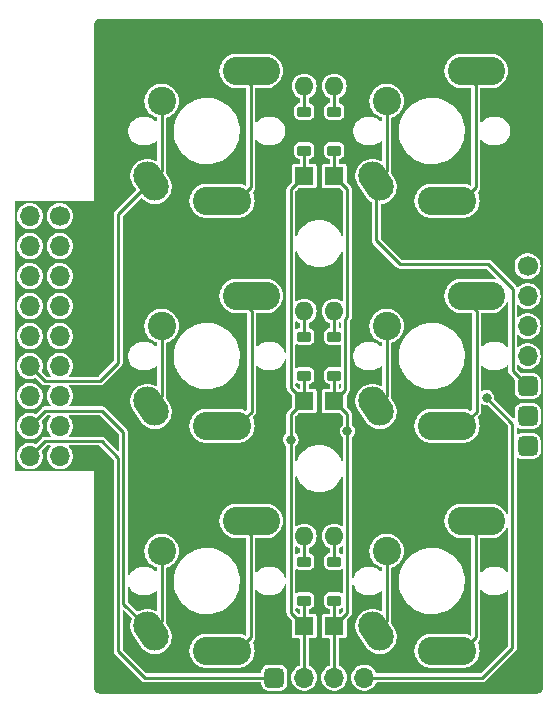
<source format=gbl>
G04 #@! TF.GenerationSoftware,KiCad,Pcbnew,7.0.5*
G04 #@! TF.CreationDate,2023-08-14T09:45:34+08:00*
G04 #@! TF.ProjectId,RM,524d2e6b-6963-4616-945f-706362585858,rev?*
G04 #@! TF.SameCoordinates,Original*
G04 #@! TF.FileFunction,Copper,L2,Bot*
G04 #@! TF.FilePolarity,Positive*
%FSLAX46Y46*%
G04 Gerber Fmt 4.6, Leading zero omitted, Abs format (unit mm)*
G04 Created by KiCad (PCBNEW 7.0.5) date 2023-08-14 09:45:34*
%MOMM*%
%LPD*%
G01*
G04 APERTURE LIST*
G04 Aperture macros list*
%AMRoundRect*
0 Rectangle with rounded corners*
0 $1 Rounding radius*
0 $2 $3 $4 $5 $6 $7 $8 $9 X,Y pos of 4 corners*
0 Add a 4 corners polygon primitive as box body*
4,1,4,$2,$3,$4,$5,$6,$7,$8,$9,$2,$3,0*
0 Add four circle primitives for the rounded corners*
1,1,$1+$1,$2,$3*
1,1,$1+$1,$4,$5*
1,1,$1+$1,$6,$7*
1,1,$1+$1,$8,$9*
0 Add four rect primitives between the rounded corners*
20,1,$1+$1,$2,$3,$4,$5,0*
20,1,$1+$1,$4,$5,$6,$7,0*
20,1,$1+$1,$6,$7,$8,$9,0*
20,1,$1+$1,$8,$9,$2,$3,0*%
%AMHorizOval*
0 Thick line with rounded ends*
0 $1 width*
0 $2 $3 position (X,Y) of the first rounded end (center of the circle)*
0 $4 $5 position (X,Y) of the second rounded end (center of the circle)*
0 Add line between two ends*
20,1,$1,$2,$3,$4,$5,0*
0 Add two circle primitives to create the rounded ends*
1,1,$1,$2,$3*
1,1,$1,$4,$5*%
%AMOutline4P*
0 Free polygon, 4 corners , with rotation*
0 The origin of the aperture is its center*
0 number of corners: always 4*
0 $1 to $8 corner X, Y*
0 $9 Rotation angle, in degrees counterclockwise*
0 create outline with 4 corners*
4,1,4,$1,$2,$3,$4,$5,$6,$7,$8,$1,$2,$9*%
G04 Aperture macros list end*
G04 #@! TA.AperFunction,ComponentPad*
%ADD10HorizOval,2.400000X-0.305164X0.457575X0.305164X-0.457575X0*%
G04 #@! TD*
G04 #@! TA.AperFunction,ComponentPad*
%ADD11C,2.400000*%
G04 #@! TD*
G04 #@! TA.AperFunction,SMDPad,CuDef*
%ADD12Outline4P,-1.150000X-1.200000X1.150000X-1.200000X1.150000X1.200000X-1.150000X1.200000X0.000000*%
G04 #@! TD*
G04 #@! TA.AperFunction,SMDPad,CuDef*
%ADD13Outline4P,-1.200000X-1.200000X1.200000X-1.200000X1.200000X1.200000X-1.200000X1.200000X0.000000*%
G04 #@! TD*
G04 #@! TA.AperFunction,ComponentPad*
%ADD14RoundRect,0.425000X0.425000X-0.425000X0.425000X0.425000X-0.425000X0.425000X-0.425000X-0.425000X0*%
G04 #@! TD*
G04 #@! TA.AperFunction,ComponentPad*
%ADD15O,1.700000X1.700000*%
G04 #@! TD*
G04 #@! TA.AperFunction,ComponentPad*
%ADD16C,1.700000*%
G04 #@! TD*
G04 #@! TA.AperFunction,ComponentPad*
%ADD17RoundRect,0.425000X-0.425000X-0.425000X0.425000X-0.425000X0.425000X0.425000X-0.425000X0.425000X0*%
G04 #@! TD*
G04 #@! TA.AperFunction,ComponentPad*
%ADD18R,1.600000X1.600000*%
G04 #@! TD*
G04 #@! TA.AperFunction,SMDPad,CuDef*
%ADD19RoundRect,0.225000X0.375000X-0.225000X0.375000X0.225000X-0.375000X0.225000X-0.375000X-0.225000X0*%
G04 #@! TD*
G04 #@! TA.AperFunction,ComponentPad*
%ADD20O,1.600000X1.600000*%
G04 #@! TD*
G04 #@! TA.AperFunction,ViaPad*
%ADD21C,0.800000*%
G04 #@! TD*
G04 #@! TA.AperFunction,Conductor*
%ADD22C,0.250000*%
G04 #@! TD*
G04 APERTURE END LIST*
D10*
X137410000Y-58680000D03*
D11*
X138300000Y-51890000D03*
X142110000Y-60330000D03*
D12*
X143410000Y-60330000D03*
D11*
X144650000Y-49330000D03*
X144710000Y-60330000D03*
D13*
X145880000Y-49330000D03*
D11*
X147110000Y-49330000D03*
D10*
X118360000Y-58680000D03*
D11*
X119250000Y-51890000D03*
X123060000Y-60330000D03*
D12*
X124360000Y-60330000D03*
D11*
X125600000Y-49330000D03*
X125660000Y-60330000D03*
D13*
X126830000Y-49330000D03*
D11*
X128060000Y-49330000D03*
D14*
X128780000Y-100710000D03*
D15*
X131320000Y-100710000D03*
X133860000Y-100710000D03*
X136400000Y-100710000D03*
D16*
X150230000Y-65860000D03*
D15*
X150230000Y-68400000D03*
X150230000Y-70940000D03*
X150230000Y-73480000D03*
D17*
X150230000Y-76020000D03*
X150230000Y-78560000D03*
X150230000Y-81100000D03*
D10*
X118360000Y-96780000D03*
D11*
X119250000Y-89990000D03*
X123060000Y-98430000D03*
D12*
X124360000Y-98430000D03*
D11*
X125600000Y-87430000D03*
X125660000Y-98430000D03*
D13*
X126830000Y-87430000D03*
D11*
X128060000Y-87430000D03*
D10*
X137410000Y-77730000D03*
D11*
X138300000Y-70940000D03*
X142110000Y-79380000D03*
D12*
X143410000Y-79380000D03*
D11*
X144650000Y-68380000D03*
X144710000Y-79380000D03*
D13*
X145880000Y-68380000D03*
D11*
X147110000Y-68380000D03*
D10*
X137410000Y-96780000D03*
D11*
X138300000Y-89990000D03*
X142110000Y-98430000D03*
D12*
X143410000Y-98430000D03*
D11*
X144650000Y-87430000D03*
X144710000Y-98430000D03*
D13*
X145880000Y-87430000D03*
D11*
X147110000Y-87430000D03*
D10*
X118360000Y-77730000D03*
D11*
X119250000Y-70940000D03*
X123060000Y-79380000D03*
D12*
X124360000Y-79380000D03*
D11*
X125600000Y-68380000D03*
X125660000Y-79380000D03*
D13*
X126830000Y-68380000D03*
D11*
X128060000Y-68380000D03*
D18*
X131315000Y-77280000D03*
D19*
X131315000Y-75130000D03*
X131315000Y-71830000D03*
D20*
X131315000Y-69680000D03*
D18*
X133855000Y-96330000D03*
D19*
X133855000Y-94180000D03*
X133855000Y-90880000D03*
D20*
X133855000Y-88730000D03*
D16*
X110620000Y-61620000D03*
D15*
X110620000Y-64160000D03*
X110620000Y-66700000D03*
X110620000Y-69240000D03*
X110620000Y-71780000D03*
X110620000Y-74320000D03*
X110620000Y-76860000D03*
X110620000Y-79400000D03*
X110620000Y-81940000D03*
X108080000Y-61620000D03*
X108080000Y-64160000D03*
X108080000Y-66700000D03*
X108080000Y-69240000D03*
X108080000Y-71780000D03*
X108080000Y-74320000D03*
X108080000Y-76860000D03*
X108080000Y-79400000D03*
X108080000Y-81940000D03*
D18*
X131315000Y-96330000D03*
D19*
X131315000Y-94180000D03*
X131315000Y-90880000D03*
D20*
X131315000Y-88730000D03*
D18*
X131315000Y-58230000D03*
D19*
X131315000Y-56080000D03*
X131315000Y-52780000D03*
D20*
X131315000Y-50630000D03*
D18*
X133855000Y-77280000D03*
D19*
X133855000Y-75130000D03*
X133855000Y-71830000D03*
D20*
X133855000Y-69680000D03*
D18*
X133855000Y-58230000D03*
D19*
X133855000Y-56080000D03*
X133855000Y-52780000D03*
D20*
X133855000Y-50630000D03*
D21*
X130190000Y-80544500D03*
X134980000Y-79820000D03*
X146759500Y-77005500D03*
D22*
X130190000Y-59355000D02*
X130190000Y-76155000D01*
X131315000Y-96330000D02*
X131315000Y-100705000D01*
X131315000Y-100705000D02*
X131320000Y-100710000D01*
X130190000Y-80544500D02*
X130190000Y-78405000D01*
X130190000Y-95205000D02*
X131315000Y-96330000D01*
X130190000Y-80544500D02*
X130190000Y-95205000D01*
X131315000Y-58230000D02*
X130190000Y-59355000D01*
X130190000Y-78405000D02*
X131315000Y-77280000D01*
X131315000Y-56080000D02*
X131315000Y-58230000D01*
X130190000Y-76155000D02*
X131315000Y-77280000D01*
X131315000Y-77280000D02*
X131315000Y-75130000D01*
X131315000Y-96330000D02*
X131315000Y-94180000D01*
X131315000Y-50630000D02*
X131315000Y-52780000D01*
X126800000Y-50530000D02*
X126800000Y-59190000D01*
X125600000Y-49330000D02*
X126800000Y-50530000D01*
X126800000Y-59190000D02*
X125660000Y-60330000D01*
X145850000Y-50530000D02*
X145850000Y-59190000D01*
X144650000Y-49330000D02*
X145850000Y-50530000D01*
X133855000Y-50630000D02*
X133855000Y-52780000D01*
X145850000Y-59190000D02*
X144710000Y-60330000D01*
X126860000Y-78180000D02*
X126860000Y-69640000D01*
X131315000Y-71830000D02*
X131315000Y-69680000D01*
X126860000Y-69640000D02*
X125600000Y-68380000D01*
X125660000Y-79380000D02*
X126860000Y-78180000D01*
X133855000Y-77280000D02*
X133855000Y-75130000D01*
X133860000Y-96335000D02*
X133855000Y-96330000D01*
X133855000Y-77280000D02*
X134780000Y-76355000D01*
X134780000Y-76355000D02*
X134780000Y-70345991D01*
X134980000Y-78405000D02*
X133855000Y-77280000D01*
X134980000Y-79820000D02*
X134980000Y-95205000D01*
X133855000Y-56080000D02*
X133855000Y-58230000D01*
X134980000Y-95205000D02*
X133855000Y-96330000D01*
X134980000Y-70145991D02*
X134980000Y-59355000D01*
X134980000Y-79820000D02*
X134980000Y-78405000D01*
X134980000Y-59355000D02*
X133855000Y-58230000D01*
X133860000Y-100710000D02*
X133860000Y-96335000D01*
X133855000Y-96330000D02*
X133855000Y-94180000D01*
X134780000Y-70345991D02*
X134980000Y-70145991D01*
X144710000Y-79380000D02*
X145910000Y-78180000D01*
X145910000Y-78180000D02*
X145910000Y-69640000D01*
X145910000Y-69640000D02*
X144650000Y-68380000D01*
X133855000Y-69680000D02*
X133855000Y-71830000D01*
X125600000Y-87430000D02*
X126800000Y-88630000D01*
X126800000Y-88630000D02*
X126800000Y-97290000D01*
X131315000Y-88730000D02*
X131315000Y-90880000D01*
X126800000Y-97290000D02*
X125660000Y-98430000D01*
X145850000Y-97290000D02*
X144710000Y-98430000D01*
X145850000Y-88630000D02*
X145850000Y-97290000D01*
X133855000Y-90880000D02*
X133855000Y-88730000D01*
X144650000Y-87430000D02*
X145850000Y-88630000D01*
X146759500Y-77005500D02*
X148950000Y-79196000D01*
X146400000Y-100710000D02*
X136400000Y-100710000D01*
X148950000Y-98160000D02*
X146400000Y-100710000D01*
X148950000Y-79196000D02*
X148950000Y-98160000D01*
X146890000Y-65700000D02*
X139420000Y-65700000D01*
X114040000Y-75590000D02*
X109350000Y-75590000D01*
X115560000Y-74070000D02*
X114040000Y-75590000D01*
X109350000Y-75590000D02*
X108080000Y-74320000D01*
X118360000Y-58680000D02*
X115560000Y-61480000D01*
X150230000Y-76020000D02*
X148960000Y-74750000D01*
X137410000Y-63690000D02*
X137410000Y-58680000D01*
X119250000Y-57790000D02*
X118360000Y-58680000D01*
X115560000Y-61480000D02*
X115560000Y-74070000D01*
X148960000Y-74750000D02*
X148960000Y-67770000D01*
X138300000Y-51890000D02*
X138300000Y-57790000D01*
X139420000Y-65700000D02*
X137410000Y-63690000D01*
X148960000Y-67770000D02*
X146890000Y-65700000D01*
X138300000Y-57790000D02*
X137410000Y-58680000D01*
X119250000Y-51890000D02*
X119250000Y-57790000D01*
X119250000Y-76840000D02*
X118360000Y-77730000D01*
X138300000Y-76840000D02*
X137410000Y-77730000D01*
X138300000Y-70940000D02*
X138300000Y-76840000D01*
X119250000Y-70940000D02*
X119250000Y-76840000D01*
X138300000Y-95890000D02*
X138300000Y-89990000D01*
X116010000Y-94430000D02*
X118360000Y-96780000D01*
X118360000Y-96780000D02*
X119250000Y-95890000D01*
X137410000Y-96780000D02*
X138300000Y-95890000D01*
X108080000Y-79400000D02*
X109360000Y-78120000D01*
X109360000Y-78120000D02*
X114210000Y-78120000D01*
X119250000Y-95890000D02*
X119250000Y-89990000D01*
X114210000Y-78120000D02*
X116010000Y-79920000D01*
X116010000Y-79920000D02*
X116010000Y-94430000D01*
X114160000Y-80670000D02*
X115560000Y-82070000D01*
X117810000Y-100710000D02*
X128780000Y-100710000D01*
X115560000Y-98460000D02*
X117810000Y-100710000D01*
X115560000Y-82070000D02*
X115560000Y-98460000D01*
X109350000Y-80670000D02*
X114160000Y-80670000D01*
X108080000Y-81940000D02*
X109350000Y-80670000D01*
G04 #@! TA.AperFunction,NonConductor*
G36*
X151037063Y-44905733D02*
G01*
X151056036Y-44907870D01*
X151061350Y-44908469D01*
X151145954Y-44919607D01*
X151160722Y-44923123D01*
X151200423Y-44937015D01*
X151202281Y-44937723D01*
X151261089Y-44962082D01*
X151272117Y-44967779D01*
X151289232Y-44978533D01*
X151311500Y-44992526D01*
X151314340Y-44994501D01*
X151364505Y-45032994D01*
X151368140Y-45036182D01*
X151403816Y-45071858D01*
X151407011Y-45075501D01*
X151445497Y-45125658D01*
X151447472Y-45128498D01*
X151463800Y-45154482D01*
X151472214Y-45167873D01*
X151477921Y-45178920D01*
X151502256Y-45237669D01*
X151502996Y-45239609D01*
X151516873Y-45279269D01*
X151520392Y-45294049D01*
X151531534Y-45378678D01*
X151534267Y-45402928D01*
X151534500Y-45407075D01*
X151534500Y-101552923D01*
X151534267Y-101557071D01*
X151531533Y-101581326D01*
X151520392Y-101665949D01*
X151516873Y-101680729D01*
X151502996Y-101720389D01*
X151502256Y-101722329D01*
X151477921Y-101781078D01*
X151472211Y-101792132D01*
X151447472Y-101831500D01*
X151445497Y-101834340D01*
X151407011Y-101884497D01*
X151403816Y-101888140D01*
X151368140Y-101923816D01*
X151364497Y-101927011D01*
X151314340Y-101965497D01*
X151311500Y-101967472D01*
X151272132Y-101992211D01*
X151261078Y-101997921D01*
X151202329Y-102022256D01*
X151200389Y-102022996D01*
X151160729Y-102036873D01*
X151145949Y-102040392D01*
X151061326Y-102051533D01*
X151047223Y-102053122D01*
X151037063Y-102054267D01*
X151032924Y-102054500D01*
X114037075Y-102054500D01*
X114032936Y-102054267D01*
X114012976Y-102052018D01*
X114008678Y-102051534D01*
X113924049Y-102040392D01*
X113909269Y-102036873D01*
X113869609Y-102022996D01*
X113867680Y-102022260D01*
X113808919Y-101997920D01*
X113797873Y-101992214D01*
X113784482Y-101983800D01*
X113758498Y-101967472D01*
X113755658Y-101965497D01*
X113724313Y-101941446D01*
X113705496Y-101927007D01*
X113701858Y-101923816D01*
X113666182Y-101888140D01*
X113662994Y-101884505D01*
X113624501Y-101834340D01*
X113622526Y-101831500D01*
X113609329Y-101810499D01*
X113597779Y-101792117D01*
X113592082Y-101781089D01*
X113567723Y-101722281D01*
X113567015Y-101720423D01*
X113553123Y-101680722D01*
X113549607Y-101665954D01*
X113538466Y-101581326D01*
X113535733Y-101557063D01*
X113535500Y-101552918D01*
X113535500Y-83224816D01*
X113535531Y-83224661D01*
X113535541Y-83210000D01*
X113535500Y-83209900D01*
X113535383Y-83209617D01*
X113535382Y-83209616D01*
X113535036Y-83209474D01*
X113535000Y-83209459D01*
X113520390Y-83209459D01*
X113520184Y-83209500D01*
X106884500Y-83209500D01*
X106836934Y-83192187D01*
X106811624Y-83148350D01*
X106810500Y-83135500D01*
X106810500Y-81940003D01*
X106974785Y-81940003D01*
X106993601Y-82143076D01*
X106993602Y-82143082D01*
X107047475Y-82332421D01*
X107049418Y-82339250D01*
X107140327Y-82521821D01*
X107140328Y-82521822D01*
X107140329Y-82521825D01*
X107263234Y-82684578D01*
X107263235Y-82684579D01*
X107400637Y-82809836D01*
X107413959Y-82821981D01*
X107587363Y-82929348D01*
X107777544Y-83003024D01*
X107978024Y-83040500D01*
X107978026Y-83040500D01*
X108181974Y-83040500D01*
X108181976Y-83040500D01*
X108382456Y-83003024D01*
X108572637Y-82929348D01*
X108746041Y-82821981D01*
X108896764Y-82684579D01*
X109019673Y-82521821D01*
X109110582Y-82339250D01*
X109166397Y-82143083D01*
X109171099Y-82092346D01*
X109185215Y-81940003D01*
X109185215Y-81939996D01*
X109166398Y-81736923D01*
X109166397Y-81736917D01*
X109140998Y-81647651D01*
X109110582Y-81540750D01*
X109100974Y-81521456D01*
X109095269Y-81471160D01*
X109114888Y-81436147D01*
X109483862Y-81067174D01*
X109529740Y-81045782D01*
X109536189Y-81045500D01*
X109776675Y-81045500D01*
X109824241Y-81062813D01*
X109849551Y-81106650D01*
X109840761Y-81156500D01*
X109826529Y-81174187D01*
X109803233Y-81195424D01*
X109680329Y-81358174D01*
X109680328Y-81358177D01*
X109589418Y-81540750D01*
X109589416Y-81540755D01*
X109533602Y-81736917D01*
X109533601Y-81736923D01*
X109514785Y-81939996D01*
X109514785Y-81940003D01*
X109533601Y-82143076D01*
X109533602Y-82143082D01*
X109587475Y-82332421D01*
X109589418Y-82339250D01*
X109680327Y-82521821D01*
X109680328Y-82521822D01*
X109680329Y-82521825D01*
X109803234Y-82684578D01*
X109803235Y-82684579D01*
X109940636Y-82809836D01*
X109953959Y-82821981D01*
X110127363Y-82929348D01*
X110317544Y-83003024D01*
X110518024Y-83040500D01*
X110518026Y-83040500D01*
X110721974Y-83040500D01*
X110721976Y-83040500D01*
X110922456Y-83003024D01*
X111112637Y-82929348D01*
X111286041Y-82821981D01*
X111436764Y-82684579D01*
X111559673Y-82521821D01*
X111650582Y-82339250D01*
X111706397Y-82143083D01*
X111711099Y-82092346D01*
X111725215Y-81940003D01*
X111725215Y-81939996D01*
X111706398Y-81736923D01*
X111706397Y-81736917D01*
X111680998Y-81647651D01*
X111650582Y-81540750D01*
X111559673Y-81358179D01*
X111559670Y-81358175D01*
X111559670Y-81358174D01*
X111436766Y-81195424D01*
X111436764Y-81195421D01*
X111413470Y-81174186D01*
X111389983Y-81129347D01*
X111400812Y-81079900D01*
X111440892Y-81048982D01*
X111463325Y-81045500D01*
X113973811Y-81045500D01*
X114021377Y-81062813D01*
X114026137Y-81067174D01*
X115162826Y-82203863D01*
X115184218Y-82249739D01*
X115184500Y-82256189D01*
X115184500Y-98413381D01*
X115182925Y-98428566D01*
X115179633Y-98444264D01*
X115179633Y-98444269D01*
X115184216Y-98481032D01*
X115184500Y-98485613D01*
X115184500Y-98491118D01*
X115188215Y-98513380D01*
X115188435Y-98514892D01*
X115195134Y-98568627D01*
X115196884Y-98574504D01*
X115196615Y-98574584D01*
X115197679Y-98577904D01*
X115197945Y-98577813D01*
X115199935Y-98583610D01*
X115225696Y-98631215D01*
X115226396Y-98632574D01*
X115250175Y-98681214D01*
X115253738Y-98686204D01*
X115253510Y-98686366D01*
X115255595Y-98689162D01*
X115255817Y-98688990D01*
X115259579Y-98693823D01*
X115259581Y-98693826D01*
X115299400Y-98730482D01*
X115300504Y-98731541D01*
X117511518Y-100942555D01*
X117521140Y-100954404D01*
X117529916Y-100967836D01*
X117553003Y-100985805D01*
X117559154Y-100990593D01*
X117562593Y-100993631D01*
X117566482Y-100997519D01*
X117566481Y-100997519D01*
X117572409Y-101001751D01*
X117584884Y-101010658D01*
X117586083Y-101011553D01*
X117628807Y-101044807D01*
X117634202Y-101047726D01*
X117634067Y-101047974D01*
X117637170Y-101049572D01*
X117637295Y-101049318D01*
X117642798Y-101052008D01*
X117642801Y-101052010D01*
X117694732Y-101067470D01*
X117696092Y-101067906D01*
X117747340Y-101085500D01*
X117747341Y-101085500D01*
X117753391Y-101086510D01*
X117753344Y-101086787D01*
X117756791Y-101087289D01*
X117756826Y-101087010D01*
X117762906Y-101087767D01*
X117762912Y-101087769D01*
X117796593Y-101086375D01*
X117817010Y-101085532D01*
X117818539Y-101085500D01*
X127605500Y-101085500D01*
X127653066Y-101102813D01*
X127678376Y-101146650D01*
X127679500Y-101159500D01*
X127679500Y-101189601D01*
X127685684Y-101257651D01*
X127685686Y-101257661D01*
X127734486Y-101414267D01*
X127818303Y-101552918D01*
X127819352Y-101554653D01*
X127935347Y-101670648D01*
X128075730Y-101755512D01*
X128075732Y-101755513D01*
X128147803Y-101777971D01*
X128232343Y-101804315D01*
X128300406Y-101810500D01*
X128300408Y-101810500D01*
X129259592Y-101810500D01*
X129259594Y-101810500D01*
X129327657Y-101804315D01*
X129484270Y-101755512D01*
X129624653Y-101670648D01*
X129740648Y-101554653D01*
X129825512Y-101414270D01*
X129874315Y-101257657D01*
X129880500Y-101189594D01*
X129880500Y-100230406D01*
X129874315Y-100162343D01*
X129825512Y-100005730D01*
X129740648Y-99865347D01*
X129624653Y-99749352D01*
X129577177Y-99720652D01*
X129484267Y-99664486D01*
X129327661Y-99615686D01*
X129327658Y-99615685D01*
X129327657Y-99615685D01*
X129327655Y-99615684D01*
X129327651Y-99615684D01*
X129259601Y-99609500D01*
X129259594Y-99609500D01*
X128300406Y-99609500D01*
X128300398Y-99609500D01*
X128232348Y-99615684D01*
X128232338Y-99615686D01*
X128075732Y-99664486D01*
X127935346Y-99749352D01*
X127819352Y-99865346D01*
X127734486Y-100005732D01*
X127685686Y-100162338D01*
X127685684Y-100162348D01*
X127679500Y-100230398D01*
X127679500Y-100260500D01*
X127662187Y-100308066D01*
X127618350Y-100333376D01*
X127605500Y-100334500D01*
X117996189Y-100334500D01*
X117948623Y-100317187D01*
X117943863Y-100312826D01*
X115957174Y-98326136D01*
X115935782Y-98280260D01*
X115935500Y-98273810D01*
X115935500Y-95065189D01*
X115952813Y-95017623D01*
X115996650Y-94992313D01*
X116046500Y-95001103D01*
X116061826Y-95012863D01*
X116706525Y-95657562D01*
X116727917Y-95703438D01*
X116719612Y-95744488D01*
X116716484Y-95750400D01*
X116640584Y-95978494D01*
X116603264Y-96215960D01*
X116603263Y-96215964D01*
X116605538Y-96456338D01*
X116647344Y-96693052D01*
X116647345Y-96693054D01*
X116727545Y-96919664D01*
X116727546Y-96919665D01*
X116814791Y-97077300D01*
X116814807Y-97077326D01*
X117491699Y-98092286D01*
X117491700Y-98092287D01*
X117587641Y-98213174D01*
X117603713Y-98233425D01*
X117782101Y-98394553D01*
X117984577Y-98524120D01*
X117984585Y-98524123D01*
X117984588Y-98524125D01*
X118205617Y-98618594D01*
X118439184Y-98675396D01*
X118439187Y-98675396D01*
X118439194Y-98675398D01*
X118643765Y-98690401D01*
X118678932Y-98692981D01*
X118678932Y-98692980D01*
X118678934Y-98692981D01*
X118823428Y-98679630D01*
X118918291Y-98670866D01*
X118918293Y-98670865D01*
X118918298Y-98670865D01*
X119150757Y-98609652D01*
X119369971Y-98511013D01*
X119491440Y-98430003D01*
X121604529Y-98430003D01*
X121624378Y-98669556D01*
X121624378Y-98669557D01*
X121683392Y-98902597D01*
X121779950Y-99122727D01*
X121779951Y-99122728D01*
X121911429Y-99323969D01*
X122074236Y-99500825D01*
X122263933Y-99648472D01*
X122475344Y-99762882D01*
X122702703Y-99840934D01*
X122939808Y-99880500D01*
X123185326Y-99880500D01*
X125539808Y-99880500D01*
X125780192Y-99880500D01*
X126017297Y-99840934D01*
X126244656Y-99762882D01*
X126456067Y-99648472D01*
X126645764Y-99500825D01*
X126808571Y-99323969D01*
X126940049Y-99122728D01*
X127036610Y-98902591D01*
X127095620Y-98669563D01*
X127095620Y-98669559D01*
X127095621Y-98669557D01*
X127095621Y-98669556D01*
X127115471Y-98430003D01*
X127115471Y-98429996D01*
X127095621Y-98190443D01*
X127095621Y-98190442D01*
X127086137Y-98152989D01*
X127036610Y-97957409D01*
X126943196Y-97744448D01*
X126939944Y-97693934D01*
X126958636Y-97662399D01*
X127032558Y-97588477D01*
X127044400Y-97578861D01*
X127057836Y-97570084D01*
X127080594Y-97540843D01*
X127083631Y-97537405D01*
X127087519Y-97533518D01*
X127100636Y-97515145D01*
X127101552Y-97513916D01*
X127134809Y-97471189D01*
X127134810Y-97471183D01*
X127137729Y-97465792D01*
X127137978Y-97465926D01*
X127139571Y-97462832D01*
X127139316Y-97462708D01*
X127142009Y-97457200D01*
X127142008Y-97457200D01*
X127142010Y-97457199D01*
X127157459Y-97405302D01*
X127157900Y-97403925D01*
X127175500Y-97352660D01*
X127175500Y-97352656D01*
X127176510Y-97346609D01*
X127176786Y-97346655D01*
X127177289Y-97343207D01*
X127177009Y-97343173D01*
X127177765Y-97337096D01*
X127177768Y-97337089D01*
X127176487Y-97306131D01*
X127175532Y-97283002D01*
X127175500Y-97281473D01*
X127175500Y-93368185D01*
X127192813Y-93320619D01*
X127236650Y-93295309D01*
X127286500Y-93304099D01*
X127304187Y-93318332D01*
X127397763Y-93420981D01*
X127397764Y-93420982D01*
X127575306Y-93555055D01*
X127575309Y-93555057D01*
X127575310Y-93555057D01*
X127575311Y-93555058D01*
X127774472Y-93654229D01*
X127988464Y-93715115D01*
X128154497Y-93730500D01*
X128154499Y-93730500D01*
X128565501Y-93730500D01*
X128565503Y-93730500D01*
X128731536Y-93715115D01*
X128945528Y-93654229D01*
X129144689Y-93555058D01*
X129322236Y-93420981D01*
X129472124Y-93256562D01*
X129589247Y-93067401D01*
X129669618Y-92859940D01*
X129669617Y-92859940D01*
X129670854Y-92856750D01*
X129672046Y-92857211D01*
X129698986Y-92819963D01*
X129748075Y-92807610D01*
X129793619Y-92829700D01*
X129814308Y-92875898D01*
X129814500Y-92881221D01*
X129814500Y-95158381D01*
X129812925Y-95173566D01*
X129809633Y-95189264D01*
X129809633Y-95189270D01*
X129814214Y-95226032D01*
X129814499Y-95230606D01*
X129814499Y-95236111D01*
X129818215Y-95258380D01*
X129818435Y-95259891D01*
X129825134Y-95313627D01*
X129826884Y-95319504D01*
X129826615Y-95319584D01*
X129827679Y-95322904D01*
X129827945Y-95322813D01*
X129829935Y-95328610D01*
X129855696Y-95376215D01*
X129856391Y-95377564D01*
X129856522Y-95377832D01*
X129880175Y-95426214D01*
X129883738Y-95431204D01*
X129883510Y-95431366D01*
X129885595Y-95434162D01*
X129885817Y-95433990D01*
X129889579Y-95438823D01*
X129889581Y-95438826D01*
X129929400Y-95475482D01*
X129930504Y-95476541D01*
X130242825Y-95788862D01*
X130264217Y-95834738D01*
X130264499Y-95841188D01*
X130264499Y-97154672D01*
X130279034Y-97227740D01*
X130314936Y-97281473D01*
X130334399Y-97310601D01*
X130417260Y-97365966D01*
X130490326Y-97380500D01*
X130865500Y-97380500D01*
X130913066Y-97397813D01*
X130938376Y-97441650D01*
X130939500Y-97454500D01*
X130939500Y-99626518D01*
X130922187Y-99674084D01*
X130892233Y-99695521D01*
X130827364Y-99720651D01*
X130827358Y-99720655D01*
X130653958Y-99828019D01*
X130653957Y-99828019D01*
X130503235Y-99965420D01*
X130503234Y-99965421D01*
X130380329Y-100128174D01*
X130380328Y-100128177D01*
X130289418Y-100310750D01*
X130289416Y-100310755D01*
X130233602Y-100506917D01*
X130233601Y-100506923D01*
X130214785Y-100709996D01*
X130214785Y-100710003D01*
X130233601Y-100913076D01*
X130233602Y-100913082D01*
X130283306Y-101087769D01*
X130289418Y-101109250D01*
X130380327Y-101291821D01*
X130380328Y-101291822D01*
X130380329Y-101291825D01*
X130503234Y-101454578D01*
X130503235Y-101454579D01*
X130640637Y-101579836D01*
X130653959Y-101591981D01*
X130827363Y-101699348D01*
X131017544Y-101773024D01*
X131218024Y-101810500D01*
X131218026Y-101810500D01*
X131421974Y-101810500D01*
X131421976Y-101810500D01*
X131622456Y-101773024D01*
X131812637Y-101699348D01*
X131986041Y-101591981D01*
X132136764Y-101454579D01*
X132259673Y-101291821D01*
X132350582Y-101109250D01*
X132406397Y-100913083D01*
X132425215Y-100710000D01*
X132406397Y-100506917D01*
X132350582Y-100310750D01*
X132259673Y-100128179D01*
X132259670Y-100128175D01*
X132259670Y-100128174D01*
X132136765Y-99965421D01*
X132136764Y-99965420D01*
X131986041Y-99828019D01*
X131986041Y-99828018D01*
X131812637Y-99720652D01*
X131788258Y-99711207D01*
X131737768Y-99691647D01*
X131699668Y-99658320D01*
X131690500Y-99622644D01*
X131690500Y-97454500D01*
X131707813Y-97406934D01*
X131751650Y-97381624D01*
X131764500Y-97380500D01*
X132139672Y-97380500D01*
X132139674Y-97380500D01*
X132212740Y-97365966D01*
X132295601Y-97310601D01*
X132350966Y-97227740D01*
X132365500Y-97154674D01*
X132365500Y-95505326D01*
X132350966Y-95432260D01*
X132295601Y-95349399D01*
X132291765Y-95346836D01*
X132212740Y-95294034D01*
X132198422Y-95291186D01*
X132139674Y-95279500D01*
X132139672Y-95279500D01*
X131764500Y-95279500D01*
X131716934Y-95262187D01*
X131691624Y-95218350D01*
X131690500Y-95205500D01*
X131690500Y-94951806D01*
X131707813Y-94904240D01*
X131751650Y-94878930D01*
X131756587Y-94878230D01*
X131792114Y-94874412D01*
X131920226Y-94826628D01*
X132029687Y-94744687D01*
X132111628Y-94635226D01*
X132159412Y-94507114D01*
X132165500Y-94450485D01*
X132165499Y-93909516D01*
X132159412Y-93852886D01*
X132111628Y-93724774D01*
X132029687Y-93615313D01*
X131939098Y-93547499D01*
X131920225Y-93533371D01*
X131920226Y-93533371D01*
X131792114Y-93485588D01*
X131735486Y-93479500D01*
X130894515Y-93479500D01*
X130894514Y-93479501D01*
X130837885Y-93485588D01*
X130709774Y-93533371D01*
X130683846Y-93552781D01*
X130635392Y-93567426D01*
X130588860Y-93547499D01*
X130566023Y-93502324D01*
X130565500Y-93493540D01*
X130565500Y-91566459D01*
X130582813Y-91518893D01*
X130626650Y-91493583D01*
X130676500Y-91502373D01*
X130683842Y-91507216D01*
X130709774Y-91526628D01*
X130709773Y-91526628D01*
X130757556Y-91544450D01*
X130837886Y-91574412D01*
X130894515Y-91580500D01*
X131735484Y-91580499D01*
X131792114Y-91574412D01*
X131920226Y-91526628D01*
X132029687Y-91444687D01*
X132111628Y-91335226D01*
X132159412Y-91207114D01*
X132165500Y-91150485D01*
X132165499Y-90609516D01*
X132159412Y-90552886D01*
X132111628Y-90424774D01*
X132029687Y-90315313D01*
X131939098Y-90247499D01*
X131920225Y-90233371D01*
X131920226Y-90233371D01*
X131792114Y-90185588D01*
X131756588Y-90181768D01*
X131711146Y-90159469D01*
X131690668Y-90113177D01*
X131690500Y-90108192D01*
X131690500Y-89764794D01*
X131707813Y-89717228D01*
X131729615Y-89699533D01*
X131901450Y-89607685D01*
X132061410Y-89476410D01*
X132192685Y-89316450D01*
X132290232Y-89133954D01*
X132350300Y-88935934D01*
X132370583Y-88730000D01*
X132350300Y-88524066D01*
X132290232Y-88326046D01*
X132192685Y-88143550D01*
X132061410Y-87983590D01*
X131901450Y-87852315D01*
X131718954Y-87754768D01*
X131607158Y-87720855D01*
X131520935Y-87694700D01*
X131315000Y-87674417D01*
X131109064Y-87694700D01*
X130911043Y-87754769D01*
X130728549Y-87852315D01*
X130686445Y-87886869D01*
X130638692Y-87903662D01*
X130591318Y-87885831D01*
X130566488Y-87841719D01*
X130565500Y-87829666D01*
X130565500Y-83725144D01*
X130582813Y-83677578D01*
X130626650Y-83652268D01*
X130676500Y-83661058D01*
X130708834Y-83699284D01*
X130760630Y-83838157D01*
X130897772Y-84089313D01*
X130983517Y-84203855D01*
X131069261Y-84318395D01*
X131271605Y-84520739D01*
X131443415Y-84649354D01*
X131500686Y-84692227D01*
X131751843Y-84829369D01*
X132019939Y-84929364D01*
X132019945Y-84929365D01*
X132019954Y-84929369D01*
X132299572Y-84990196D01*
X132513539Y-85005499D01*
X132513544Y-85005500D01*
X132513552Y-85005500D01*
X132656456Y-85005500D01*
X132656459Y-85005499D01*
X132870428Y-84990196D01*
X133150046Y-84929369D01*
X133150057Y-84929364D01*
X133150060Y-84929364D01*
X133418156Y-84829369D01*
X133418156Y-84829368D01*
X133418161Y-84829367D01*
X133669315Y-84692226D01*
X133898395Y-84520739D01*
X134100739Y-84318395D01*
X134272226Y-84089315D01*
X134409367Y-83838161D01*
X134409367Y-83838159D01*
X134409369Y-83838157D01*
X134461166Y-83699284D01*
X134494009Y-83660767D01*
X134543928Y-83652372D01*
X134587563Y-83678029D01*
X134604500Y-83725144D01*
X134604500Y-87829666D01*
X134587187Y-87877232D01*
X134543350Y-87902542D01*
X134493500Y-87893752D01*
X134483555Y-87886869D01*
X134441450Y-87852315D01*
X134258956Y-87754769D01*
X134258955Y-87754768D01*
X134258954Y-87754768D01*
X134147158Y-87720855D01*
X134060935Y-87694700D01*
X133855000Y-87674417D01*
X133649064Y-87694700D01*
X133451043Y-87754769D01*
X133268549Y-87852315D01*
X133108590Y-87983589D01*
X133108589Y-87983590D01*
X132977315Y-88143549D01*
X132879769Y-88326043D01*
X132819700Y-88524064D01*
X132806595Y-88657117D01*
X132799417Y-88730000D01*
X132819700Y-88935934D01*
X132879768Y-89133954D01*
X132977315Y-89316450D01*
X133108590Y-89476410D01*
X133268550Y-89607685D01*
X133440383Y-89699532D01*
X133474172Y-89737223D01*
X133479500Y-89764794D01*
X133479500Y-90108193D01*
X133462187Y-90155759D01*
X133418350Y-90181069D01*
X133413410Y-90181769D01*
X133377885Y-90185588D01*
X133249774Y-90233371D01*
X133140313Y-90315313D01*
X133058371Y-90424774D01*
X133010588Y-90552884D01*
X133010588Y-90552887D01*
X133004500Y-90609513D01*
X133004500Y-91150484D01*
X133004501Y-91150485D01*
X133010588Y-91207114D01*
X133058371Y-91335225D01*
X133078972Y-91362744D01*
X133140313Y-91444687D01*
X133249774Y-91526628D01*
X133249773Y-91526628D01*
X133297556Y-91544450D01*
X133377886Y-91574412D01*
X133434515Y-91580500D01*
X134275484Y-91580499D01*
X134332114Y-91574412D01*
X134460226Y-91526628D01*
X134486153Y-91507218D01*
X134534607Y-91492573D01*
X134581139Y-91512499D01*
X134603977Y-91557673D01*
X134604500Y-91566459D01*
X134604500Y-93493540D01*
X134587187Y-93541106D01*
X134543350Y-93566416D01*
X134493500Y-93557626D01*
X134486154Y-93552781D01*
X134460225Y-93533371D01*
X134332114Y-93485588D01*
X134275486Y-93479500D01*
X133434515Y-93479500D01*
X133434514Y-93479501D01*
X133377885Y-93485588D01*
X133249774Y-93533371D01*
X133140313Y-93615313D01*
X133058371Y-93724774D01*
X133010588Y-93852884D01*
X133010588Y-93852887D01*
X133004500Y-93909513D01*
X133004500Y-94450484D01*
X133004501Y-94450485D01*
X133010588Y-94507114D01*
X133058371Y-94635225D01*
X133058372Y-94635226D01*
X133140313Y-94744687D01*
X133249774Y-94826628D01*
X133249773Y-94826628D01*
X133297556Y-94844450D01*
X133377886Y-94874412D01*
X133413410Y-94878231D01*
X133458853Y-94900529D01*
X133479332Y-94946821D01*
X133479500Y-94951807D01*
X133479500Y-95205500D01*
X133462187Y-95253066D01*
X133418350Y-95278376D01*
X133405500Y-95279500D01*
X133030326Y-95279500D01*
X132981615Y-95289189D01*
X132957259Y-95294034D01*
X132874399Y-95349398D01*
X132874398Y-95349399D01*
X132819034Y-95432259D01*
X132817728Y-95438826D01*
X132804500Y-95505326D01*
X132804500Y-97154674D01*
X132815808Y-97211524D01*
X132819034Y-97227740D01*
X132854936Y-97281473D01*
X132874399Y-97310601D01*
X132957260Y-97365966D01*
X133030326Y-97380500D01*
X133410500Y-97380500D01*
X133458066Y-97397813D01*
X133483376Y-97441650D01*
X133484500Y-97454500D01*
X133484500Y-99624581D01*
X133467187Y-99672147D01*
X133437233Y-99693584D01*
X133367364Y-99720651D01*
X133367358Y-99720655D01*
X133193958Y-99828019D01*
X133193957Y-99828019D01*
X133043235Y-99965420D01*
X133043234Y-99965421D01*
X132920329Y-100128174D01*
X132920328Y-100128177D01*
X132829418Y-100310750D01*
X132829416Y-100310755D01*
X132773602Y-100506917D01*
X132773601Y-100506923D01*
X132754785Y-100709996D01*
X132754785Y-100710003D01*
X132773601Y-100913076D01*
X132773602Y-100913082D01*
X132823306Y-101087769D01*
X132829418Y-101109250D01*
X132920327Y-101291821D01*
X132920328Y-101291822D01*
X132920329Y-101291825D01*
X133043234Y-101454578D01*
X133043235Y-101454579D01*
X133180637Y-101579836D01*
X133193959Y-101591981D01*
X133367363Y-101699348D01*
X133557544Y-101773024D01*
X133758024Y-101810500D01*
X133758026Y-101810500D01*
X133961974Y-101810500D01*
X133961976Y-101810500D01*
X134162456Y-101773024D01*
X134352637Y-101699348D01*
X134526041Y-101591981D01*
X134676764Y-101454579D01*
X134799673Y-101291821D01*
X134890582Y-101109250D01*
X134946397Y-100913083D01*
X134965215Y-100710003D01*
X135294785Y-100710003D01*
X135313601Y-100913076D01*
X135313602Y-100913082D01*
X135363306Y-101087769D01*
X135369418Y-101109250D01*
X135460327Y-101291821D01*
X135460328Y-101291822D01*
X135460329Y-101291825D01*
X135583234Y-101454578D01*
X135583235Y-101454579D01*
X135720637Y-101579836D01*
X135733959Y-101591981D01*
X135907363Y-101699348D01*
X136097544Y-101773024D01*
X136298024Y-101810500D01*
X136298026Y-101810500D01*
X136501974Y-101810500D01*
X136501976Y-101810500D01*
X136702456Y-101773024D01*
X136892637Y-101699348D01*
X137066041Y-101591981D01*
X137216764Y-101454579D01*
X137339673Y-101291821D01*
X137421985Y-101126514D01*
X137458685Y-101091653D01*
X137488227Y-101085500D01*
X146353383Y-101085500D01*
X146368567Y-101087074D01*
X146384268Y-101090367D01*
X146421036Y-101085783D01*
X146425615Y-101085500D01*
X146431111Y-101085500D01*
X146431114Y-101085500D01*
X146453387Y-101081782D01*
X146454887Y-101081564D01*
X146460604Y-101080851D01*
X146508626Y-101074866D01*
X146508629Y-101074864D01*
X146514507Y-101073115D01*
X146514587Y-101073386D01*
X146517904Y-101072323D01*
X146517812Y-101072055D01*
X146523606Y-101070065D01*
X146523610Y-101070065D01*
X146571235Y-101044290D01*
X146572535Y-101043622D01*
X146621211Y-101019826D01*
X146621213Y-101019823D01*
X146626204Y-101016261D01*
X146626369Y-101016493D01*
X146629158Y-101014414D01*
X146628983Y-101014189D01*
X146633821Y-101010422D01*
X146633821Y-101010421D01*
X146633826Y-101010419D01*
X146670535Y-100970541D01*
X146671517Y-100969518D01*
X149182558Y-98458477D01*
X149194400Y-98448861D01*
X149207836Y-98440084D01*
X149230594Y-98410843D01*
X149233631Y-98407405D01*
X149237520Y-98403517D01*
X149250653Y-98385121D01*
X149251532Y-98383942D01*
X149284809Y-98341189D01*
X149287727Y-98335797D01*
X149287977Y-98335932D01*
X149289570Y-98332838D01*
X149289314Y-98332713D01*
X149292006Y-98327203D01*
X149292010Y-98327199D01*
X149307460Y-98275303D01*
X149307927Y-98273846D01*
X149325500Y-98222660D01*
X149325500Y-98222657D01*
X149326510Y-98216610D01*
X149326787Y-98216656D01*
X149327289Y-98213208D01*
X149327010Y-98213174D01*
X149327767Y-98207094D01*
X149327769Y-98207088D01*
X149326398Y-98173957D01*
X149325532Y-98152989D01*
X149325500Y-98151460D01*
X149325500Y-82155674D01*
X149342813Y-82108108D01*
X149386650Y-82082798D01*
X149436500Y-82091588D01*
X149437747Y-82092325D01*
X149521712Y-82143083D01*
X149525732Y-82145513D01*
X149597803Y-82167971D01*
X149682343Y-82194315D01*
X149750406Y-82200500D01*
X149750408Y-82200500D01*
X150709592Y-82200500D01*
X150709594Y-82200500D01*
X150777657Y-82194315D01*
X150934270Y-82145512D01*
X151074653Y-82060648D01*
X151190648Y-81944653D01*
X151275512Y-81804270D01*
X151324315Y-81647657D01*
X151330500Y-81579594D01*
X151330500Y-80620406D01*
X151324315Y-80552343D01*
X151296481Y-80463022D01*
X151275513Y-80395732D01*
X151271866Y-80389699D01*
X151190648Y-80255347D01*
X151074653Y-80139352D01*
X151022216Y-80107653D01*
X150934267Y-80054486D01*
X150777661Y-80005686D01*
X150777658Y-80005685D01*
X150777657Y-80005685D01*
X150777655Y-80005684D01*
X150777651Y-80005684D01*
X150709601Y-79999500D01*
X150709594Y-79999500D01*
X149750406Y-79999500D01*
X149750398Y-79999500D01*
X149682348Y-80005684D01*
X149682338Y-80005686D01*
X149525732Y-80054486D01*
X149437783Y-80107653D01*
X149388120Y-80117445D01*
X149343782Y-80093023D01*
X149325515Y-80045815D01*
X149325500Y-80044325D01*
X149325500Y-79615674D01*
X149342813Y-79568108D01*
X149386650Y-79542798D01*
X149436500Y-79551588D01*
X149437747Y-79552325D01*
X149521712Y-79603083D01*
X149525732Y-79605513D01*
X149574999Y-79620865D01*
X149682343Y-79654315D01*
X149750406Y-79660500D01*
X149750408Y-79660500D01*
X150709592Y-79660500D01*
X150709594Y-79660500D01*
X150777657Y-79654315D01*
X150934270Y-79605512D01*
X151074653Y-79520648D01*
X151190648Y-79404653D01*
X151275512Y-79264270D01*
X151324315Y-79107657D01*
X151330500Y-79039594D01*
X151330500Y-78080406D01*
X151324315Y-78012343D01*
X151283703Y-77882016D01*
X151275513Y-77855732D01*
X151275512Y-77855730D01*
X151190648Y-77715347D01*
X151074653Y-77599352D01*
X151019844Y-77566219D01*
X150934267Y-77514486D01*
X150777661Y-77465686D01*
X150777658Y-77465685D01*
X150777657Y-77465685D01*
X150777655Y-77465684D01*
X150777651Y-77465684D01*
X150709601Y-77459500D01*
X150709594Y-77459500D01*
X149750406Y-77459500D01*
X149750398Y-77459500D01*
X149682348Y-77465684D01*
X149682338Y-77465686D01*
X149525732Y-77514486D01*
X149385346Y-77599352D01*
X149269352Y-77715346D01*
X149184486Y-77855732D01*
X149135686Y-78012338D01*
X149135684Y-78012348D01*
X149129500Y-78080398D01*
X149129500Y-78665810D01*
X149112187Y-78713376D01*
X149068350Y-78738686D01*
X149018500Y-78729896D01*
X149003174Y-78718136D01*
X147426802Y-77141765D01*
X147405410Y-77095889D01*
X147405667Y-77080523D01*
X147414778Y-77005500D01*
X147411760Y-76980648D01*
X147395738Y-76848691D01*
X147395737Y-76848682D01*
X147387713Y-76827525D01*
X147339721Y-76700978D01*
X147249983Y-76570970D01*
X147204789Y-76530932D01*
X147131740Y-76466217D01*
X147110989Y-76455326D01*
X146991866Y-76392804D01*
X146838487Y-76355000D01*
X146838485Y-76355000D01*
X146680515Y-76355000D01*
X146680512Y-76355000D01*
X146527137Y-76392803D01*
X146527135Y-76392803D01*
X146527135Y-76392804D01*
X146393888Y-76462738D01*
X146343727Y-76469513D01*
X146300944Y-76442460D01*
X146285500Y-76397214D01*
X146285500Y-74384002D01*
X146302813Y-74336436D01*
X146346650Y-74311126D01*
X146396500Y-74319916D01*
X146414187Y-74334149D01*
X146447763Y-74370981D01*
X146447764Y-74370982D01*
X146625306Y-74505055D01*
X146625309Y-74505057D01*
X146625310Y-74505057D01*
X146625311Y-74505058D01*
X146824472Y-74604229D01*
X147038464Y-74665115D01*
X147204497Y-74680500D01*
X147204499Y-74680500D01*
X147615501Y-74680500D01*
X147615503Y-74680500D01*
X147781536Y-74665115D01*
X147995528Y-74604229D01*
X148194689Y-74505058D01*
X148223407Y-74483371D01*
X148372235Y-74370982D01*
X148372236Y-74370981D01*
X148455813Y-74279302D01*
X148500653Y-74255813D01*
X148550100Y-74266642D01*
X148581018Y-74306722D01*
X148584500Y-74329155D01*
X148584500Y-74703381D01*
X148582925Y-74718566D01*
X148579633Y-74734264D01*
X148579633Y-74734269D01*
X148584216Y-74771032D01*
X148584500Y-74775613D01*
X148584500Y-74781118D01*
X148588215Y-74803380D01*
X148588435Y-74804892D01*
X148595134Y-74858627D01*
X148596884Y-74864504D01*
X148596615Y-74864584D01*
X148597679Y-74867904D01*
X148597945Y-74867813D01*
X148599935Y-74873610D01*
X148625696Y-74921215D01*
X148626396Y-74922574D01*
X148650175Y-74971214D01*
X148653738Y-74976204D01*
X148653510Y-74976366D01*
X148655595Y-74979162D01*
X148655817Y-74978990D01*
X148659579Y-74983823D01*
X148659581Y-74983826D01*
X148699400Y-75020482D01*
X148700504Y-75021541D01*
X149112479Y-75433516D01*
X149133871Y-75479392D01*
X149133849Y-75492538D01*
X149129500Y-75540396D01*
X149129500Y-76499601D01*
X149135684Y-76567651D01*
X149135686Y-76567661D01*
X149184486Y-76724267D01*
X149206411Y-76760536D01*
X149269352Y-76864653D01*
X149385347Y-76980648D01*
X149521712Y-77063083D01*
X149525732Y-77065513D01*
X149597803Y-77087971D01*
X149682343Y-77114315D01*
X149750406Y-77120500D01*
X149750408Y-77120500D01*
X150709592Y-77120500D01*
X150709594Y-77120500D01*
X150777657Y-77114315D01*
X150934270Y-77065512D01*
X151074653Y-76980648D01*
X151190648Y-76864653D01*
X151275512Y-76724270D01*
X151324315Y-76567657D01*
X151330500Y-76499594D01*
X151330500Y-75540406D01*
X151324315Y-75472343D01*
X151281938Y-75336350D01*
X151275513Y-75315732D01*
X151275512Y-75315730D01*
X151190648Y-75175347D01*
X151074653Y-75059352D01*
X150942002Y-74979162D01*
X150934267Y-74974486D01*
X150777661Y-74925686D01*
X150777658Y-74925685D01*
X150777657Y-74925685D01*
X150777655Y-74925684D01*
X150777651Y-74925684D01*
X150709601Y-74919500D01*
X150709594Y-74919500D01*
X149750406Y-74919500D01*
X149750396Y-74919500D01*
X149702538Y-74923849D01*
X149653600Y-74910912D01*
X149643516Y-74902479D01*
X149357174Y-74616136D01*
X149335782Y-74570259D01*
X149335500Y-74563810D01*
X149335500Y-74321307D01*
X149352813Y-74273741D01*
X149396650Y-74248431D01*
X149446500Y-74257221D01*
X149459348Y-74266615D01*
X149563959Y-74361981D01*
X149737363Y-74469348D01*
X149927544Y-74543024D01*
X150128024Y-74580500D01*
X150128026Y-74580500D01*
X150331974Y-74580500D01*
X150331976Y-74580500D01*
X150532456Y-74543024D01*
X150722637Y-74469348D01*
X150896041Y-74361981D01*
X151046764Y-74224579D01*
X151050619Y-74219475D01*
X151169670Y-74061825D01*
X151169670Y-74061824D01*
X151169673Y-74061821D01*
X151260582Y-73879250D01*
X151316397Y-73683083D01*
X151326374Y-73575420D01*
X151335215Y-73480003D01*
X151335215Y-73479996D01*
X151316398Y-73276923D01*
X151316397Y-73276917D01*
X151316397Y-73276916D01*
X151260582Y-73080750D01*
X151169673Y-72898179D01*
X151169670Y-72898175D01*
X151169670Y-72898174D01*
X151046765Y-72735421D01*
X151046764Y-72735420D01*
X150896041Y-72598019D01*
X150881501Y-72589016D01*
X150722637Y-72490652D01*
X150554831Y-72425644D01*
X150532459Y-72416977D01*
X150532458Y-72416976D01*
X150532456Y-72416976D01*
X150428370Y-72397519D01*
X150331979Y-72379500D01*
X150331976Y-72379500D01*
X150128024Y-72379500D01*
X150128020Y-72379500D01*
X149978115Y-72407522D01*
X149927544Y-72416976D01*
X149927542Y-72416976D01*
X149927540Y-72416977D01*
X149773563Y-72476628D01*
X149737363Y-72490652D01*
X149737358Y-72490654D01*
X149737358Y-72490655D01*
X149563958Y-72598019D01*
X149563957Y-72598019D01*
X149459353Y-72693379D01*
X149412538Y-72712630D01*
X149364301Y-72697284D01*
X149337213Y-72654523D01*
X149335500Y-72638692D01*
X149335500Y-71781307D01*
X149352813Y-71733741D01*
X149396650Y-71708431D01*
X149446500Y-71717221D01*
X149459348Y-71726615D01*
X149563959Y-71821981D01*
X149737363Y-71929348D01*
X149927544Y-72003024D01*
X150128024Y-72040500D01*
X150128026Y-72040500D01*
X150331974Y-72040500D01*
X150331976Y-72040500D01*
X150532456Y-72003024D01*
X150722637Y-71929348D01*
X150896041Y-71821981D01*
X151046764Y-71684579D01*
X151128067Y-71576917D01*
X151169670Y-71521825D01*
X151169670Y-71521824D01*
X151169673Y-71521821D01*
X151260582Y-71339250D01*
X151316397Y-71143083D01*
X151317092Y-71135588D01*
X151335215Y-70940003D01*
X151335215Y-70939996D01*
X151316398Y-70736923D01*
X151316397Y-70736917D01*
X151311246Y-70718813D01*
X151260582Y-70540750D01*
X151169673Y-70358179D01*
X151169670Y-70358175D01*
X151169670Y-70358174D01*
X151046765Y-70195421D01*
X151046764Y-70195420D01*
X150896041Y-70058019D01*
X150777429Y-69984578D01*
X150722637Y-69950652D01*
X150555582Y-69885935D01*
X150532459Y-69876977D01*
X150532458Y-69876976D01*
X150532456Y-69876976D01*
X150444407Y-69860516D01*
X150331979Y-69839500D01*
X150331976Y-69839500D01*
X150128024Y-69839500D01*
X150128020Y-69839500D01*
X149978115Y-69867522D01*
X149927544Y-69876976D01*
X149927542Y-69876976D01*
X149927540Y-69876977D01*
X149737368Y-69950650D01*
X149737363Y-69950652D01*
X149737358Y-69950654D01*
X149737358Y-69950655D01*
X149563958Y-70058019D01*
X149563957Y-70058019D01*
X149459353Y-70153379D01*
X149412538Y-70172630D01*
X149364301Y-70157284D01*
X149337213Y-70114523D01*
X149335500Y-70098692D01*
X149335500Y-69241307D01*
X149352813Y-69193741D01*
X149396650Y-69168431D01*
X149446500Y-69177221D01*
X149459348Y-69186615D01*
X149563959Y-69281981D01*
X149737363Y-69389348D01*
X149927544Y-69463024D01*
X150128024Y-69500500D01*
X150128026Y-69500500D01*
X150331974Y-69500500D01*
X150331976Y-69500500D01*
X150532456Y-69463024D01*
X150722637Y-69389348D01*
X150896041Y-69281981D01*
X151046764Y-69144579D01*
X151128067Y-69036917D01*
X151169670Y-68981825D01*
X151169670Y-68981824D01*
X151169673Y-68981821D01*
X151260582Y-68799250D01*
X151316397Y-68603083D01*
X151326374Y-68495420D01*
X151335215Y-68400003D01*
X151335215Y-68399996D01*
X151316398Y-68196923D01*
X151316397Y-68196917D01*
X151316396Y-68196916D01*
X151260582Y-68000750D01*
X151169673Y-67818179D01*
X151169670Y-67818175D01*
X151169670Y-67818174D01*
X151046765Y-67655421D01*
X151046764Y-67655420D01*
X150896041Y-67518019D01*
X150864449Y-67498458D01*
X150722637Y-67410652D01*
X150532456Y-67336976D01*
X150444407Y-67320516D01*
X150331979Y-67299500D01*
X150331976Y-67299500D01*
X150128024Y-67299500D01*
X150128020Y-67299500D01*
X149978115Y-67327522D01*
X149927544Y-67336976D01*
X149927542Y-67336976D01*
X149927540Y-67336977D01*
X149737368Y-67410650D01*
X149737363Y-67410652D01*
X149737358Y-67410654D01*
X149737358Y-67410655D01*
X149563958Y-67518019D01*
X149563957Y-67518019D01*
X149424027Y-67645582D01*
X149377212Y-67664833D01*
X149328975Y-67649487D01*
X149309093Y-67626114D01*
X149294312Y-67598801D01*
X149293612Y-67597442D01*
X149269826Y-67548788D01*
X149266264Y-67543800D01*
X149266493Y-67543636D01*
X149264407Y-67540839D01*
X149264185Y-67541013D01*
X149260419Y-67536174D01*
X149260418Y-67536173D01*
X149220591Y-67499510D01*
X149219495Y-67498458D01*
X147581041Y-65860003D01*
X149124784Y-65860003D01*
X149143601Y-66063076D01*
X149143602Y-66063082D01*
X149159279Y-66118179D01*
X149199418Y-66259250D01*
X149290327Y-66441821D01*
X149290328Y-66441822D01*
X149290329Y-66441825D01*
X149413234Y-66604578D01*
X149413235Y-66604579D01*
X149517908Y-66700000D01*
X149563959Y-66741981D01*
X149737363Y-66849348D01*
X149927544Y-66923024D01*
X150128024Y-66960500D01*
X150128026Y-66960500D01*
X150331974Y-66960500D01*
X150331976Y-66960500D01*
X150532456Y-66923024D01*
X150722637Y-66849348D01*
X150896041Y-66741981D01*
X151046764Y-66604579D01*
X151128067Y-66496917D01*
X151169670Y-66441825D01*
X151169670Y-66441824D01*
X151169673Y-66441821D01*
X151260582Y-66259250D01*
X151316397Y-66063083D01*
X151316876Y-66057920D01*
X151335215Y-65860003D01*
X151335215Y-65859996D01*
X151316398Y-65656923D01*
X151316397Y-65656917D01*
X151312217Y-65642226D01*
X151260582Y-65460750D01*
X151169673Y-65278179D01*
X151169670Y-65278175D01*
X151169670Y-65278174D01*
X151046765Y-65115421D01*
X151046764Y-65115420D01*
X150896041Y-64978019D01*
X150777429Y-64904578D01*
X150722637Y-64870652D01*
X150532456Y-64796976D01*
X150444407Y-64780516D01*
X150331979Y-64759500D01*
X150331976Y-64759500D01*
X150128024Y-64759500D01*
X150128020Y-64759500D01*
X149978115Y-64787522D01*
X149927544Y-64796976D01*
X149927542Y-64796976D01*
X149927540Y-64796977D01*
X149737368Y-64870650D01*
X149737363Y-64870652D01*
X149737358Y-64870654D01*
X149737358Y-64870655D01*
X149563958Y-64978019D01*
X149563957Y-64978019D01*
X149413235Y-65115420D01*
X149413234Y-65115421D01*
X149290329Y-65278174D01*
X149290328Y-65278177D01*
X149199418Y-65460750D01*
X149199416Y-65460755D01*
X149143602Y-65656917D01*
X149143601Y-65656923D01*
X149124784Y-65859996D01*
X149124784Y-65860003D01*
X147581041Y-65860003D01*
X147188479Y-65467441D01*
X147178853Y-65455586D01*
X147170086Y-65442166D01*
X147170083Y-65442163D01*
X147140853Y-65419412D01*
X147137415Y-65416377D01*
X147133518Y-65412480D01*
X147124004Y-65405687D01*
X147115123Y-65399346D01*
X147113897Y-65398432D01*
X147099864Y-65387510D01*
X147071189Y-65365191D01*
X147071186Y-65365190D01*
X147071185Y-65365189D01*
X147065795Y-65362272D01*
X147065928Y-65362024D01*
X147062829Y-65360429D01*
X147062706Y-65360682D01*
X147057201Y-65357990D01*
X147005347Y-65342552D01*
X147003892Y-65342086D01*
X146952661Y-65324499D01*
X146946615Y-65323491D01*
X146946661Y-65323214D01*
X146943206Y-65322710D01*
X146943172Y-65322991D01*
X146937089Y-65322232D01*
X146937088Y-65322232D01*
X146937086Y-65322232D01*
X146883003Y-65324468D01*
X146881475Y-65324500D01*
X139606189Y-65324500D01*
X139558623Y-65307187D01*
X139553863Y-65302826D01*
X137807174Y-63556136D01*
X137785782Y-63510260D01*
X137785500Y-63503810D01*
X137785500Y-60655232D01*
X137802813Y-60607666D01*
X137846650Y-60582356D01*
X137852692Y-60581546D01*
X137968291Y-60570866D01*
X137968293Y-60570865D01*
X137968298Y-60570865D01*
X138200757Y-60509652D01*
X138419971Y-60411013D01*
X138541440Y-60330003D01*
X140654529Y-60330003D01*
X140674378Y-60569556D01*
X140674378Y-60569557D01*
X140689850Y-60630655D01*
X140717038Y-60738019D01*
X140733392Y-60802597D01*
X140765336Y-60875421D01*
X140829951Y-61022728D01*
X140961429Y-61223969D01*
X141124236Y-61400825D01*
X141313933Y-61548472D01*
X141525344Y-61662882D01*
X141752703Y-61740934D01*
X141989808Y-61780500D01*
X142235326Y-61780500D01*
X144589808Y-61780500D01*
X144830192Y-61780500D01*
X145067297Y-61740934D01*
X145294656Y-61662882D01*
X145506067Y-61548472D01*
X145695764Y-61400825D01*
X145858571Y-61223969D01*
X145990049Y-61022728D01*
X146086610Y-60802591D01*
X146145620Y-60569563D01*
X146145620Y-60569559D01*
X146145621Y-60569557D01*
X146145621Y-60569556D01*
X146165471Y-60330003D01*
X146165471Y-60329996D01*
X146145621Y-60090443D01*
X146145621Y-60090442D01*
X146120765Y-59992287D01*
X146086610Y-59857409D01*
X145993196Y-59644448D01*
X145989944Y-59593934D01*
X146008636Y-59562399D01*
X146082558Y-59488477D01*
X146094400Y-59478861D01*
X146107836Y-59470084D01*
X146130594Y-59440843D01*
X146133631Y-59437405D01*
X146137519Y-59433518D01*
X146150636Y-59415145D01*
X146151552Y-59413916D01*
X146184809Y-59371189D01*
X146184810Y-59371183D01*
X146187729Y-59365792D01*
X146187978Y-59365926D01*
X146189571Y-59362832D01*
X146189316Y-59362708D01*
X146192009Y-59357200D01*
X146192008Y-59357200D01*
X146192010Y-59357199D01*
X146207459Y-59305302D01*
X146207900Y-59303925D01*
X146225500Y-59252660D01*
X146225500Y-59252656D01*
X146226510Y-59246609D01*
X146226786Y-59246655D01*
X146227289Y-59243207D01*
X146227009Y-59243173D01*
X146227765Y-59237096D01*
X146227768Y-59237089D01*
X146225730Y-59187801D01*
X146225532Y-59183002D01*
X146225500Y-59181473D01*
X146225500Y-55268185D01*
X146242813Y-55220619D01*
X146286650Y-55195309D01*
X146336500Y-55204099D01*
X146354187Y-55218332D01*
X146447763Y-55320981D01*
X146447764Y-55320982D01*
X146625306Y-55455055D01*
X146625309Y-55455057D01*
X146625310Y-55455057D01*
X146625311Y-55455058D01*
X146824472Y-55554229D01*
X147038464Y-55615115D01*
X147204497Y-55630500D01*
X147204499Y-55630500D01*
X147615501Y-55630500D01*
X147615503Y-55630500D01*
X147781536Y-55615115D01*
X147995528Y-55554229D01*
X148194689Y-55455058D01*
X148372236Y-55320981D01*
X148522124Y-55156562D01*
X148639247Y-54967401D01*
X148719618Y-54759940D01*
X148760500Y-54541243D01*
X148760500Y-54318757D01*
X148719618Y-54100060D01*
X148639247Y-53892599D01*
X148522124Y-53703438D01*
X148372236Y-53539019D01*
X148340467Y-53515028D01*
X148194693Y-53404944D01*
X148194690Y-53404942D01*
X148073679Y-53344686D01*
X147995528Y-53305771D01*
X147995524Y-53305770D01*
X147995522Y-53305769D01*
X147781537Y-53244885D01*
X147781524Y-53244883D01*
X147615509Y-53229500D01*
X147615503Y-53229500D01*
X147204497Y-53229500D01*
X147204490Y-53229500D01*
X147038475Y-53244883D01*
X147038462Y-53244885D01*
X146824477Y-53305769D01*
X146824472Y-53305771D01*
X146625309Y-53404942D01*
X146625306Y-53404944D01*
X146447764Y-53539017D01*
X146447763Y-53539018D01*
X146354187Y-53641668D01*
X146309347Y-53665157D01*
X146259900Y-53654328D01*
X146228982Y-53614248D01*
X146225500Y-53591815D01*
X146225500Y-50854500D01*
X146242813Y-50806934D01*
X146286650Y-50781624D01*
X146299500Y-50780500D01*
X147230192Y-50780500D01*
X147467297Y-50740934D01*
X147694656Y-50662882D01*
X147906067Y-50548472D01*
X148095764Y-50400825D01*
X148258571Y-50223969D01*
X148390049Y-50022728D01*
X148486610Y-49802591D01*
X148545620Y-49569563D01*
X148545620Y-49569559D01*
X148545621Y-49569557D01*
X148545621Y-49569556D01*
X148565471Y-49330003D01*
X148565471Y-49329996D01*
X148545621Y-49090443D01*
X148545621Y-49090442D01*
X148545620Y-49090437D01*
X148486610Y-48857409D01*
X148390049Y-48637272D01*
X148258571Y-48436031D01*
X148095764Y-48259175D01*
X147906067Y-48111528D01*
X147817715Y-48063714D01*
X147694655Y-47997117D01*
X147467295Y-47919065D01*
X147230194Y-47879500D01*
X147230192Y-47879500D01*
X147104674Y-47879500D01*
X144770192Y-47879500D01*
X144529808Y-47879500D01*
X144529805Y-47879500D01*
X144292704Y-47919065D01*
X144065344Y-47997117D01*
X143853940Y-48111524D01*
X143853928Y-48111531D01*
X143664234Y-48259176D01*
X143501427Y-48436033D01*
X143369951Y-48637271D01*
X143273392Y-48857402D01*
X143214378Y-49090442D01*
X143214378Y-49090443D01*
X143194529Y-49329996D01*
X143194529Y-49330003D01*
X143214378Y-49569556D01*
X143214378Y-49569557D01*
X143273392Y-49802597D01*
X143308919Y-49883589D01*
X143369951Y-50022728D01*
X143501429Y-50223969D01*
X143664236Y-50400825D01*
X143853933Y-50548472D01*
X144065344Y-50662882D01*
X144292703Y-50740934D01*
X144529808Y-50780500D01*
X144655326Y-50780500D01*
X145400500Y-50780500D01*
X145448066Y-50797813D01*
X145473376Y-50841650D01*
X145474500Y-50854500D01*
X145474500Y-58970256D01*
X145457187Y-59017822D01*
X145413350Y-59043132D01*
X145365280Y-59035337D01*
X145294656Y-58997117D01*
X145067295Y-58919065D01*
X144830194Y-58879500D01*
X144830192Y-58879500D01*
X144589808Y-58879500D01*
X144584674Y-58879500D01*
X142235326Y-58879500D01*
X142230192Y-58879500D01*
X141989808Y-58879500D01*
X141989805Y-58879500D01*
X141752704Y-58919065D01*
X141525344Y-58997117D01*
X141313940Y-59111524D01*
X141313928Y-59111531D01*
X141124234Y-59259176D01*
X140961427Y-59436033D01*
X140829951Y-59637271D01*
X140733392Y-59857402D01*
X140674378Y-60090442D01*
X140674378Y-60090443D01*
X140654529Y-60329996D01*
X140654529Y-60330003D01*
X138541440Y-60330003D01*
X138619959Y-60277637D01*
X138795267Y-60113164D01*
X138941112Y-59922080D01*
X139053517Y-59709596D01*
X139129415Y-59481508D01*
X139166736Y-59244039D01*
X139166690Y-59239229D01*
X139166166Y-59183802D01*
X139164462Y-59003666D01*
X139122655Y-58766946D01*
X139042455Y-58540336D01*
X138955199Y-58382683D01*
X138670738Y-57956152D01*
X138658751Y-57906975D01*
X138662312Y-57891073D01*
X138675500Y-57852660D01*
X138675500Y-57852656D01*
X138676510Y-57846610D01*
X138676786Y-57846656D01*
X138677289Y-57843206D01*
X138677009Y-57843172D01*
X138677765Y-57837095D01*
X138677768Y-57837088D01*
X138676462Y-57805511D01*
X138675532Y-57783002D01*
X138675500Y-57781474D01*
X138675500Y-54346882D01*
X139305804Y-54346882D01*
X139315654Y-54679099D01*
X139315656Y-54679121D01*
X139364730Y-55007856D01*
X139364731Y-55007857D01*
X139452344Y-55328494D01*
X139577266Y-55636516D01*
X139577267Y-55636517D01*
X139737742Y-55927603D01*
X139931519Y-56197665D01*
X140155877Y-56442914D01*
X140407666Y-56659906D01*
X140612316Y-56797748D01*
X140683351Y-56845594D01*
X140683353Y-56845595D01*
X140979067Y-56997374D01*
X141290656Y-57113113D01*
X141613747Y-57191187D01*
X141943805Y-57230500D01*
X141943809Y-57230500D01*
X142193023Y-57230500D01*
X142441807Y-57215736D01*
X142768956Y-57156939D01*
X143086854Y-57059862D01*
X143391040Y-56925868D01*
X143677243Y-56756837D01*
X143941445Y-56555142D01*
X144179937Y-56323616D01*
X144389373Y-56065506D01*
X144566810Y-55784438D01*
X144709760Y-55484357D01*
X144816215Y-55169475D01*
X144884680Y-54844212D01*
X144914195Y-54513134D01*
X144914195Y-54513120D01*
X144914195Y-54513117D01*
X144904345Y-54180900D01*
X144904345Y-54180890D01*
X144855269Y-53852142D01*
X144786457Y-53600316D01*
X144767655Y-53531505D01*
X144642733Y-53223483D01*
X144579329Y-53108475D01*
X144482258Y-52932397D01*
X144288481Y-52662335D01*
X144064123Y-52417086D01*
X143812334Y-52200094D01*
X143668407Y-52103152D01*
X143536648Y-52014405D01*
X143380253Y-51934134D01*
X143240933Y-51862626D01*
X142929344Y-51746887D01*
X142606253Y-51668813D01*
X142276195Y-51629500D01*
X142026977Y-51629500D01*
X141778201Y-51644263D01*
X141778184Y-51644265D01*
X141451049Y-51703059D01*
X141133147Y-51800137D01*
X140828954Y-51934134D01*
X140542773Y-52103152D01*
X140542752Y-52103166D01*
X140278557Y-52304855D01*
X140278547Y-52304864D01*
X140040068Y-52536378D01*
X140040063Y-52536383D01*
X140040063Y-52536384D01*
X139839168Y-52783969D01*
X139830625Y-52794497D01*
X139830623Y-52794498D01*
X139653189Y-53075562D01*
X139653188Y-53075564D01*
X139510239Y-53375644D01*
X139403787Y-53690515D01*
X139403784Y-53690525D01*
X139335321Y-54015778D01*
X139335320Y-54015787D01*
X139335320Y-54015788D01*
X139320602Y-54180890D01*
X139305804Y-54346879D01*
X139305804Y-54346882D01*
X138675500Y-54346882D01*
X138675500Y-53347519D01*
X138692813Y-53299953D01*
X138725471Y-53277529D01*
X138884656Y-53222882D01*
X139096067Y-53108472D01*
X139285764Y-52960825D01*
X139448571Y-52783969D01*
X139580049Y-52582728D01*
X139676610Y-52362591D01*
X139735620Y-52129563D01*
X139735620Y-52129559D01*
X139735621Y-52129557D01*
X139735621Y-52129556D01*
X139755471Y-51890003D01*
X139755471Y-51889996D01*
X139735621Y-51650443D01*
X139735621Y-51650442D01*
X139734057Y-51644264D01*
X139676610Y-51417409D01*
X139580049Y-51197272D01*
X139448571Y-50996031D01*
X139285764Y-50819175D01*
X139096067Y-50671528D01*
X139007715Y-50623714D01*
X138884655Y-50557117D01*
X138657295Y-50479065D01*
X138420194Y-50439500D01*
X138420192Y-50439500D01*
X138179808Y-50439500D01*
X138179805Y-50439500D01*
X137942704Y-50479065D01*
X137715344Y-50557117D01*
X137503940Y-50671524D01*
X137503928Y-50671531D01*
X137314234Y-50819176D01*
X137151427Y-50996033D01*
X137019951Y-51197271D01*
X136923392Y-51417402D01*
X136864378Y-51650442D01*
X136864378Y-51650443D01*
X136844529Y-51889996D01*
X136844529Y-51890003D01*
X136864378Y-52129556D01*
X136864378Y-52129557D01*
X136893884Y-52246077D01*
X136908769Y-52304855D01*
X136923392Y-52362597D01*
X136962997Y-52452886D01*
X137019951Y-52582728D01*
X137151429Y-52783969D01*
X137314236Y-52960825D01*
X137503933Y-53108472D01*
X137715344Y-53222882D01*
X137874528Y-53277528D01*
X137913895Y-53309347D01*
X137924500Y-53347519D01*
X137924500Y-53515028D01*
X137907187Y-53562594D01*
X137863350Y-53587904D01*
X137813500Y-53579114D01*
X137795814Y-53564882D01*
X137772237Y-53539019D01*
X137772235Y-53539017D01*
X137594693Y-53404944D01*
X137594690Y-53404942D01*
X137473679Y-53344686D01*
X137395528Y-53305771D01*
X137395524Y-53305770D01*
X137395522Y-53305769D01*
X137181537Y-53244885D01*
X137181524Y-53244883D01*
X137015509Y-53229500D01*
X137015503Y-53229500D01*
X136604497Y-53229500D01*
X136604490Y-53229500D01*
X136438475Y-53244883D01*
X136438462Y-53244885D01*
X136224477Y-53305769D01*
X136224472Y-53305771D01*
X136025309Y-53404942D01*
X136025306Y-53404944D01*
X135847767Y-53539016D01*
X135697874Y-53703440D01*
X135580756Y-53892594D01*
X135580751Y-53892604D01*
X135500382Y-54100057D01*
X135459500Y-54318753D01*
X135459500Y-54541246D01*
X135500382Y-54759942D01*
X135557031Y-54906168D01*
X135580753Y-54967401D01*
X135605803Y-55007858D01*
X135695499Y-55152724D01*
X135697876Y-55156562D01*
X135847764Y-55320981D01*
X135857713Y-55328494D01*
X136025306Y-55455055D01*
X136025309Y-55455057D01*
X136025310Y-55455057D01*
X136025311Y-55455058D01*
X136224472Y-55554229D01*
X136438464Y-55615115D01*
X136604497Y-55630500D01*
X136604499Y-55630500D01*
X137015501Y-55630500D01*
X137015503Y-55630500D01*
X137181536Y-55615115D01*
X137395528Y-55554229D01*
X137594689Y-55455058D01*
X137623407Y-55433371D01*
X137772235Y-55320982D01*
X137772236Y-55320981D01*
X137795813Y-55295118D01*
X137840652Y-55271629D01*
X137890099Y-55282458D01*
X137921017Y-55322537D01*
X137924500Y-55344971D01*
X137924500Y-56889669D01*
X137907187Y-56937235D01*
X137863350Y-56962545D01*
X137813500Y-56953755D01*
X137810615Y-56952000D01*
X137785426Y-56935882D01*
X137785423Y-56935880D01*
X137785419Y-56935878D01*
X137785411Y-56935874D01*
X137564382Y-56841405D01*
X137330815Y-56784603D01*
X137330807Y-56784602D01*
X137091067Y-56767018D01*
X137091060Y-56767019D01*
X136851708Y-56789133D01*
X136619239Y-56850349D01*
X136429154Y-56935882D01*
X136400030Y-56948987D01*
X136327477Y-56997374D01*
X136200038Y-57082365D01*
X136200036Y-57082367D01*
X136024734Y-57246834D01*
X136024731Y-57246837D01*
X135878891Y-57437915D01*
X135878885Y-57437924D01*
X135766484Y-57650399D01*
X135690584Y-57878494D01*
X135653264Y-58115960D01*
X135653263Y-58115964D01*
X135655538Y-58356338D01*
X135697344Y-58593052D01*
X135758685Y-58766375D01*
X135777545Y-58819664D01*
X135777546Y-58819665D01*
X135864791Y-58977300D01*
X135864807Y-58977326D01*
X136541699Y-59992286D01*
X136541700Y-59992287D01*
X136653711Y-60133423D01*
X136653713Y-60133425D01*
X136832101Y-60294553D01*
X136919348Y-60350383D01*
X137000386Y-60402240D01*
X137031120Y-60442461D01*
X137034500Y-60464571D01*
X137034500Y-63643381D01*
X137032925Y-63658566D01*
X137029633Y-63674264D01*
X137029633Y-63674269D01*
X137034216Y-63711032D01*
X137034500Y-63715613D01*
X137034500Y-63721118D01*
X137038215Y-63743380D01*
X137038435Y-63744892D01*
X137045134Y-63798627D01*
X137046884Y-63804504D01*
X137046615Y-63804584D01*
X137047679Y-63807904D01*
X137047945Y-63807813D01*
X137049935Y-63813610D01*
X137075696Y-63861215D01*
X137076396Y-63862574D01*
X137100175Y-63911214D01*
X137103738Y-63916204D01*
X137103510Y-63916366D01*
X137105595Y-63919162D01*
X137105817Y-63918990D01*
X137109579Y-63923823D01*
X137109581Y-63923826D01*
X137145534Y-63956923D01*
X137149400Y-63960482D01*
X137150504Y-63961541D01*
X139121518Y-65932555D01*
X139131142Y-65944406D01*
X139139915Y-65957834D01*
X139139918Y-65957838D01*
X139169154Y-65980594D01*
X139172591Y-65983628D01*
X139176484Y-65987521D01*
X139194858Y-66000639D01*
X139196085Y-66001554D01*
X139214903Y-66016200D01*
X139238811Y-66034809D01*
X139238812Y-66034809D01*
X139238813Y-66034810D01*
X139244206Y-66037729D01*
X139244071Y-66037977D01*
X139247170Y-66039572D01*
X139247295Y-66039318D01*
X139252799Y-66042009D01*
X139252800Y-66042009D01*
X139252801Y-66042010D01*
X139281294Y-66050492D01*
X139304675Y-66057454D01*
X139306107Y-66057912D01*
X139321170Y-66063083D01*
X139357338Y-66075500D01*
X139363385Y-66076509D01*
X139363338Y-66076785D01*
X139366792Y-66077289D01*
X139366827Y-66077009D01*
X139372904Y-66077766D01*
X139372911Y-66077768D01*
X139405910Y-66076403D01*
X139426996Y-66075532D01*
X139428524Y-66075500D01*
X146703811Y-66075500D01*
X146751377Y-66092813D01*
X146756137Y-66097174D01*
X147496885Y-66837922D01*
X147518277Y-66883798D01*
X147505176Y-66932693D01*
X147463712Y-66961727D01*
X147432379Y-66963239D01*
X147230194Y-66929500D01*
X147230192Y-66929500D01*
X147104674Y-66929500D01*
X144770192Y-66929500D01*
X144529808Y-66929500D01*
X144529805Y-66929500D01*
X144292704Y-66969065D01*
X144065344Y-67047117D01*
X143853940Y-67161524D01*
X143853928Y-67161531D01*
X143664234Y-67309176D01*
X143501427Y-67486033D01*
X143369951Y-67687271D01*
X143273392Y-67907402D01*
X143273390Y-67907407D01*
X143273390Y-67907409D01*
X143259432Y-67962528D01*
X143214378Y-68140442D01*
X143214378Y-68140443D01*
X143194529Y-68379996D01*
X143194529Y-68380003D01*
X143214378Y-68619556D01*
X143214378Y-68619557D01*
X143235957Y-68704769D01*
X143270391Y-68840750D01*
X143273392Y-68852597D01*
X143330076Y-68981822D01*
X143369951Y-69072728D01*
X143501429Y-69273969D01*
X143607639Y-69389344D01*
X143657102Y-69443076D01*
X143664236Y-69450825D01*
X143853933Y-69598472D01*
X144065344Y-69712882D01*
X144292703Y-69790934D01*
X144529808Y-69830500D01*
X144655326Y-69830500D01*
X145460500Y-69830500D01*
X145508066Y-69847813D01*
X145533376Y-69891650D01*
X145534500Y-69904500D01*
X145534500Y-77993810D01*
X145517187Y-78041376D01*
X145512825Y-78046137D01*
X145474596Y-78084365D01*
X145428720Y-78105756D01*
X145387051Y-78097119D01*
X145294659Y-78047119D01*
X145277796Y-78041330D01*
X145067297Y-77969066D01*
X145067294Y-77969065D01*
X145067293Y-77969065D01*
X144830194Y-77929500D01*
X144830192Y-77929500D01*
X144589808Y-77929500D01*
X144584674Y-77929500D01*
X142235326Y-77929500D01*
X142230192Y-77929500D01*
X141989808Y-77929500D01*
X141989805Y-77929500D01*
X141752704Y-77969065D01*
X141525344Y-78047117D01*
X141313940Y-78161524D01*
X141313928Y-78161531D01*
X141124234Y-78309176D01*
X140961427Y-78486033D01*
X140829951Y-78687271D01*
X140733392Y-78907402D01*
X140733390Y-78907407D01*
X140733390Y-78907409D01*
X140719432Y-78962528D01*
X140674378Y-79140442D01*
X140674378Y-79140443D01*
X140654529Y-79379996D01*
X140654529Y-79380003D01*
X140674378Y-79619556D01*
X140674378Y-79619557D01*
X140693178Y-79693796D01*
X140719882Y-79799250D01*
X140733392Y-79852597D01*
X140801605Y-80008105D01*
X140829951Y-80072728D01*
X140961429Y-80273969D01*
X141124236Y-80450825D01*
X141313933Y-80598472D01*
X141525344Y-80712882D01*
X141752703Y-80790934D01*
X141989808Y-80830500D01*
X142235326Y-80830500D01*
X144589808Y-80830500D01*
X144830192Y-80830500D01*
X145067297Y-80790934D01*
X145294656Y-80712882D01*
X145506067Y-80598472D01*
X145695764Y-80450825D01*
X145858571Y-80273969D01*
X145990049Y-80072728D01*
X146086610Y-79852591D01*
X146145620Y-79619563D01*
X146145620Y-79619559D01*
X146145621Y-79619557D01*
X146145621Y-79619556D01*
X146165471Y-79380003D01*
X146165471Y-79379996D01*
X146145621Y-79140443D01*
X146145621Y-79140442D01*
X146137319Y-79107657D01*
X146086610Y-78907409D01*
X145993196Y-78694448D01*
X145989944Y-78643934D01*
X146008636Y-78612399D01*
X146142558Y-78478477D01*
X146154400Y-78468861D01*
X146167836Y-78460084D01*
X146190594Y-78430843D01*
X146193631Y-78427405D01*
X146197519Y-78423518D01*
X146210636Y-78405145D01*
X146211552Y-78403916D01*
X146213770Y-78401066D01*
X146244809Y-78361189D01*
X146244810Y-78361183D01*
X146247729Y-78355792D01*
X146247978Y-78355926D01*
X146249571Y-78352832D01*
X146249316Y-78352708D01*
X146252009Y-78347200D01*
X146252008Y-78347200D01*
X146252010Y-78347199D01*
X146267459Y-78295302D01*
X146267900Y-78293925D01*
X146285500Y-78242660D01*
X146285500Y-78242656D01*
X146286510Y-78236609D01*
X146286786Y-78236655D01*
X146287289Y-78233207D01*
X146287009Y-78233173D01*
X146287765Y-78227096D01*
X146287768Y-78227089D01*
X146286487Y-78196131D01*
X146285532Y-78173002D01*
X146285500Y-78171473D01*
X146285500Y-77613785D01*
X146302813Y-77566219D01*
X146346650Y-77540909D01*
X146393888Y-77548261D01*
X146527135Y-77618196D01*
X146680515Y-77656000D01*
X146680519Y-77656000D01*
X146838475Y-77656000D01*
X146838485Y-77656000D01*
X146838494Y-77655997D01*
X146838796Y-77655961D01*
X146838964Y-77656000D01*
X146842961Y-77656000D01*
X146842961Y-77656927D01*
X146888105Y-77667405D01*
X146900056Y-77677094D01*
X148552826Y-79329863D01*
X148574218Y-79375739D01*
X148574500Y-79382189D01*
X148574500Y-86804855D01*
X148557187Y-86852421D01*
X148513350Y-86877731D01*
X148463500Y-86868941D01*
X148432733Y-86834581D01*
X148416832Y-86798332D01*
X148390049Y-86737272D01*
X148258571Y-86536031D01*
X148095764Y-86359175D01*
X147906067Y-86211528D01*
X147817715Y-86163714D01*
X147694655Y-86097117D01*
X147467295Y-86019065D01*
X147230194Y-85979500D01*
X147230192Y-85979500D01*
X147104674Y-85979500D01*
X144770192Y-85979500D01*
X144529808Y-85979500D01*
X144529805Y-85979500D01*
X144292704Y-86019065D01*
X144065344Y-86097117D01*
X143853940Y-86211524D01*
X143853928Y-86211531D01*
X143664234Y-86359176D01*
X143501427Y-86536033D01*
X143369951Y-86737271D01*
X143273392Y-86957402D01*
X143214378Y-87190442D01*
X143214378Y-87190443D01*
X143194529Y-87429996D01*
X143194529Y-87430003D01*
X143214378Y-87669556D01*
X143214378Y-87669557D01*
X143235957Y-87754769D01*
X143266968Y-87877232D01*
X143273392Y-87902597D01*
X143308768Y-87983245D01*
X143369951Y-88122728D01*
X143501429Y-88323969D01*
X143664236Y-88500825D01*
X143853933Y-88648472D01*
X144065344Y-88762882D01*
X144292703Y-88840934D01*
X144529808Y-88880500D01*
X144655326Y-88880500D01*
X145400500Y-88880500D01*
X145448066Y-88897813D01*
X145473376Y-88941650D01*
X145474500Y-88954500D01*
X145474500Y-97070256D01*
X145457187Y-97117822D01*
X145413350Y-97143132D01*
X145365280Y-97135337D01*
X145294656Y-97097117D01*
X145067295Y-97019065D01*
X144830194Y-96979500D01*
X144830192Y-96979500D01*
X144589808Y-96979500D01*
X144584674Y-96979500D01*
X142235326Y-96979500D01*
X142230192Y-96979500D01*
X141989808Y-96979500D01*
X141989805Y-96979500D01*
X141752704Y-97019065D01*
X141525344Y-97097117D01*
X141313940Y-97211524D01*
X141313928Y-97211531D01*
X141124234Y-97359176D01*
X140961427Y-97536033D01*
X140829951Y-97737271D01*
X140733392Y-97957402D01*
X140674378Y-98190442D01*
X140674378Y-98190443D01*
X140654529Y-98429996D01*
X140654529Y-98430003D01*
X140674378Y-98669556D01*
X140674378Y-98669557D01*
X140733392Y-98902597D01*
X140829950Y-99122727D01*
X140829951Y-99122728D01*
X140961429Y-99323969D01*
X141124236Y-99500825D01*
X141313933Y-99648472D01*
X141525344Y-99762882D01*
X141752703Y-99840934D01*
X141989808Y-99880500D01*
X142235326Y-99880500D01*
X144589808Y-99880500D01*
X144830192Y-99880500D01*
X145067297Y-99840934D01*
X145294656Y-99762882D01*
X145506067Y-99648472D01*
X145695764Y-99500825D01*
X145858571Y-99323969D01*
X145990049Y-99122728D01*
X146086610Y-98902591D01*
X146145620Y-98669563D01*
X146145620Y-98669559D01*
X146145621Y-98669557D01*
X146145621Y-98669556D01*
X146165471Y-98430003D01*
X146165471Y-98429996D01*
X146145621Y-98190443D01*
X146145621Y-98190442D01*
X146136137Y-98152989D01*
X146086610Y-97957409D01*
X145993196Y-97744448D01*
X145989944Y-97693934D01*
X146008636Y-97662399D01*
X146082558Y-97588477D01*
X146094400Y-97578861D01*
X146107836Y-97570084D01*
X146130594Y-97540843D01*
X146133631Y-97537405D01*
X146137519Y-97533518D01*
X146150636Y-97515145D01*
X146151552Y-97513916D01*
X146184809Y-97471189D01*
X146184810Y-97471183D01*
X146187729Y-97465792D01*
X146187978Y-97465926D01*
X146189571Y-97462832D01*
X146189316Y-97462708D01*
X146192009Y-97457200D01*
X146192008Y-97457200D01*
X146192010Y-97457199D01*
X146207459Y-97405302D01*
X146207900Y-97403925D01*
X146225500Y-97352660D01*
X146225500Y-97352656D01*
X146226510Y-97346609D01*
X146226786Y-97346655D01*
X146227289Y-97343207D01*
X146227009Y-97343173D01*
X146227765Y-97337096D01*
X146227768Y-97337089D01*
X146226487Y-97306131D01*
X146225532Y-97283002D01*
X146225500Y-97281473D01*
X146225500Y-93368185D01*
X146242813Y-93320619D01*
X146286650Y-93295309D01*
X146336500Y-93304099D01*
X146354187Y-93318332D01*
X146447763Y-93420981D01*
X146447764Y-93420982D01*
X146625306Y-93555055D01*
X146625309Y-93555057D01*
X146625310Y-93555057D01*
X146625311Y-93555058D01*
X146824472Y-93654229D01*
X147038464Y-93715115D01*
X147204497Y-93730500D01*
X147204499Y-93730500D01*
X147615501Y-93730500D01*
X147615503Y-93730500D01*
X147781536Y-93715115D01*
X147995528Y-93654229D01*
X148194689Y-93555058D01*
X148204699Y-93547499D01*
X148372235Y-93420982D01*
X148372236Y-93420981D01*
X148445813Y-93340271D01*
X148490653Y-93316782D01*
X148540100Y-93327611D01*
X148571018Y-93367691D01*
X148574500Y-93390124D01*
X148574500Y-97973810D01*
X148557187Y-98021376D01*
X148552826Y-98026136D01*
X146266136Y-100312826D01*
X146220260Y-100334218D01*
X146213810Y-100334500D01*
X137488227Y-100334500D01*
X137440661Y-100317187D01*
X137421985Y-100293485D01*
X137339673Y-100128179D01*
X137339670Y-100128175D01*
X137339670Y-100128174D01*
X137216765Y-99965421D01*
X137216764Y-99965420D01*
X137066041Y-99828019D01*
X137066041Y-99828018D01*
X136892637Y-99720652D01*
X136747655Y-99664486D01*
X136702459Y-99646977D01*
X136702458Y-99646976D01*
X136702456Y-99646976D01*
X136593015Y-99626518D01*
X136501979Y-99609500D01*
X136501976Y-99609500D01*
X136298024Y-99609500D01*
X136298020Y-99609500D01*
X136148116Y-99637522D01*
X136097544Y-99646976D01*
X136097542Y-99646976D01*
X136097540Y-99646977D01*
X135907368Y-99720650D01*
X135907363Y-99720652D01*
X135907358Y-99720654D01*
X135907358Y-99720655D01*
X135733958Y-99828019D01*
X135733957Y-99828019D01*
X135583235Y-99965420D01*
X135583234Y-99965421D01*
X135460329Y-100128174D01*
X135460328Y-100128177D01*
X135369418Y-100310750D01*
X135369416Y-100310755D01*
X135313602Y-100506917D01*
X135313601Y-100506923D01*
X135294785Y-100709996D01*
X135294785Y-100710003D01*
X134965215Y-100710003D01*
X134965215Y-100710000D01*
X134946397Y-100506917D01*
X134890582Y-100310750D01*
X134799673Y-100128179D01*
X134799670Y-100128175D01*
X134799670Y-100128174D01*
X134676765Y-99965421D01*
X134676764Y-99965420D01*
X134526041Y-99828019D01*
X134526041Y-99828018D01*
X134352637Y-99720652D01*
X134352635Y-99720651D01*
X134282767Y-99693584D01*
X134244668Y-99660257D01*
X134235500Y-99624581D01*
X134235500Y-97454500D01*
X134252813Y-97406934D01*
X134296650Y-97381624D01*
X134309500Y-97380500D01*
X134679672Y-97380500D01*
X134679674Y-97380500D01*
X134752740Y-97365966D01*
X134835601Y-97310601D01*
X134890966Y-97227740D01*
X134905500Y-97154674D01*
X134905500Y-95841187D01*
X134922813Y-95793622D01*
X134927174Y-95788862D01*
X135058474Y-95657562D01*
X135212558Y-95503477D01*
X135224400Y-95493861D01*
X135237836Y-95485084D01*
X135260594Y-95455843D01*
X135263631Y-95452405D01*
X135267519Y-95448518D01*
X135280636Y-95430145D01*
X135281552Y-95428916D01*
X135283657Y-95426211D01*
X135314809Y-95386189D01*
X135314810Y-95386183D01*
X135317729Y-95380792D01*
X135317978Y-95380926D01*
X135319571Y-95377832D01*
X135319316Y-95377708D01*
X135322009Y-95372200D01*
X135322008Y-95372200D01*
X135322010Y-95372199D01*
X135337459Y-95320302D01*
X135337900Y-95318925D01*
X135355500Y-95267660D01*
X135355500Y-95267656D01*
X135356510Y-95261609D01*
X135356786Y-95261655D01*
X135357289Y-95258207D01*
X135357009Y-95258173D01*
X135357765Y-95252096D01*
X135357768Y-95252089D01*
X135356156Y-95213110D01*
X135355532Y-95198002D01*
X135355500Y-95196473D01*
X135355500Y-92881221D01*
X135372813Y-92833655D01*
X135416650Y-92808345D01*
X135466500Y-92817135D01*
X135499037Y-92855912D01*
X135500136Y-92859305D01*
X135500381Y-92859939D01*
X135500382Y-92859940D01*
X135580753Y-93067401D01*
X135605803Y-93107858D01*
X135695499Y-93252724D01*
X135697876Y-93256562D01*
X135847764Y-93420981D01*
X135857713Y-93428494D01*
X136025306Y-93555055D01*
X136025309Y-93555057D01*
X136025310Y-93555057D01*
X136025311Y-93555058D01*
X136224472Y-93654229D01*
X136438464Y-93715115D01*
X136604497Y-93730500D01*
X136604499Y-93730500D01*
X137015501Y-93730500D01*
X137015503Y-93730500D01*
X137181536Y-93715115D01*
X137395528Y-93654229D01*
X137594689Y-93555058D01*
X137604699Y-93547499D01*
X137772235Y-93420982D01*
X137772236Y-93420981D01*
X137795813Y-93395118D01*
X137840652Y-93371629D01*
X137890099Y-93382458D01*
X137921017Y-93422537D01*
X137924500Y-93444971D01*
X137924500Y-94989669D01*
X137907187Y-95037235D01*
X137863350Y-95062545D01*
X137813500Y-95053755D01*
X137810615Y-95052000D01*
X137785426Y-95035882D01*
X137785423Y-95035880D01*
X137785419Y-95035878D01*
X137785411Y-95035874D01*
X137564382Y-94941405D01*
X137330815Y-94884603D01*
X137330807Y-94884602D01*
X137091067Y-94867018D01*
X137091060Y-94867019D01*
X136851708Y-94889133D01*
X136619239Y-94950349D01*
X136429154Y-95035882D01*
X136400030Y-95048987D01*
X136327477Y-95097374D01*
X136200038Y-95182365D01*
X136200036Y-95182367D01*
X136024734Y-95346834D01*
X136024731Y-95346837D01*
X135878891Y-95537915D01*
X135878885Y-95537924D01*
X135766484Y-95750399D01*
X135690584Y-95978494D01*
X135653264Y-96215960D01*
X135653263Y-96215964D01*
X135655538Y-96456338D01*
X135697344Y-96693052D01*
X135697345Y-96693054D01*
X135777545Y-96919664D01*
X135777546Y-96919665D01*
X135864791Y-97077300D01*
X135864807Y-97077326D01*
X136541699Y-98092286D01*
X136541700Y-98092287D01*
X136637641Y-98213174D01*
X136653713Y-98233425D01*
X136832101Y-98394553D01*
X137034577Y-98524120D01*
X137034585Y-98524123D01*
X137034588Y-98524125D01*
X137255617Y-98618594D01*
X137489184Y-98675396D01*
X137489187Y-98675396D01*
X137489194Y-98675398D01*
X137693765Y-98690401D01*
X137728932Y-98692981D01*
X137728932Y-98692980D01*
X137728934Y-98692981D01*
X137873428Y-98679630D01*
X137968291Y-98670866D01*
X137968293Y-98670865D01*
X137968298Y-98670865D01*
X138200757Y-98609652D01*
X138419971Y-98511013D01*
X138619959Y-98377637D01*
X138795267Y-98213164D01*
X138941112Y-98022080D01*
X139053517Y-97809596D01*
X139129415Y-97581508D01*
X139166736Y-97344039D01*
X139164462Y-97103666D01*
X139122655Y-96866946D01*
X139042455Y-96640336D01*
X138955199Y-96482683D01*
X138670738Y-96056152D01*
X138658751Y-96006975D01*
X138662312Y-95991073D01*
X138675500Y-95952660D01*
X138675500Y-95952656D01*
X138676510Y-95946610D01*
X138676786Y-95946656D01*
X138677289Y-95943206D01*
X138677009Y-95943172D01*
X138677765Y-95937095D01*
X138677768Y-95937088D01*
X138676462Y-95905511D01*
X138675532Y-95883002D01*
X138675500Y-95881474D01*
X138675500Y-92446882D01*
X139305804Y-92446882D01*
X139315654Y-92779099D01*
X139315656Y-92779121D01*
X139364730Y-93107856D01*
X139364731Y-93107857D01*
X139452344Y-93428494D01*
X139577266Y-93736516D01*
X139737739Y-94027597D01*
X139737742Y-94027603D01*
X139892876Y-94243810D01*
X139931519Y-94297665D01*
X140155877Y-94542914D01*
X140407666Y-94759906D01*
X140612316Y-94897748D01*
X140683351Y-94945594D01*
X140683353Y-94945595D01*
X140979067Y-95097374D01*
X141290656Y-95213113D01*
X141613747Y-95291187D01*
X141943805Y-95330500D01*
X141943809Y-95330500D01*
X142193023Y-95330500D01*
X142441807Y-95315736D01*
X142768956Y-95256939D01*
X143086854Y-95159862D01*
X143391040Y-95025868D01*
X143677243Y-94856837D01*
X143941445Y-94655142D01*
X144179937Y-94423616D01*
X144389373Y-94165506D01*
X144566810Y-93884438D01*
X144709760Y-93584357D01*
X144816215Y-93269475D01*
X144884680Y-92944212D01*
X144914195Y-92613134D01*
X144914195Y-92613120D01*
X144914195Y-92613117D01*
X144904345Y-92280900D01*
X144904345Y-92280890D01*
X144855269Y-91952142D01*
X144786457Y-91700316D01*
X144767655Y-91631505D01*
X144642733Y-91323483D01*
X144579329Y-91208475D01*
X144482258Y-91032397D01*
X144288481Y-90762335D01*
X144064123Y-90517086D01*
X143812334Y-90300094D01*
X143667178Y-90202324D01*
X143536648Y-90114405D01*
X143380253Y-90034134D01*
X143240933Y-89962626D01*
X142929344Y-89846887D01*
X142606253Y-89768813D01*
X142276195Y-89729500D01*
X142026977Y-89729500D01*
X141778201Y-89744263D01*
X141778184Y-89744265D01*
X141451049Y-89803059D01*
X141133147Y-89900137D01*
X140828954Y-90034134D01*
X140542773Y-90203152D01*
X140542752Y-90203166D01*
X140278557Y-90404855D01*
X140278547Y-90404864D01*
X140040068Y-90636378D01*
X140040063Y-90636383D01*
X140040063Y-90636384D01*
X139839168Y-90883969D01*
X139830625Y-90894497D01*
X139830623Y-90894498D01*
X139653189Y-91175562D01*
X139653188Y-91175564D01*
X139510239Y-91475644D01*
X139403787Y-91790515D01*
X139403784Y-91790525D01*
X139335321Y-92115778D01*
X139335320Y-92115787D01*
X139335320Y-92115788D01*
X139320602Y-92280890D01*
X139305804Y-92446879D01*
X139305804Y-92446882D01*
X138675500Y-92446882D01*
X138675500Y-91447519D01*
X138692813Y-91399953D01*
X138725471Y-91377529D01*
X138884656Y-91322882D01*
X139096067Y-91208472D01*
X139285764Y-91060825D01*
X139448571Y-90883969D01*
X139580049Y-90682728D01*
X139676610Y-90462591D01*
X139735620Y-90229563D01*
X139735620Y-90229559D01*
X139735621Y-90229557D01*
X139735621Y-90229556D01*
X139755471Y-89990003D01*
X139755471Y-89989996D01*
X139735621Y-89750443D01*
X139735621Y-89750442D01*
X139734057Y-89744264D01*
X139676610Y-89517409D01*
X139580049Y-89297272D01*
X139448571Y-89096031D01*
X139285764Y-88919175D01*
X139096067Y-88771528D01*
X139007715Y-88723714D01*
X138884655Y-88657117D01*
X138657295Y-88579065D01*
X138420194Y-88539500D01*
X138420192Y-88539500D01*
X138179808Y-88539500D01*
X138179805Y-88539500D01*
X137942704Y-88579065D01*
X137715344Y-88657117D01*
X137503940Y-88771524D01*
X137503928Y-88771531D01*
X137314234Y-88919176D01*
X137151427Y-89096033D01*
X137019951Y-89297271D01*
X136923392Y-89517402D01*
X136864378Y-89750442D01*
X136864378Y-89750443D01*
X136844529Y-89989996D01*
X136844529Y-89990003D01*
X136864378Y-90229556D01*
X136864378Y-90229557D01*
X136893884Y-90346076D01*
X136908769Y-90404855D01*
X136923392Y-90462597D01*
X136962997Y-90552886D01*
X137019951Y-90682728D01*
X137151429Y-90883969D01*
X137314236Y-91060825D01*
X137503933Y-91208472D01*
X137715344Y-91322882D01*
X137874528Y-91377528D01*
X137913895Y-91409347D01*
X137924500Y-91447519D01*
X137924500Y-91615028D01*
X137907187Y-91662594D01*
X137863350Y-91687904D01*
X137813500Y-91679114D01*
X137795814Y-91664882D01*
X137772237Y-91639019D01*
X137772235Y-91639017D01*
X137594693Y-91504944D01*
X137594690Y-91504942D01*
X137473679Y-91444686D01*
X137395528Y-91405771D01*
X137395524Y-91405770D01*
X137395522Y-91405769D01*
X137181537Y-91344885D01*
X137181524Y-91344883D01*
X137015509Y-91329500D01*
X137015503Y-91329500D01*
X136604497Y-91329500D01*
X136604490Y-91329500D01*
X136438475Y-91344883D01*
X136438462Y-91344885D01*
X136224477Y-91405769D01*
X136224472Y-91405771D01*
X136025309Y-91504942D01*
X136025306Y-91504944D01*
X135847767Y-91639016D01*
X135697874Y-91803440D01*
X135580756Y-91992594D01*
X135580753Y-91992599D01*
X135580751Y-91992603D01*
X135580751Y-91992604D01*
X135499146Y-92203250D01*
X135497954Y-92202788D01*
X135471007Y-92240041D01*
X135421917Y-92252388D01*
X135376375Y-92230292D01*
X135355691Y-92184092D01*
X135355500Y-92178778D01*
X135355500Y-80389699D01*
X135372813Y-80342133D01*
X135380429Y-80334309D01*
X135382348Y-80332609D01*
X135470483Y-80254530D01*
X135560220Y-80124523D01*
X135562905Y-80117445D01*
X135604371Y-80008105D01*
X135616237Y-79976818D01*
X135626915Y-79888879D01*
X135635278Y-79820003D01*
X135635278Y-79819996D01*
X135616238Y-79663191D01*
X135616237Y-79663182D01*
X135608213Y-79642025D01*
X135560221Y-79515478D01*
X135522626Y-79461013D01*
X135470483Y-79385470D01*
X135405206Y-79327640D01*
X135380429Y-79305689D01*
X135356305Y-79261188D01*
X135355500Y-79250299D01*
X135355500Y-78451617D01*
X135357075Y-78436431D01*
X135360367Y-78420732D01*
X135355783Y-78383963D01*
X135355500Y-78379385D01*
X135355500Y-78373890D01*
X135355499Y-78373881D01*
X135353381Y-78361189D01*
X135351784Y-78351624D01*
X135351565Y-78350119D01*
X135349927Y-78336976D01*
X135344866Y-78296374D01*
X135344864Y-78296370D01*
X135343115Y-78290493D01*
X135343386Y-78290412D01*
X135342324Y-78287096D01*
X135342056Y-78287189D01*
X135340065Y-78281389D01*
X135314312Y-78233802D01*
X135313612Y-78232442D01*
X135289826Y-78183788D01*
X135286264Y-78178800D01*
X135286493Y-78178636D01*
X135284407Y-78175839D01*
X135284185Y-78176013D01*
X135280419Y-78171174D01*
X135265655Y-78157583D01*
X135240591Y-78134510D01*
X135239495Y-78133458D01*
X134927174Y-77821136D01*
X134905782Y-77775259D01*
X134905500Y-77768810D01*
X134905500Y-76791188D01*
X134922813Y-76743622D01*
X134927165Y-76738871D01*
X135012558Y-76653477D01*
X135024400Y-76643861D01*
X135037836Y-76635084D01*
X135060594Y-76605843D01*
X135063631Y-76602405D01*
X135067520Y-76598517D01*
X135080653Y-76580121D01*
X135081532Y-76578942D01*
X135114809Y-76536189D01*
X135117727Y-76530797D01*
X135117977Y-76530932D01*
X135119570Y-76527838D01*
X135119314Y-76527713D01*
X135122006Y-76522203D01*
X135122010Y-76522199D01*
X135137460Y-76470303D01*
X135137927Y-76468846D01*
X135140705Y-76460755D01*
X135155500Y-76417660D01*
X135155500Y-76417657D01*
X135156510Y-76411610D01*
X135156787Y-76411656D01*
X135157289Y-76408208D01*
X135157010Y-76408174D01*
X135157767Y-76402094D01*
X135157769Y-76402088D01*
X135156398Y-76368957D01*
X135155532Y-76347989D01*
X135155500Y-76346460D01*
X135155500Y-73591246D01*
X135459500Y-73591246D01*
X135500382Y-73809942D01*
X135540874Y-73914462D01*
X135580753Y-74017401D01*
X135642374Y-74116923D01*
X135695499Y-74202724D01*
X135697876Y-74206562D01*
X135847764Y-74370981D01*
X135857713Y-74378494D01*
X136025306Y-74505055D01*
X136025309Y-74505057D01*
X136025310Y-74505057D01*
X136025311Y-74505058D01*
X136224472Y-74604229D01*
X136438464Y-74665115D01*
X136604497Y-74680500D01*
X136604499Y-74680500D01*
X137015501Y-74680500D01*
X137015503Y-74680500D01*
X137181536Y-74665115D01*
X137395528Y-74604229D01*
X137594689Y-74505058D01*
X137623407Y-74483371D01*
X137772235Y-74370982D01*
X137772236Y-74370981D01*
X137774514Y-74368482D01*
X137795813Y-74345117D01*
X137840652Y-74321629D01*
X137890099Y-74332458D01*
X137921017Y-74372537D01*
X137924500Y-74394971D01*
X137924500Y-75939669D01*
X137907187Y-75987235D01*
X137863350Y-76012545D01*
X137813500Y-76003755D01*
X137810615Y-76002000D01*
X137785426Y-75985882D01*
X137785423Y-75985880D01*
X137785419Y-75985878D01*
X137785411Y-75985874D01*
X137564382Y-75891405D01*
X137330815Y-75834603D01*
X137330807Y-75834602D01*
X137091067Y-75817018D01*
X137091060Y-75817019D01*
X136851708Y-75839133D01*
X136619239Y-75900349D01*
X136429154Y-75985882D01*
X136400030Y-75998987D01*
X136225440Y-76115424D01*
X136200038Y-76132365D01*
X136200036Y-76132367D01*
X136024734Y-76296834D01*
X136024731Y-76296837D01*
X135878891Y-76487915D01*
X135878885Y-76487924D01*
X135766484Y-76700399D01*
X135690584Y-76928494D01*
X135653264Y-77165960D01*
X135653263Y-77165964D01*
X135655538Y-77406338D01*
X135697344Y-77643052D01*
X135774891Y-77862166D01*
X135777545Y-77869664D01*
X135787384Y-77887441D01*
X135864791Y-78027300D01*
X135864807Y-78027326D01*
X136541699Y-79042286D01*
X136541700Y-79042287D01*
X136653711Y-79183423D01*
X136653715Y-79183427D01*
X136739806Y-79261188D01*
X136832101Y-79344553D01*
X137034577Y-79474120D01*
X137034585Y-79474123D01*
X137034588Y-79474125D01*
X137255617Y-79568594D01*
X137489184Y-79625396D01*
X137489187Y-79625396D01*
X137489194Y-79625398D01*
X137693766Y-79640401D01*
X137728932Y-79642981D01*
X137728932Y-79642980D01*
X137728934Y-79642981D01*
X137873428Y-79629630D01*
X137968291Y-79620866D01*
X137968293Y-79620865D01*
X137968298Y-79620865D01*
X138200757Y-79559652D01*
X138419971Y-79461013D01*
X138619959Y-79327637D01*
X138795267Y-79163164D01*
X138941112Y-78972080D01*
X139053517Y-78759596D01*
X139129415Y-78531508D01*
X139166736Y-78294039D01*
X139166690Y-78289229D01*
X139166193Y-78236653D01*
X139164462Y-78053666D01*
X139122655Y-77816946D01*
X139042455Y-77590336D01*
X138955199Y-77432683D01*
X138670738Y-77006152D01*
X138658751Y-76956975D01*
X138662312Y-76941073D01*
X138675500Y-76902660D01*
X138675500Y-76902656D01*
X138676510Y-76896610D01*
X138676786Y-76896656D01*
X138677289Y-76893206D01*
X138677009Y-76893172D01*
X138677765Y-76887095D01*
X138677768Y-76887088D01*
X138676180Y-76848677D01*
X138675532Y-76833002D01*
X138675500Y-76831474D01*
X138675500Y-73396882D01*
X139305804Y-73396882D01*
X139315654Y-73729099D01*
X139315656Y-73729121D01*
X139364730Y-74057856D01*
X139364731Y-74057858D01*
X139365814Y-74061821D01*
X139452344Y-74378494D01*
X139577266Y-74686516D01*
X139629418Y-74781114D01*
X139737742Y-74977603D01*
X139931519Y-75247665D01*
X140155877Y-75492914D01*
X140407666Y-75709906D01*
X140612316Y-75847748D01*
X140683351Y-75895594D01*
X140683353Y-75895595D01*
X140979067Y-76047374D01*
X141290656Y-76163113D01*
X141613747Y-76241187D01*
X141943805Y-76280500D01*
X141943809Y-76280500D01*
X142193023Y-76280500D01*
X142441807Y-76265736D01*
X142768956Y-76206939D01*
X143086854Y-76109862D01*
X143391040Y-75975868D01*
X143677243Y-75806837D01*
X143941445Y-75605142D01*
X144179937Y-75373616D01*
X144389373Y-75115506D01*
X144566810Y-74834438D01*
X144709760Y-74534357D01*
X144816215Y-74219475D01*
X144884680Y-73894212D01*
X144914195Y-73563134D01*
X144914195Y-73563120D01*
X144914195Y-73563117D01*
X144905710Y-73276923D01*
X144904345Y-73230890D01*
X144855269Y-72902142D01*
X144772438Y-72599011D01*
X144767655Y-72581505D01*
X144642733Y-72273483D01*
X144642401Y-72272881D01*
X144482258Y-71982397D01*
X144288481Y-71712335D01*
X144064123Y-71467086D01*
X143812334Y-71250094D01*
X143667178Y-71152324D01*
X143536648Y-71064405D01*
X143380253Y-70984134D01*
X143240933Y-70912626D01*
X142929344Y-70796887D01*
X142606253Y-70718813D01*
X142276195Y-70679500D01*
X142026977Y-70679500D01*
X141778201Y-70694263D01*
X141778184Y-70694265D01*
X141451049Y-70753059D01*
X141133147Y-70850137D01*
X140828954Y-70984134D01*
X140542773Y-71153152D01*
X140542752Y-71153166D01*
X140278557Y-71354855D01*
X140278547Y-71354864D01*
X140040068Y-71586378D01*
X140040063Y-71586383D01*
X140040063Y-71586384D01*
X139839168Y-71833969D01*
X139830625Y-71844497D01*
X139830623Y-71844498D01*
X139653189Y-72125562D01*
X139653188Y-72125564D01*
X139510239Y-72425644D01*
X139403787Y-72740515D01*
X139403784Y-72740525D01*
X139335321Y-73065778D01*
X139335320Y-73065787D01*
X139335320Y-73065788D01*
X139320602Y-73230890D01*
X139305804Y-73396879D01*
X139305804Y-73396882D01*
X138675500Y-73396882D01*
X138675500Y-72397519D01*
X138692813Y-72349953D01*
X138725471Y-72327529D01*
X138884656Y-72272882D01*
X139096067Y-72158472D01*
X139285764Y-72010825D01*
X139448571Y-71833969D01*
X139580049Y-71632728D01*
X139676610Y-71412591D01*
X139735620Y-71179563D01*
X139735620Y-71179559D01*
X139735621Y-71179557D01*
X139735621Y-71179556D01*
X139755471Y-70940003D01*
X139755471Y-70939996D01*
X139735621Y-70700443D01*
X139735621Y-70700442D01*
X139734057Y-70694264D01*
X139676610Y-70467409D01*
X139580049Y-70247272D01*
X139448571Y-70046031D01*
X139285764Y-69869175D01*
X139096067Y-69721528D01*
X138944020Y-69639244D01*
X138884655Y-69607117D01*
X138657295Y-69529065D01*
X138420194Y-69489500D01*
X138420192Y-69489500D01*
X138179808Y-69489500D01*
X138179805Y-69489500D01*
X137942704Y-69529065D01*
X137715344Y-69607117D01*
X137503940Y-69721524D01*
X137503928Y-69721531D01*
X137314234Y-69869176D01*
X137151427Y-70046033D01*
X137019951Y-70247271D01*
X136923392Y-70467402D01*
X136864378Y-70700442D01*
X136864378Y-70700443D01*
X136844529Y-70939996D01*
X136844529Y-70940003D01*
X136864378Y-71179556D01*
X136864378Y-71179557D01*
X136893884Y-71296076D01*
X136908769Y-71354855D01*
X136923392Y-71412597D01*
X136971303Y-71521822D01*
X137019951Y-71632728D01*
X137151429Y-71833969D01*
X137314236Y-72010825D01*
X137503933Y-72158472D01*
X137715344Y-72272882D01*
X137874528Y-72327528D01*
X137913895Y-72359347D01*
X137924500Y-72397519D01*
X137924500Y-72565028D01*
X137907187Y-72612594D01*
X137863350Y-72637904D01*
X137813500Y-72629114D01*
X137795814Y-72614882D01*
X137772237Y-72589019D01*
X137772235Y-72589017D01*
X137594693Y-72454944D01*
X137594690Y-72454942D01*
X137473679Y-72394686D01*
X137395528Y-72355771D01*
X137395524Y-72355770D01*
X137395522Y-72355769D01*
X137181537Y-72294885D01*
X137181524Y-72294883D01*
X137015509Y-72279500D01*
X137015503Y-72279500D01*
X136604497Y-72279500D01*
X136604490Y-72279500D01*
X136438475Y-72294883D01*
X136438462Y-72294885D01*
X136224477Y-72355769D01*
X136224472Y-72355771D01*
X136025309Y-72454942D01*
X136025306Y-72454944D01*
X135847767Y-72589016D01*
X135847764Y-72589018D01*
X135847764Y-72589019D01*
X135803199Y-72637904D01*
X135697874Y-72753440D01*
X135580756Y-72942594D01*
X135580751Y-72942604D01*
X135500382Y-73150057D01*
X135459500Y-73368753D01*
X135459500Y-73591246D01*
X135155500Y-73591246D01*
X135155500Y-70532178D01*
X135172813Y-70484612D01*
X135177154Y-70479872D01*
X135212561Y-70444465D01*
X135224396Y-70434854D01*
X135237836Y-70426075D01*
X135260594Y-70396834D01*
X135263631Y-70393396D01*
X135267520Y-70389508D01*
X135280653Y-70371112D01*
X135281532Y-70369933D01*
X135314809Y-70327180D01*
X135317727Y-70321788D01*
X135317977Y-70321923D01*
X135319571Y-70318826D01*
X135319316Y-70318701D01*
X135322010Y-70313190D01*
X135326425Y-70298360D01*
X135337469Y-70261262D01*
X135337897Y-70259923D01*
X135355500Y-70208651D01*
X135355500Y-70208647D01*
X135356510Y-70202601D01*
X135356786Y-70202647D01*
X135357289Y-70199197D01*
X135357009Y-70199163D01*
X135357765Y-70193086D01*
X135357768Y-70193079D01*
X135356126Y-70153379D01*
X135355532Y-70138993D01*
X135355500Y-70137465D01*
X135355500Y-59401617D01*
X135357075Y-59386431D01*
X135360367Y-59370732D01*
X135355783Y-59333963D01*
X135355500Y-59329385D01*
X135355500Y-59323890D01*
X135355499Y-59323881D01*
X135352834Y-59307912D01*
X135351784Y-59301624D01*
X135351565Y-59300119D01*
X135350154Y-59288802D01*
X135344866Y-59246374D01*
X135344864Y-59246370D01*
X135343115Y-59240493D01*
X135343386Y-59240412D01*
X135342324Y-59237096D01*
X135342056Y-59237189D01*
X135340065Y-59231389D01*
X135314312Y-59183802D01*
X135313612Y-59182442D01*
X135289826Y-59133788D01*
X135286264Y-59128800D01*
X135286493Y-59128636D01*
X135284407Y-59125839D01*
X135284185Y-59126013D01*
X135280419Y-59121174D01*
X135265655Y-59107583D01*
X135240591Y-59084510D01*
X135239495Y-59083458D01*
X134927174Y-58771136D01*
X134905782Y-58725259D01*
X134905500Y-58718810D01*
X134905500Y-57405327D01*
X134905500Y-57405326D01*
X134890966Y-57332260D01*
X134835601Y-57249399D01*
X134831765Y-57246836D01*
X134752740Y-57194034D01*
X134738422Y-57191186D01*
X134679674Y-57179500D01*
X134679672Y-57179500D01*
X134304500Y-57179500D01*
X134256934Y-57162187D01*
X134231624Y-57118350D01*
X134230500Y-57105500D01*
X134230500Y-56851806D01*
X134247813Y-56804240D01*
X134291650Y-56778930D01*
X134296587Y-56778230D01*
X134332114Y-56774412D01*
X134460226Y-56726628D01*
X134569687Y-56644687D01*
X134651628Y-56535226D01*
X134699412Y-56407114D01*
X134705500Y-56350485D01*
X134705499Y-55809516D01*
X134699412Y-55752886D01*
X134651628Y-55624774D01*
X134569687Y-55515313D01*
X134460226Y-55433372D01*
X134460225Y-55433371D01*
X134460226Y-55433371D01*
X134332114Y-55385588D01*
X134275486Y-55379500D01*
X133434515Y-55379500D01*
X133434514Y-55379501D01*
X133377885Y-55385588D01*
X133249774Y-55433371D01*
X133140313Y-55515313D01*
X133058371Y-55624774D01*
X133010588Y-55752884D01*
X133010588Y-55752887D01*
X133004500Y-55809513D01*
X133004500Y-56350484D01*
X133004501Y-56350485D01*
X133010588Y-56407114D01*
X133058371Y-56535225D01*
X133058372Y-56535226D01*
X133140313Y-56644687D01*
X133249774Y-56726628D01*
X133249773Y-56726628D01*
X133297557Y-56744450D01*
X133377886Y-56774412D01*
X133413410Y-56778231D01*
X133458853Y-56800529D01*
X133479332Y-56846821D01*
X133479500Y-56851807D01*
X133479500Y-57105500D01*
X133462187Y-57153066D01*
X133418350Y-57178376D01*
X133405500Y-57179500D01*
X133030326Y-57179500D01*
X132981615Y-57189189D01*
X132957259Y-57194034D01*
X132874399Y-57249398D01*
X132874398Y-57249399D01*
X132819034Y-57332259D01*
X132819033Y-57332260D01*
X132819034Y-57332260D01*
X132804500Y-57405326D01*
X132804500Y-59054674D01*
X132815808Y-59111524D01*
X132819034Y-59127740D01*
X132854936Y-59181473D01*
X132874399Y-59210601D01*
X132957260Y-59265966D01*
X133030326Y-59280500D01*
X134343811Y-59280500D01*
X134391377Y-59297813D01*
X134396136Y-59302173D01*
X134582826Y-59488863D01*
X134604218Y-59534738D01*
X134604500Y-59541188D01*
X134604500Y-63234855D01*
X134587187Y-63282421D01*
X134543350Y-63307731D01*
X134493500Y-63298941D01*
X134461166Y-63260715D01*
X134409369Y-63121843D01*
X134272227Y-62870686D01*
X134159798Y-62720499D01*
X134100739Y-62641605D01*
X133898395Y-62439261D01*
X133783855Y-62353517D01*
X133669313Y-62267772D01*
X133418156Y-62130630D01*
X133150060Y-62030635D01*
X133150042Y-62030630D01*
X132870425Y-61969803D01*
X132656460Y-61954500D01*
X132656448Y-61954500D01*
X132513552Y-61954500D01*
X132513539Y-61954500D01*
X132299574Y-61969803D01*
X132019957Y-62030630D01*
X132019939Y-62030635D01*
X131751843Y-62130630D01*
X131500686Y-62267772D01*
X131271602Y-62439263D01*
X131069263Y-62641602D01*
X130897772Y-62870686D01*
X130760630Y-63121843D01*
X130708834Y-63260715D01*
X130675990Y-63299232D01*
X130626072Y-63307627D01*
X130582437Y-63281970D01*
X130565500Y-63234855D01*
X130565500Y-59541188D01*
X130582813Y-59493622D01*
X130587174Y-59488862D01*
X130773863Y-59302174D01*
X130819740Y-59280782D01*
X130826189Y-59280500D01*
X132139672Y-59280500D01*
X132139674Y-59280500D01*
X132212740Y-59265966D01*
X132295601Y-59210601D01*
X132350966Y-59127740D01*
X132365500Y-59054674D01*
X132365500Y-57405326D01*
X132350966Y-57332260D01*
X132295601Y-57249399D01*
X132291765Y-57246836D01*
X132212740Y-57194034D01*
X132198422Y-57191186D01*
X132139674Y-57179500D01*
X132139672Y-57179500D01*
X131764500Y-57179500D01*
X131716934Y-57162187D01*
X131691624Y-57118350D01*
X131690500Y-57105500D01*
X131690500Y-56851806D01*
X131707813Y-56804240D01*
X131751650Y-56778930D01*
X131756587Y-56778230D01*
X131792114Y-56774412D01*
X131920226Y-56726628D01*
X132029687Y-56644687D01*
X132111628Y-56535226D01*
X132159412Y-56407114D01*
X132165500Y-56350485D01*
X132165499Y-55809516D01*
X132159412Y-55752886D01*
X132111628Y-55624774D01*
X132029687Y-55515313D01*
X131920226Y-55433372D01*
X131920225Y-55433371D01*
X131920226Y-55433371D01*
X131792114Y-55385588D01*
X131735486Y-55379500D01*
X130894515Y-55379500D01*
X130894514Y-55379501D01*
X130837885Y-55385588D01*
X130709774Y-55433371D01*
X130600313Y-55515313D01*
X130518371Y-55624774D01*
X130470588Y-55752884D01*
X130470588Y-55752887D01*
X130464500Y-55809513D01*
X130464500Y-56350484D01*
X130464501Y-56350485D01*
X130470588Y-56407114D01*
X130518371Y-56535225D01*
X130518372Y-56535226D01*
X130600313Y-56644687D01*
X130709774Y-56726628D01*
X130709773Y-56726628D01*
X130757557Y-56744450D01*
X130837886Y-56774412D01*
X130873410Y-56778231D01*
X130918853Y-56800529D01*
X130939332Y-56846821D01*
X130939500Y-56851807D01*
X130939500Y-57105500D01*
X130922187Y-57153066D01*
X130878350Y-57178376D01*
X130865500Y-57179500D01*
X130490326Y-57179500D01*
X130441615Y-57189189D01*
X130417259Y-57194034D01*
X130334399Y-57249398D01*
X130334398Y-57249399D01*
X130279034Y-57332259D01*
X130264499Y-57405327D01*
X130264500Y-58718809D01*
X130247187Y-58766375D01*
X130242826Y-58771135D01*
X129957440Y-59056520D01*
X129945592Y-59066142D01*
X129932163Y-59074916D01*
X129909408Y-59104150D01*
X129906377Y-59107583D01*
X129902484Y-59111477D01*
X129902478Y-59111484D01*
X129889353Y-59129867D01*
X129888440Y-59131092D01*
X129855194Y-59173806D01*
X129852273Y-59179204D01*
X129852026Y-59179070D01*
X129850430Y-59182171D01*
X129850682Y-59182295D01*
X129847988Y-59187804D01*
X129832550Y-59239658D01*
X129832084Y-59241113D01*
X129814499Y-59292339D01*
X129813491Y-59298386D01*
X129813213Y-59298339D01*
X129812711Y-59301790D01*
X129812990Y-59301825D01*
X129812231Y-59307909D01*
X129814467Y-59361997D01*
X129814499Y-59363525D01*
X129814500Y-73128778D01*
X129797187Y-73176344D01*
X129753350Y-73201654D01*
X129703500Y-73192864D01*
X129670963Y-73154087D01*
X129669867Y-73150703D01*
X129636971Y-73065789D01*
X129589247Y-72942599D01*
X129472124Y-72753438D01*
X129322236Y-72589019D01*
X129290467Y-72565028D01*
X129144693Y-72454944D01*
X129144690Y-72454942D01*
X129023679Y-72394686D01*
X128945528Y-72355771D01*
X128945524Y-72355770D01*
X128945522Y-72355769D01*
X128731537Y-72294885D01*
X128731524Y-72294883D01*
X128565509Y-72279500D01*
X128565503Y-72279500D01*
X128154497Y-72279500D01*
X128154490Y-72279500D01*
X127988475Y-72294883D01*
X127988462Y-72294885D01*
X127774477Y-72355769D01*
X127774472Y-72355771D01*
X127575309Y-72454942D01*
X127575306Y-72454944D01*
X127397764Y-72589017D01*
X127397762Y-72589019D01*
X127364186Y-72625851D01*
X127319347Y-72649339D01*
X127269900Y-72638509D01*
X127238982Y-72598430D01*
X127235500Y-72575997D01*
X127235500Y-69904500D01*
X127252813Y-69856934D01*
X127296650Y-69831624D01*
X127309500Y-69830500D01*
X128180192Y-69830500D01*
X128417297Y-69790934D01*
X128644656Y-69712882D01*
X128856067Y-69598472D01*
X129045764Y-69450825D01*
X129208571Y-69273969D01*
X129340049Y-69072728D01*
X129436610Y-68852591D01*
X129495620Y-68619563D01*
X129495620Y-68619559D01*
X129495621Y-68619557D01*
X129495621Y-68619556D01*
X129515471Y-68380003D01*
X129515471Y-68379996D01*
X129495621Y-68140443D01*
X129495621Y-68140442D01*
X129495620Y-68140437D01*
X129436610Y-67907409D01*
X129340049Y-67687272D01*
X129208571Y-67486031D01*
X129045764Y-67309175D01*
X128856067Y-67161528D01*
X128767715Y-67113714D01*
X128644655Y-67047117D01*
X128417295Y-66969065D01*
X128180194Y-66929500D01*
X128180192Y-66929500D01*
X128054674Y-66929500D01*
X125720192Y-66929500D01*
X125479808Y-66929500D01*
X125479805Y-66929500D01*
X125242704Y-66969065D01*
X125015344Y-67047117D01*
X124803940Y-67161524D01*
X124803928Y-67161531D01*
X124614234Y-67309176D01*
X124451427Y-67486033D01*
X124319951Y-67687271D01*
X124223392Y-67907402D01*
X124223390Y-67907407D01*
X124223390Y-67907409D01*
X124209432Y-67962528D01*
X124164378Y-68140442D01*
X124164378Y-68140443D01*
X124144529Y-68379996D01*
X124144529Y-68380003D01*
X124164378Y-68619556D01*
X124164378Y-68619557D01*
X124185957Y-68704769D01*
X124220391Y-68840750D01*
X124223392Y-68852597D01*
X124280076Y-68981822D01*
X124319951Y-69072728D01*
X124451429Y-69273969D01*
X124557639Y-69389344D01*
X124607102Y-69443076D01*
X124614236Y-69450825D01*
X124803933Y-69598472D01*
X125015344Y-69712882D01*
X125242703Y-69790934D01*
X125479808Y-69830500D01*
X125605326Y-69830500D01*
X126410500Y-69830500D01*
X126458066Y-69847813D01*
X126483376Y-69891650D01*
X126484499Y-69904499D01*
X126484499Y-74017395D01*
X126484499Y-77993810D01*
X126467186Y-78041376D01*
X126462825Y-78046136D01*
X126424597Y-78084364D01*
X126378721Y-78105756D01*
X126337051Y-78097119D01*
X126244659Y-78047119D01*
X126227796Y-78041330D01*
X126017297Y-77969066D01*
X126017294Y-77969065D01*
X126017293Y-77969065D01*
X125780194Y-77929500D01*
X125780192Y-77929500D01*
X125539808Y-77929500D01*
X125534674Y-77929500D01*
X123185326Y-77929500D01*
X123180192Y-77929500D01*
X122939808Y-77929500D01*
X122939805Y-77929500D01*
X122702704Y-77969065D01*
X122475344Y-78047117D01*
X122263940Y-78161524D01*
X122263928Y-78161531D01*
X122074234Y-78309176D01*
X121911427Y-78486033D01*
X121779951Y-78687271D01*
X121683392Y-78907402D01*
X121683390Y-78907407D01*
X121683390Y-78907409D01*
X121669432Y-78962528D01*
X121624378Y-79140442D01*
X121624378Y-79140443D01*
X121604529Y-79379996D01*
X121604529Y-79380003D01*
X121624378Y-79619556D01*
X121624378Y-79619557D01*
X121643178Y-79693796D01*
X121669882Y-79799250D01*
X121683392Y-79852597D01*
X121751605Y-80008105D01*
X121779951Y-80072728D01*
X121911429Y-80273969D01*
X122074236Y-80450825D01*
X122263933Y-80598472D01*
X122475344Y-80712882D01*
X122702703Y-80790934D01*
X122939808Y-80830500D01*
X123185326Y-80830500D01*
X125539808Y-80830500D01*
X125780192Y-80830500D01*
X126017297Y-80790934D01*
X126244656Y-80712882D01*
X126456067Y-80598472D01*
X126645764Y-80450825D01*
X126808571Y-80273969D01*
X126940049Y-80072728D01*
X127036610Y-79852591D01*
X127095620Y-79619563D01*
X127095620Y-79619559D01*
X127095621Y-79619557D01*
X127095621Y-79619556D01*
X127115471Y-79380003D01*
X127115471Y-79379996D01*
X127095621Y-79140443D01*
X127095621Y-79140442D01*
X127087319Y-79107657D01*
X127036610Y-78907409D01*
X126943196Y-78694448D01*
X126939944Y-78643934D01*
X126958636Y-78612399D01*
X127092558Y-78478477D01*
X127104400Y-78468861D01*
X127117836Y-78460084D01*
X127140594Y-78430843D01*
X127143631Y-78427405D01*
X127147519Y-78423518D01*
X127160636Y-78405145D01*
X127161552Y-78403916D01*
X127163770Y-78401066D01*
X127194809Y-78361189D01*
X127194810Y-78361183D01*
X127197729Y-78355792D01*
X127197978Y-78355926D01*
X127199571Y-78352832D01*
X127199316Y-78352708D01*
X127202009Y-78347200D01*
X127202008Y-78347200D01*
X127202010Y-78347199D01*
X127217459Y-78295302D01*
X127217900Y-78293925D01*
X127235500Y-78242660D01*
X127235500Y-78242656D01*
X127236510Y-78236607D01*
X127236790Y-78236653D01*
X127237291Y-78233213D01*
X127237009Y-78233178D01*
X127237767Y-78227092D01*
X127237768Y-78227089D01*
X127236354Y-78192906D01*
X127235532Y-78173002D01*
X127235500Y-78171473D01*
X127235500Y-76278174D01*
X127235500Y-74383999D01*
X127252812Y-74336436D01*
X127296649Y-74311126D01*
X127346499Y-74319916D01*
X127364185Y-74334148D01*
X127397762Y-74370980D01*
X127397764Y-74370982D01*
X127575306Y-74505055D01*
X127575309Y-74505057D01*
X127575310Y-74505057D01*
X127575311Y-74505058D01*
X127774472Y-74604229D01*
X127988464Y-74665115D01*
X128154497Y-74680500D01*
X128154499Y-74680500D01*
X128565501Y-74680500D01*
X128565503Y-74680500D01*
X128731536Y-74665115D01*
X128945528Y-74604229D01*
X129144689Y-74505058D01*
X129322236Y-74370981D01*
X129472124Y-74206562D01*
X129589247Y-74017401D01*
X129669618Y-73809940D01*
X129669617Y-73809940D01*
X129670854Y-73806750D01*
X129672046Y-73807211D01*
X129698986Y-73769963D01*
X129748075Y-73757610D01*
X129793619Y-73779700D01*
X129814308Y-73825898D01*
X129814500Y-73831221D01*
X129814500Y-76108381D01*
X129812925Y-76123566D01*
X129809633Y-76139264D01*
X129809633Y-76139269D01*
X129814216Y-76176032D01*
X129814500Y-76180613D01*
X129814500Y-76186118D01*
X129818215Y-76208380D01*
X129818435Y-76209892D01*
X129825134Y-76263627D01*
X129826884Y-76269504D01*
X129826615Y-76269584D01*
X129827679Y-76272904D01*
X129827945Y-76272813D01*
X129829935Y-76278610D01*
X129855696Y-76326215D01*
X129856396Y-76327574D01*
X129880175Y-76376214D01*
X129883738Y-76381204D01*
X129883510Y-76381366D01*
X129885595Y-76384162D01*
X129885817Y-76383990D01*
X129889579Y-76388823D01*
X129889581Y-76388826D01*
X129920903Y-76417660D01*
X129929400Y-76425482D01*
X129930504Y-76426541D01*
X130242825Y-76738862D01*
X130264217Y-76784738D01*
X130264499Y-76791188D01*
X130264499Y-77768809D01*
X130247186Y-77816375D01*
X130242825Y-77821135D01*
X129957440Y-78106520D01*
X129945592Y-78116142D01*
X129932163Y-78124916D01*
X129909408Y-78154150D01*
X129906377Y-78157583D01*
X129902484Y-78161477D01*
X129902478Y-78161484D01*
X129889353Y-78179867D01*
X129888440Y-78181092D01*
X129855194Y-78223806D01*
X129852273Y-78229204D01*
X129852026Y-78229070D01*
X129850430Y-78232171D01*
X129850682Y-78232295D01*
X129847988Y-78237804D01*
X129832550Y-78289658D01*
X129832084Y-78291113D01*
X129814499Y-78342339D01*
X129813491Y-78348386D01*
X129813213Y-78348339D01*
X129812711Y-78351790D01*
X129812990Y-78351825D01*
X129812232Y-78357908D01*
X129812232Y-78357911D01*
X129812232Y-78357912D01*
X129812368Y-78361189D01*
X129814468Y-78411996D01*
X129814500Y-78413524D01*
X129814500Y-79974799D01*
X129797187Y-80022365D01*
X129789571Y-80030189D01*
X129699517Y-80109970D01*
X129609779Y-80239978D01*
X129609778Y-80239978D01*
X129553764Y-80387677D01*
X129553761Y-80387691D01*
X129534722Y-80544496D01*
X129534722Y-80544503D01*
X129553761Y-80701308D01*
X129553764Y-80701322D01*
X129609778Y-80849021D01*
X129699516Y-80979029D01*
X129789571Y-81058809D01*
X129813694Y-81103309D01*
X129814500Y-81114199D01*
X129814500Y-92178778D01*
X129797187Y-92226344D01*
X129753350Y-92251654D01*
X129703500Y-92242864D01*
X129670963Y-92204087D01*
X129669867Y-92200703D01*
X129636971Y-92115789D01*
X129589247Y-91992599D01*
X129472124Y-91803438D01*
X129322236Y-91639019D01*
X129290467Y-91615028D01*
X129144693Y-91504944D01*
X129144690Y-91504942D01*
X129023679Y-91444686D01*
X128945528Y-91405771D01*
X128945524Y-91405770D01*
X128945522Y-91405769D01*
X128731537Y-91344885D01*
X128731524Y-91344883D01*
X128565509Y-91329500D01*
X128565503Y-91329500D01*
X128154497Y-91329500D01*
X128154490Y-91329500D01*
X127988475Y-91344883D01*
X127988462Y-91344885D01*
X127774477Y-91405769D01*
X127774472Y-91405771D01*
X127575309Y-91504942D01*
X127575306Y-91504944D01*
X127397764Y-91639017D01*
X127397763Y-91639018D01*
X127304187Y-91741668D01*
X127259347Y-91765157D01*
X127209900Y-91754328D01*
X127178982Y-91714248D01*
X127175500Y-91691815D01*
X127175500Y-88954500D01*
X127192813Y-88906934D01*
X127236650Y-88881624D01*
X127249500Y-88880500D01*
X128180192Y-88880500D01*
X128417297Y-88840934D01*
X128644656Y-88762882D01*
X128856067Y-88648472D01*
X129045764Y-88500825D01*
X129208571Y-88323969D01*
X129340049Y-88122728D01*
X129436610Y-87902591D01*
X129495620Y-87669563D01*
X129495620Y-87669559D01*
X129495621Y-87669557D01*
X129495621Y-87669556D01*
X129515471Y-87430003D01*
X129515471Y-87429996D01*
X129495621Y-87190443D01*
X129495621Y-87190442D01*
X129495620Y-87190437D01*
X129436610Y-86957409D01*
X129340049Y-86737272D01*
X129208571Y-86536031D01*
X129045764Y-86359175D01*
X128856067Y-86211528D01*
X128767715Y-86163714D01*
X128644655Y-86097117D01*
X128417295Y-86019065D01*
X128180194Y-85979500D01*
X128180192Y-85979500D01*
X128054674Y-85979500D01*
X125720192Y-85979500D01*
X125479808Y-85979500D01*
X125479805Y-85979500D01*
X125242704Y-86019065D01*
X125015344Y-86097117D01*
X124803940Y-86211524D01*
X124803928Y-86211531D01*
X124614234Y-86359176D01*
X124451427Y-86536033D01*
X124319951Y-86737271D01*
X124223392Y-86957402D01*
X124164378Y-87190442D01*
X124164378Y-87190443D01*
X124144529Y-87429996D01*
X124144529Y-87430003D01*
X124164378Y-87669556D01*
X124164378Y-87669557D01*
X124185957Y-87754769D01*
X124216968Y-87877232D01*
X124223392Y-87902597D01*
X124258768Y-87983245D01*
X124319951Y-88122728D01*
X124451429Y-88323969D01*
X124614236Y-88500825D01*
X124803933Y-88648472D01*
X125015344Y-88762882D01*
X125242703Y-88840934D01*
X125479808Y-88880500D01*
X125605326Y-88880500D01*
X126350500Y-88880500D01*
X126398066Y-88897813D01*
X126423376Y-88941650D01*
X126424500Y-88954500D01*
X126424500Y-97070256D01*
X126407187Y-97117822D01*
X126363350Y-97143132D01*
X126315280Y-97135337D01*
X126244656Y-97097117D01*
X126017295Y-97019065D01*
X125780194Y-96979500D01*
X125780192Y-96979500D01*
X125539808Y-96979500D01*
X125534674Y-96979500D01*
X123185326Y-96979500D01*
X123180192Y-96979500D01*
X122939808Y-96979500D01*
X122939805Y-96979500D01*
X122702704Y-97019065D01*
X122475344Y-97097117D01*
X122263940Y-97211524D01*
X122263928Y-97211531D01*
X122074234Y-97359176D01*
X121911427Y-97536033D01*
X121779951Y-97737271D01*
X121683392Y-97957402D01*
X121624378Y-98190442D01*
X121624378Y-98190443D01*
X121604529Y-98429996D01*
X121604529Y-98430003D01*
X119491440Y-98430003D01*
X119569959Y-98377637D01*
X119745267Y-98213164D01*
X119891112Y-98022080D01*
X120003517Y-97809596D01*
X120079415Y-97581508D01*
X120116736Y-97344039D01*
X120114462Y-97103666D01*
X120072655Y-96866946D01*
X119992455Y-96640336D01*
X119905199Y-96482683D01*
X119620738Y-96056152D01*
X119608751Y-96006975D01*
X119612312Y-95991073D01*
X119625500Y-95952660D01*
X119625500Y-95952656D01*
X119626510Y-95946607D01*
X119626790Y-95946653D01*
X119627291Y-95943212D01*
X119627009Y-95943177D01*
X119627767Y-95937092D01*
X119627766Y-95937091D01*
X119627768Y-95937088D01*
X119625530Y-95882984D01*
X119625499Y-95881521D01*
X119625499Y-92446882D01*
X120255804Y-92446882D01*
X120265654Y-92779099D01*
X120265656Y-92779121D01*
X120314730Y-93107856D01*
X120314731Y-93107857D01*
X120402344Y-93428494D01*
X120527266Y-93736516D01*
X120687739Y-94027597D01*
X120687742Y-94027603D01*
X120842876Y-94243810D01*
X120881519Y-94297665D01*
X121105877Y-94542914D01*
X121357666Y-94759906D01*
X121562316Y-94897748D01*
X121633351Y-94945594D01*
X121633353Y-94945595D01*
X121929067Y-95097374D01*
X122240656Y-95213113D01*
X122563747Y-95291187D01*
X122893805Y-95330500D01*
X122893809Y-95330500D01*
X123143023Y-95330500D01*
X123391807Y-95315736D01*
X123718956Y-95256939D01*
X124036854Y-95159862D01*
X124341040Y-95025868D01*
X124627243Y-94856837D01*
X124891445Y-94655142D01*
X125129937Y-94423616D01*
X125339373Y-94165506D01*
X125516810Y-93884438D01*
X125659760Y-93584357D01*
X125766215Y-93269475D01*
X125834680Y-92944212D01*
X125864195Y-92613134D01*
X125864195Y-92613120D01*
X125864195Y-92613117D01*
X125854345Y-92280900D01*
X125854345Y-92280890D01*
X125805269Y-91952142D01*
X125736457Y-91700316D01*
X125717655Y-91631505D01*
X125592733Y-91323483D01*
X125529329Y-91208475D01*
X125432258Y-91032397D01*
X125238481Y-90762335D01*
X125014123Y-90517086D01*
X124762334Y-90300094D01*
X124617178Y-90202324D01*
X124486648Y-90114405D01*
X124330253Y-90034134D01*
X124190933Y-89962626D01*
X123879344Y-89846887D01*
X123556253Y-89768813D01*
X123226195Y-89729500D01*
X122976977Y-89729500D01*
X122728201Y-89744263D01*
X122728184Y-89744265D01*
X122401049Y-89803059D01*
X122083147Y-89900137D01*
X121778954Y-90034134D01*
X121492773Y-90203152D01*
X121492752Y-90203166D01*
X121228557Y-90404855D01*
X121228547Y-90404864D01*
X120990068Y-90636378D01*
X120990063Y-90636383D01*
X120990063Y-90636384D01*
X120789168Y-90883969D01*
X120780625Y-90894497D01*
X120780623Y-90894498D01*
X120603189Y-91175562D01*
X120603188Y-91175564D01*
X120460239Y-91475644D01*
X120353787Y-91790515D01*
X120353784Y-91790525D01*
X120285321Y-92115778D01*
X120285320Y-92115787D01*
X120285320Y-92115788D01*
X120270602Y-92280890D01*
X120255804Y-92446879D01*
X120255804Y-92446882D01*
X119625499Y-92446882D01*
X119625499Y-91447518D01*
X119642812Y-91399953D01*
X119675470Y-91377529D01*
X119834656Y-91322882D01*
X120046067Y-91208472D01*
X120235764Y-91060825D01*
X120398571Y-90883969D01*
X120530049Y-90682728D01*
X120626610Y-90462591D01*
X120685620Y-90229563D01*
X120685620Y-90229559D01*
X120685621Y-90229557D01*
X120685621Y-90229556D01*
X120705471Y-89990003D01*
X120705471Y-89989996D01*
X120685621Y-89750443D01*
X120685621Y-89750442D01*
X120684057Y-89744264D01*
X120626610Y-89517409D01*
X120530049Y-89297272D01*
X120398571Y-89096031D01*
X120235764Y-88919175D01*
X120046067Y-88771528D01*
X119957715Y-88723714D01*
X119834655Y-88657117D01*
X119607295Y-88579065D01*
X119370194Y-88539500D01*
X119370192Y-88539500D01*
X119129808Y-88539500D01*
X119129805Y-88539500D01*
X118892704Y-88579065D01*
X118665344Y-88657117D01*
X118453940Y-88771524D01*
X118453928Y-88771531D01*
X118264234Y-88919176D01*
X118101427Y-89096033D01*
X117969951Y-89297271D01*
X117873392Y-89517402D01*
X117814378Y-89750442D01*
X117814378Y-89750443D01*
X117794529Y-89989996D01*
X117794529Y-89990003D01*
X117814378Y-90229556D01*
X117814378Y-90229557D01*
X117843884Y-90346076D01*
X117858769Y-90404855D01*
X117873392Y-90462597D01*
X117912997Y-90552886D01*
X117969951Y-90682728D01*
X118101429Y-90883969D01*
X118264236Y-91060825D01*
X118453933Y-91208472D01*
X118665344Y-91322882D01*
X118824528Y-91377528D01*
X118863895Y-91409347D01*
X118874500Y-91447519D01*
X118874500Y-91615028D01*
X118857187Y-91662594D01*
X118813350Y-91687904D01*
X118763500Y-91679114D01*
X118745814Y-91664882D01*
X118722237Y-91639019D01*
X118722235Y-91639017D01*
X118544693Y-91504944D01*
X118544690Y-91504942D01*
X118423679Y-91444686D01*
X118345528Y-91405771D01*
X118345524Y-91405770D01*
X118345522Y-91405769D01*
X118131537Y-91344885D01*
X118131524Y-91344883D01*
X117965509Y-91329500D01*
X117965503Y-91329500D01*
X117554497Y-91329500D01*
X117554490Y-91329500D01*
X117388475Y-91344883D01*
X117388462Y-91344885D01*
X117174477Y-91405769D01*
X117174472Y-91405771D01*
X116975309Y-91504942D01*
X116975306Y-91504944D01*
X116797767Y-91639016D01*
X116647874Y-91803440D01*
X116530756Y-91992594D01*
X116530752Y-91992601D01*
X116528503Y-91998408D01*
X116495175Y-92036508D01*
X116445155Y-92044271D01*
X116401847Y-92018066D01*
X116385500Y-91971675D01*
X116385500Y-79966616D01*
X116387075Y-79951430D01*
X116390367Y-79935731D01*
X116385783Y-79898964D01*
X116385500Y-79894385D01*
X116385500Y-79888890D01*
X116385499Y-79888879D01*
X116381784Y-79866620D01*
X116381563Y-79865106D01*
X116380003Y-79852591D01*
X116374865Y-79811374D01*
X116374863Y-79811370D01*
X116374863Y-79811368D01*
X116373115Y-79805494D01*
X116373386Y-79805413D01*
X116372325Y-79802102D01*
X116372058Y-79802194D01*
X116370066Y-79796392D01*
X116344305Y-79748789D01*
X116343605Y-79747429D01*
X116319826Y-79698788D01*
X116316262Y-79693796D01*
X116316490Y-79693632D01*
X116314408Y-79690839D01*
X116314185Y-79691013D01*
X116310419Y-79686174D01*
X116270611Y-79649528D01*
X116269507Y-79648469D01*
X114508479Y-77887441D01*
X114498853Y-77875586D01*
X114490086Y-77862166D01*
X114490083Y-77862163D01*
X114460853Y-77839412D01*
X114457415Y-77836377D01*
X114453518Y-77832480D01*
X114444004Y-77825687D01*
X114435123Y-77819346D01*
X114433897Y-77818432D01*
X114409524Y-77799462D01*
X114391189Y-77785191D01*
X114391186Y-77785190D01*
X114391185Y-77785189D01*
X114385795Y-77782272D01*
X114385928Y-77782024D01*
X114382829Y-77780429D01*
X114382706Y-77780682D01*
X114377201Y-77777990D01*
X114325347Y-77762552D01*
X114323892Y-77762086D01*
X114272661Y-77744499D01*
X114266615Y-77743491D01*
X114266661Y-77743214D01*
X114263206Y-77742710D01*
X114263172Y-77742991D01*
X114257089Y-77742232D01*
X114257088Y-77742232D01*
X114257086Y-77742232D01*
X114203003Y-77744468D01*
X114201475Y-77744500D01*
X111474294Y-77744500D01*
X111426728Y-77727187D01*
X111401418Y-77683350D01*
X111410208Y-77633500D01*
X111424441Y-77615813D01*
X111436764Y-77604579D01*
X111436765Y-77604578D01*
X111559670Y-77441825D01*
X111559670Y-77441824D01*
X111559673Y-77441821D01*
X111650582Y-77259250D01*
X111706397Y-77063083D01*
X111711673Y-77006153D01*
X111725215Y-76860003D01*
X111725215Y-76859996D01*
X111706398Y-76656923D01*
X111706397Y-76656917D01*
X111705420Y-76653482D01*
X111650582Y-76460750D01*
X111559673Y-76278179D01*
X111559670Y-76278175D01*
X111559670Y-76278174D01*
X111449561Y-76132367D01*
X111436764Y-76115421D01*
X111413470Y-76094186D01*
X111389983Y-76049347D01*
X111400812Y-75999900D01*
X111440892Y-75968982D01*
X111463325Y-75965500D01*
X113993383Y-75965500D01*
X114008567Y-75967074D01*
X114024268Y-75970367D01*
X114061036Y-75965783D01*
X114065615Y-75965500D01*
X114071111Y-75965500D01*
X114071114Y-75965500D01*
X114093387Y-75961782D01*
X114094887Y-75961564D01*
X114100604Y-75960851D01*
X114148626Y-75954866D01*
X114148629Y-75954864D01*
X114154507Y-75953115D01*
X114154587Y-75953386D01*
X114157904Y-75952323D01*
X114157812Y-75952055D01*
X114163606Y-75950065D01*
X114163610Y-75950065D01*
X114211235Y-75924290D01*
X114212535Y-75923622D01*
X114261211Y-75899826D01*
X114261213Y-75899823D01*
X114266204Y-75896261D01*
X114266369Y-75896493D01*
X114269158Y-75894414D01*
X114268983Y-75894189D01*
X114273821Y-75890422D01*
X114273821Y-75890421D01*
X114273826Y-75890419D01*
X114310547Y-75850529D01*
X114311517Y-75849518D01*
X115792558Y-74368477D01*
X115804400Y-74358861D01*
X115817836Y-74350084D01*
X115840594Y-74320843D01*
X115843631Y-74317405D01*
X115847520Y-74313517D01*
X115860653Y-74295121D01*
X115861532Y-74293942D01*
X115894809Y-74251189D01*
X115897727Y-74245797D01*
X115897977Y-74245932D01*
X115899570Y-74242838D01*
X115899314Y-74242713D01*
X115902006Y-74237203D01*
X115902010Y-74237199D01*
X115917460Y-74185303D01*
X115917927Y-74183846D01*
X115935500Y-74132660D01*
X115935500Y-74132657D01*
X115936510Y-74126610D01*
X115936787Y-74126656D01*
X115937289Y-74123208D01*
X115937010Y-74123174D01*
X115937767Y-74117094D01*
X115937769Y-74117088D01*
X115936398Y-74083957D01*
X115935532Y-74062989D01*
X115935500Y-74061460D01*
X115935500Y-73591246D01*
X116409500Y-73591246D01*
X116450382Y-73809942D01*
X116490874Y-73914462D01*
X116530753Y-74017401D01*
X116592374Y-74116923D01*
X116645499Y-74202724D01*
X116647876Y-74206562D01*
X116797764Y-74370981D01*
X116807713Y-74378494D01*
X116975306Y-74505055D01*
X116975309Y-74505057D01*
X116975310Y-74505057D01*
X116975311Y-74505058D01*
X117174472Y-74604229D01*
X117388464Y-74665115D01*
X117554497Y-74680500D01*
X117554499Y-74680500D01*
X117965501Y-74680500D01*
X117965503Y-74680500D01*
X118131536Y-74665115D01*
X118345528Y-74604229D01*
X118544689Y-74505058D01*
X118573407Y-74483371D01*
X118722235Y-74370982D01*
X118722236Y-74370981D01*
X118724514Y-74368482D01*
X118745813Y-74345117D01*
X118790652Y-74321629D01*
X118840099Y-74332458D01*
X118871017Y-74372537D01*
X118874500Y-74394971D01*
X118874500Y-75939669D01*
X118857187Y-75987235D01*
X118813350Y-76012545D01*
X118763500Y-76003755D01*
X118760615Y-76002000D01*
X118735426Y-75985882D01*
X118735423Y-75985880D01*
X118735419Y-75985878D01*
X118735411Y-75985874D01*
X118514382Y-75891405D01*
X118280815Y-75834603D01*
X118280807Y-75834602D01*
X118041067Y-75817018D01*
X118041060Y-75817019D01*
X117801708Y-75839133D01*
X117569239Y-75900349D01*
X117379154Y-75985882D01*
X117350030Y-75998987D01*
X117175440Y-76115424D01*
X117150038Y-76132365D01*
X117150036Y-76132367D01*
X116974734Y-76296834D01*
X116974731Y-76296837D01*
X116828891Y-76487915D01*
X116828885Y-76487924D01*
X116716484Y-76700399D01*
X116640584Y-76928494D01*
X116603264Y-77165960D01*
X116603263Y-77165964D01*
X116605538Y-77406338D01*
X116647344Y-77643052D01*
X116724891Y-77862166D01*
X116727545Y-77869664D01*
X116737384Y-77887441D01*
X116814791Y-78027300D01*
X116814807Y-78027326D01*
X117491699Y-79042286D01*
X117491700Y-79042287D01*
X117603711Y-79183423D01*
X117603715Y-79183427D01*
X117689806Y-79261188D01*
X117782101Y-79344553D01*
X117984577Y-79474120D01*
X117984585Y-79474123D01*
X117984588Y-79474125D01*
X118205617Y-79568594D01*
X118439184Y-79625396D01*
X118439187Y-79625396D01*
X118439194Y-79625398D01*
X118643765Y-79640401D01*
X118678932Y-79642981D01*
X118678932Y-79642980D01*
X118678934Y-79642981D01*
X118823428Y-79629630D01*
X118918291Y-79620866D01*
X118918293Y-79620865D01*
X118918298Y-79620865D01*
X119150757Y-79559652D01*
X119369971Y-79461013D01*
X119569959Y-79327637D01*
X119745267Y-79163164D01*
X119891112Y-78972080D01*
X120003517Y-78759596D01*
X120079415Y-78531508D01*
X120116736Y-78294039D01*
X120116690Y-78289229D01*
X120116193Y-78236653D01*
X120114462Y-78053666D01*
X120072655Y-77816946D01*
X119992455Y-77590336D01*
X119905199Y-77432683D01*
X119620738Y-77006152D01*
X119608751Y-76956975D01*
X119612312Y-76941073D01*
X119625500Y-76902660D01*
X119625500Y-76902656D01*
X119626510Y-76896607D01*
X119626790Y-76896653D01*
X119627291Y-76893212D01*
X119627009Y-76893177D01*
X119627767Y-76887092D01*
X119627766Y-76887091D01*
X119627768Y-76887088D01*
X119625530Y-76832984D01*
X119625499Y-76831521D01*
X119625499Y-73396882D01*
X120255804Y-73396882D01*
X120265654Y-73729099D01*
X120265656Y-73729121D01*
X120314730Y-74057856D01*
X120314731Y-74057858D01*
X120315814Y-74061821D01*
X120402344Y-74378494D01*
X120527266Y-74686516D01*
X120579418Y-74781114D01*
X120687742Y-74977603D01*
X120881519Y-75247665D01*
X121105877Y-75492914D01*
X121357666Y-75709906D01*
X121562316Y-75847748D01*
X121633351Y-75895594D01*
X121633353Y-75895595D01*
X121929067Y-76047374D01*
X122240656Y-76163113D01*
X122563747Y-76241187D01*
X122893805Y-76280500D01*
X122893809Y-76280500D01*
X123143023Y-76280500D01*
X123391807Y-76265736D01*
X123718956Y-76206939D01*
X124036854Y-76109862D01*
X124341040Y-75975868D01*
X124627243Y-75806837D01*
X124891445Y-75605142D01*
X125129937Y-75373616D01*
X125339373Y-75115506D01*
X125516810Y-74834438D01*
X125659760Y-74534357D01*
X125766215Y-74219475D01*
X125834680Y-73894212D01*
X125864195Y-73563134D01*
X125864195Y-73563120D01*
X125864195Y-73563117D01*
X125855710Y-73276923D01*
X125854345Y-73230890D01*
X125805269Y-72902142D01*
X125722438Y-72599011D01*
X125717655Y-72581505D01*
X125592733Y-72273483D01*
X125592401Y-72272881D01*
X125432258Y-71982397D01*
X125238481Y-71712335D01*
X125014123Y-71467086D01*
X124762334Y-71250094D01*
X124617178Y-71152324D01*
X124486648Y-71064405D01*
X124330253Y-70984134D01*
X124190933Y-70912626D01*
X123879344Y-70796887D01*
X123556253Y-70718813D01*
X123226195Y-70679500D01*
X122976977Y-70679500D01*
X122728201Y-70694263D01*
X122728184Y-70694265D01*
X122401049Y-70753059D01*
X122083147Y-70850137D01*
X121778954Y-70984134D01*
X121492773Y-71153152D01*
X121492752Y-71153166D01*
X121228557Y-71354855D01*
X121228547Y-71354864D01*
X120990068Y-71586378D01*
X120990063Y-71586383D01*
X120990063Y-71586384D01*
X120789168Y-71833969D01*
X120780625Y-71844497D01*
X120780623Y-71844498D01*
X120603189Y-72125562D01*
X120603188Y-72125564D01*
X120460239Y-72425644D01*
X120353787Y-72740515D01*
X120353784Y-72740525D01*
X120285321Y-73065778D01*
X120285320Y-73065787D01*
X120285320Y-73065788D01*
X120270602Y-73230890D01*
X120255804Y-73396879D01*
X120255804Y-73396882D01*
X119625499Y-73396882D01*
X119625499Y-72397518D01*
X119642812Y-72349953D01*
X119675470Y-72327529D01*
X119834656Y-72272882D01*
X120046067Y-72158472D01*
X120235764Y-72010825D01*
X120398571Y-71833969D01*
X120530049Y-71632728D01*
X120626610Y-71412591D01*
X120685620Y-71179563D01*
X120685620Y-71179559D01*
X120685621Y-71179557D01*
X120685621Y-71179556D01*
X120705471Y-70940003D01*
X120705471Y-70939996D01*
X120685621Y-70700443D01*
X120685621Y-70700442D01*
X120684057Y-70694264D01*
X120626610Y-70467409D01*
X120530049Y-70247272D01*
X120398571Y-70046031D01*
X120235764Y-69869175D01*
X120046067Y-69721528D01*
X119894020Y-69639244D01*
X119834655Y-69607117D01*
X119607295Y-69529065D01*
X119370194Y-69489500D01*
X119370192Y-69489500D01*
X119129808Y-69489500D01*
X119129805Y-69489500D01*
X118892704Y-69529065D01*
X118665344Y-69607117D01*
X118453940Y-69721524D01*
X118453928Y-69721531D01*
X118264234Y-69869176D01*
X118101427Y-70046033D01*
X117969951Y-70247271D01*
X117873392Y-70467402D01*
X117814378Y-70700442D01*
X117814378Y-70700443D01*
X117794529Y-70939996D01*
X117794529Y-70940003D01*
X117814378Y-71179556D01*
X117814378Y-71179557D01*
X117843884Y-71296076D01*
X117858769Y-71354855D01*
X117873392Y-71412597D01*
X117921303Y-71521822D01*
X117969951Y-71632728D01*
X118101429Y-71833969D01*
X118264236Y-72010825D01*
X118453933Y-72158472D01*
X118665344Y-72272882D01*
X118824528Y-72327528D01*
X118863895Y-72359347D01*
X118874500Y-72397519D01*
X118874500Y-72565028D01*
X118857187Y-72612594D01*
X118813350Y-72637904D01*
X118763500Y-72629114D01*
X118745814Y-72614882D01*
X118722237Y-72589019D01*
X118722235Y-72589017D01*
X118544693Y-72454944D01*
X118544690Y-72454942D01*
X118423679Y-72394686D01*
X118345528Y-72355771D01*
X118345524Y-72355770D01*
X118345522Y-72355769D01*
X118131537Y-72294885D01*
X118131524Y-72294883D01*
X117965509Y-72279500D01*
X117965503Y-72279500D01*
X117554497Y-72279500D01*
X117554490Y-72279500D01*
X117388475Y-72294883D01*
X117388462Y-72294885D01*
X117174477Y-72355769D01*
X117174472Y-72355771D01*
X116975309Y-72454942D01*
X116975306Y-72454944D01*
X116797767Y-72589016D01*
X116797764Y-72589018D01*
X116797764Y-72589019D01*
X116753199Y-72637904D01*
X116647874Y-72753440D01*
X116530756Y-72942594D01*
X116530751Y-72942604D01*
X116450382Y-73150057D01*
X116409500Y-73368753D01*
X116409500Y-73591246D01*
X115935500Y-73591246D01*
X115935500Y-61666188D01*
X115952813Y-61618622D01*
X115957163Y-61613873D01*
X117471526Y-60099509D01*
X117517401Y-60078118D01*
X117566296Y-60091219D01*
X117581814Y-60105833D01*
X117599917Y-60128642D01*
X117603713Y-60133425D01*
X117782101Y-60294553D01*
X117984577Y-60424120D01*
X117984585Y-60424123D01*
X117984588Y-60424125D01*
X118205617Y-60518594D01*
X118439184Y-60575396D01*
X118439187Y-60575396D01*
X118439194Y-60575398D01*
X118643765Y-60590401D01*
X118678932Y-60592981D01*
X118678932Y-60592980D01*
X118678934Y-60592981D01*
X118823428Y-60579630D01*
X118918291Y-60570866D01*
X118918293Y-60570865D01*
X118918298Y-60570865D01*
X119150757Y-60509652D01*
X119369971Y-60411013D01*
X119491440Y-60330003D01*
X121604529Y-60330003D01*
X121624378Y-60569556D01*
X121624378Y-60569557D01*
X121639850Y-60630655D01*
X121667038Y-60738019D01*
X121683392Y-60802597D01*
X121715336Y-60875421D01*
X121779951Y-61022728D01*
X121911429Y-61223969D01*
X122074236Y-61400825D01*
X122263933Y-61548472D01*
X122475344Y-61662882D01*
X122702703Y-61740934D01*
X122939808Y-61780500D01*
X123185326Y-61780500D01*
X125539808Y-61780500D01*
X125780192Y-61780500D01*
X126017297Y-61740934D01*
X126244656Y-61662882D01*
X126456067Y-61548472D01*
X126645764Y-61400825D01*
X126808571Y-61223969D01*
X126940049Y-61022728D01*
X127036610Y-60802591D01*
X127095620Y-60569563D01*
X127095620Y-60569559D01*
X127095621Y-60569557D01*
X127095621Y-60569556D01*
X127115471Y-60330003D01*
X127115471Y-60329996D01*
X127095621Y-60090443D01*
X127095621Y-60090442D01*
X127070765Y-59992287D01*
X127036610Y-59857409D01*
X126943196Y-59644448D01*
X126939944Y-59593934D01*
X126958636Y-59562399D01*
X127032558Y-59488477D01*
X127044400Y-59478861D01*
X127057836Y-59470084D01*
X127080594Y-59440843D01*
X127083631Y-59437405D01*
X127087519Y-59433518D01*
X127100636Y-59415145D01*
X127101552Y-59413916D01*
X127134809Y-59371189D01*
X127134810Y-59371183D01*
X127137729Y-59365792D01*
X127137978Y-59365926D01*
X127139571Y-59362832D01*
X127139316Y-59362708D01*
X127142009Y-59357200D01*
X127142008Y-59357200D01*
X127142010Y-59357199D01*
X127157459Y-59305302D01*
X127157900Y-59303925D01*
X127175500Y-59252660D01*
X127175500Y-59252656D01*
X127176510Y-59246609D01*
X127176786Y-59246655D01*
X127177289Y-59243207D01*
X127177009Y-59243173D01*
X127177765Y-59237096D01*
X127177768Y-59237089D01*
X127175730Y-59187801D01*
X127175532Y-59183002D01*
X127175500Y-59181473D01*
X127175500Y-55268185D01*
X127192813Y-55220619D01*
X127236650Y-55195309D01*
X127286500Y-55204099D01*
X127304187Y-55218332D01*
X127397763Y-55320981D01*
X127397764Y-55320982D01*
X127575306Y-55455055D01*
X127575309Y-55455057D01*
X127575310Y-55455057D01*
X127575311Y-55455058D01*
X127774472Y-55554229D01*
X127988464Y-55615115D01*
X128154497Y-55630500D01*
X128154499Y-55630500D01*
X128565501Y-55630500D01*
X128565503Y-55630500D01*
X128731536Y-55615115D01*
X128945528Y-55554229D01*
X129144689Y-55455058D01*
X129322236Y-55320981D01*
X129472124Y-55156562D01*
X129589247Y-54967401D01*
X129669618Y-54759940D01*
X129710500Y-54541243D01*
X129710500Y-54318757D01*
X129669618Y-54100060D01*
X129589247Y-53892599D01*
X129472124Y-53703438D01*
X129322236Y-53539019D01*
X129290467Y-53515028D01*
X129144693Y-53404944D01*
X129144690Y-53404942D01*
X129023679Y-53344686D01*
X128945528Y-53305771D01*
X128945524Y-53305770D01*
X128945522Y-53305769D01*
X128731537Y-53244885D01*
X128731524Y-53244883D01*
X128565509Y-53229500D01*
X128565503Y-53229500D01*
X128154497Y-53229500D01*
X128154490Y-53229500D01*
X127988475Y-53244883D01*
X127988462Y-53244885D01*
X127774477Y-53305769D01*
X127774472Y-53305771D01*
X127575309Y-53404942D01*
X127575306Y-53404944D01*
X127397764Y-53539017D01*
X127397763Y-53539018D01*
X127304187Y-53641668D01*
X127259347Y-53665157D01*
X127209900Y-53654328D01*
X127178982Y-53614248D01*
X127175500Y-53591815D01*
X127175500Y-50854500D01*
X127192813Y-50806934D01*
X127236650Y-50781624D01*
X127249500Y-50780500D01*
X128180192Y-50780500D01*
X128417297Y-50740934D01*
X128644656Y-50662882D01*
X128705417Y-50630000D01*
X130259417Y-50630000D01*
X130263507Y-50671531D01*
X130279700Y-50835934D01*
X130339768Y-51033954D01*
X130437315Y-51216450D01*
X130568590Y-51376410D01*
X130728550Y-51507685D01*
X130900383Y-51599532D01*
X130934172Y-51637223D01*
X130939500Y-51664794D01*
X130939500Y-52008193D01*
X130922187Y-52055759D01*
X130878350Y-52081069D01*
X130873410Y-52081769D01*
X130837885Y-52085588D01*
X130709774Y-52133371D01*
X130600313Y-52215313D01*
X130518371Y-52324774D01*
X130470588Y-52452884D01*
X130470588Y-52452887D01*
X130464500Y-52509513D01*
X130464500Y-53050484D01*
X130464501Y-53050485D01*
X130470588Y-53107114D01*
X130518371Y-53235225D01*
X130538972Y-53262744D01*
X130600313Y-53344687D01*
X130709774Y-53426628D01*
X130709773Y-53426628D01*
X130757557Y-53444450D01*
X130837886Y-53474412D01*
X130894515Y-53480500D01*
X131735484Y-53480499D01*
X131792114Y-53474412D01*
X131920226Y-53426628D01*
X132029687Y-53344687D01*
X132111628Y-53235226D01*
X132159412Y-53107114D01*
X132165500Y-53050485D01*
X132165499Y-52509516D01*
X132159412Y-52452886D01*
X132111628Y-52324774D01*
X132029687Y-52215313D01*
X131920226Y-52133372D01*
X131920225Y-52133371D01*
X131920226Y-52133371D01*
X131792114Y-52085588D01*
X131756588Y-52081768D01*
X131711146Y-52059469D01*
X131690668Y-52013177D01*
X131690500Y-52008192D01*
X131690500Y-51664794D01*
X131707813Y-51617228D01*
X131729615Y-51599533D01*
X131901450Y-51507685D01*
X132061410Y-51376410D01*
X132192685Y-51216450D01*
X132290232Y-51033954D01*
X132350300Y-50835934D01*
X132370583Y-50630000D01*
X132799417Y-50630000D01*
X132803507Y-50671531D01*
X132819700Y-50835934D01*
X132879768Y-51033954D01*
X132977315Y-51216450D01*
X133108590Y-51376410D01*
X133268550Y-51507685D01*
X133440383Y-51599532D01*
X133474172Y-51637223D01*
X133479500Y-51664794D01*
X133479500Y-52008193D01*
X133462187Y-52055759D01*
X133418350Y-52081069D01*
X133413410Y-52081769D01*
X133377885Y-52085588D01*
X133249774Y-52133371D01*
X133140313Y-52215313D01*
X133058371Y-52324774D01*
X133010588Y-52452884D01*
X133010588Y-52452887D01*
X133004500Y-52509513D01*
X133004500Y-53050484D01*
X133004501Y-53050485D01*
X133010588Y-53107114D01*
X133058371Y-53235225D01*
X133078972Y-53262744D01*
X133140313Y-53344687D01*
X133249774Y-53426628D01*
X133249773Y-53426628D01*
X133297557Y-53444450D01*
X133377886Y-53474412D01*
X133434515Y-53480500D01*
X134275484Y-53480499D01*
X134332114Y-53474412D01*
X134460226Y-53426628D01*
X134569687Y-53344687D01*
X134651628Y-53235226D01*
X134699412Y-53107114D01*
X134705500Y-53050485D01*
X134705499Y-52509516D01*
X134699412Y-52452886D01*
X134651628Y-52324774D01*
X134569687Y-52215313D01*
X134460226Y-52133372D01*
X134460225Y-52133371D01*
X134460226Y-52133371D01*
X134332114Y-52085588D01*
X134296588Y-52081768D01*
X134251146Y-52059469D01*
X134230668Y-52013177D01*
X134230500Y-52008192D01*
X134230500Y-51664794D01*
X134247813Y-51617228D01*
X134269615Y-51599533D01*
X134441450Y-51507685D01*
X134601410Y-51376410D01*
X134732685Y-51216450D01*
X134830232Y-51033954D01*
X134890300Y-50835934D01*
X134910583Y-50630000D01*
X134890300Y-50424066D01*
X134830232Y-50226046D01*
X134732685Y-50043550D01*
X134601410Y-49883590D01*
X134441450Y-49752315D01*
X134258954Y-49654768D01*
X134147158Y-49620855D01*
X134060935Y-49594700D01*
X133957966Y-49584558D01*
X133855000Y-49574417D01*
X133854999Y-49574417D01*
X133649064Y-49594700D01*
X133451043Y-49654769D01*
X133268549Y-49752315D01*
X133108590Y-49883589D01*
X133108589Y-49883590D01*
X132977315Y-50043549D01*
X132879769Y-50226043D01*
X132819700Y-50424064D01*
X132799417Y-50630000D01*
X132370583Y-50630000D01*
X132350300Y-50424066D01*
X132290232Y-50226046D01*
X132192685Y-50043550D01*
X132061410Y-49883590D01*
X131901450Y-49752315D01*
X131718954Y-49654768D01*
X131607158Y-49620855D01*
X131520935Y-49594700D01*
X131315000Y-49574417D01*
X131109064Y-49594700D01*
X130911043Y-49654769D01*
X130728549Y-49752315D01*
X130568590Y-49883589D01*
X130568589Y-49883590D01*
X130437315Y-50043549D01*
X130339769Y-50226043D01*
X130279700Y-50424064D01*
X130259417Y-50630000D01*
X128705417Y-50630000D01*
X128856067Y-50548472D01*
X129045764Y-50400825D01*
X129208571Y-50223969D01*
X129340049Y-50022728D01*
X129436610Y-49802591D01*
X129495620Y-49569563D01*
X129495620Y-49569559D01*
X129495621Y-49569557D01*
X129495621Y-49569556D01*
X129515471Y-49330003D01*
X129515471Y-49329996D01*
X129495621Y-49090443D01*
X129495621Y-49090442D01*
X129495620Y-49090437D01*
X129436610Y-48857409D01*
X129340049Y-48637272D01*
X129208571Y-48436031D01*
X129045764Y-48259175D01*
X128856067Y-48111528D01*
X128767715Y-48063714D01*
X128644655Y-47997117D01*
X128417295Y-47919065D01*
X128180194Y-47879500D01*
X128180192Y-47879500D01*
X128054674Y-47879500D01*
X125720192Y-47879500D01*
X125479808Y-47879500D01*
X125479805Y-47879500D01*
X125242704Y-47919065D01*
X125015344Y-47997117D01*
X124803940Y-48111524D01*
X124803928Y-48111531D01*
X124614234Y-48259176D01*
X124451427Y-48436033D01*
X124319951Y-48637271D01*
X124223392Y-48857402D01*
X124164378Y-49090442D01*
X124164378Y-49090443D01*
X124144529Y-49329996D01*
X124144529Y-49330003D01*
X124164378Y-49569556D01*
X124164378Y-49569557D01*
X124223392Y-49802597D01*
X124258919Y-49883589D01*
X124319951Y-50022728D01*
X124451429Y-50223969D01*
X124614236Y-50400825D01*
X124803933Y-50548472D01*
X125015344Y-50662882D01*
X125242703Y-50740934D01*
X125479808Y-50780500D01*
X125605326Y-50780500D01*
X126350500Y-50780500D01*
X126398066Y-50797813D01*
X126423376Y-50841650D01*
X126424500Y-50854500D01*
X126424500Y-58970256D01*
X126407187Y-59017822D01*
X126363350Y-59043132D01*
X126315280Y-59035337D01*
X126244656Y-58997117D01*
X126017295Y-58919065D01*
X125780194Y-58879500D01*
X125780192Y-58879500D01*
X125539808Y-58879500D01*
X125534674Y-58879500D01*
X123185326Y-58879500D01*
X123180192Y-58879500D01*
X122939808Y-58879500D01*
X122939805Y-58879500D01*
X122702704Y-58919065D01*
X122475344Y-58997117D01*
X122263940Y-59111524D01*
X122263928Y-59111531D01*
X122074234Y-59259176D01*
X121911427Y-59436033D01*
X121779951Y-59637271D01*
X121683392Y-59857402D01*
X121624378Y-60090442D01*
X121624378Y-60090443D01*
X121604529Y-60329996D01*
X121604529Y-60330003D01*
X119491440Y-60330003D01*
X119569959Y-60277637D01*
X119745267Y-60113164D01*
X119891112Y-59922080D01*
X120003517Y-59709596D01*
X120079415Y-59481508D01*
X120116736Y-59244039D01*
X120116690Y-59239229D01*
X120116166Y-59183802D01*
X120114462Y-59003666D01*
X120072655Y-58766946D01*
X119992455Y-58540336D01*
X119905199Y-58382683D01*
X119620738Y-57956152D01*
X119608751Y-57906975D01*
X119612312Y-57891073D01*
X119625500Y-57852660D01*
X119625500Y-57852656D01*
X119626510Y-57846607D01*
X119626790Y-57846653D01*
X119627291Y-57843212D01*
X119627009Y-57843177D01*
X119627767Y-57837092D01*
X119627766Y-57837091D01*
X119627768Y-57837088D01*
X119625530Y-57782984D01*
X119625499Y-57781521D01*
X119625499Y-54346882D01*
X120255804Y-54346882D01*
X120265654Y-54679099D01*
X120265656Y-54679121D01*
X120314730Y-55007856D01*
X120314731Y-55007857D01*
X120402344Y-55328494D01*
X120527266Y-55636516D01*
X120527267Y-55636517D01*
X120687742Y-55927603D01*
X120881519Y-56197665D01*
X121105877Y-56442914D01*
X121357666Y-56659906D01*
X121562316Y-56797748D01*
X121633351Y-56845594D01*
X121633353Y-56845595D01*
X121929067Y-56997374D01*
X122240656Y-57113113D01*
X122563747Y-57191187D01*
X122893805Y-57230500D01*
X122893809Y-57230500D01*
X123143023Y-57230500D01*
X123391807Y-57215736D01*
X123718956Y-57156939D01*
X124036854Y-57059862D01*
X124341040Y-56925868D01*
X124627243Y-56756837D01*
X124891445Y-56555142D01*
X125129937Y-56323616D01*
X125339373Y-56065506D01*
X125516810Y-55784438D01*
X125659760Y-55484357D01*
X125766215Y-55169475D01*
X125834680Y-54844212D01*
X125864195Y-54513134D01*
X125864195Y-54513120D01*
X125864195Y-54513117D01*
X125854345Y-54180900D01*
X125854345Y-54180890D01*
X125805269Y-53852142D01*
X125736457Y-53600316D01*
X125717655Y-53531505D01*
X125592733Y-53223483D01*
X125529329Y-53108475D01*
X125432258Y-52932397D01*
X125238481Y-52662335D01*
X125014123Y-52417086D01*
X124762334Y-52200094D01*
X124618407Y-52103152D01*
X124486648Y-52014405D01*
X124330253Y-51934134D01*
X124190933Y-51862626D01*
X123879344Y-51746887D01*
X123556253Y-51668813D01*
X123226195Y-51629500D01*
X122976977Y-51629500D01*
X122728201Y-51644263D01*
X122728184Y-51644265D01*
X122401049Y-51703059D01*
X122083147Y-51800137D01*
X121778954Y-51934134D01*
X121492773Y-52103152D01*
X121492752Y-52103166D01*
X121228557Y-52304855D01*
X121228547Y-52304864D01*
X120990068Y-52536378D01*
X120990063Y-52536383D01*
X120990063Y-52536384D01*
X120789168Y-52783969D01*
X120780625Y-52794497D01*
X120780623Y-52794498D01*
X120603189Y-53075562D01*
X120603188Y-53075564D01*
X120460239Y-53375644D01*
X120353787Y-53690515D01*
X120353784Y-53690525D01*
X120285321Y-54015778D01*
X120285320Y-54015787D01*
X120285320Y-54015788D01*
X120270602Y-54180890D01*
X120255804Y-54346879D01*
X120255804Y-54346882D01*
X119625499Y-54346882D01*
X119625499Y-53347518D01*
X119642812Y-53299953D01*
X119675470Y-53277529D01*
X119834656Y-53222882D01*
X120046067Y-53108472D01*
X120235764Y-52960825D01*
X120398571Y-52783969D01*
X120530049Y-52582728D01*
X120626610Y-52362591D01*
X120685620Y-52129563D01*
X120685620Y-52129559D01*
X120685621Y-52129557D01*
X120685621Y-52129556D01*
X120705471Y-51890003D01*
X120705471Y-51889996D01*
X120685621Y-51650443D01*
X120685621Y-51650442D01*
X120684057Y-51644264D01*
X120626610Y-51417409D01*
X120530049Y-51197272D01*
X120398571Y-50996031D01*
X120235764Y-50819175D01*
X120046067Y-50671528D01*
X119957715Y-50623714D01*
X119834655Y-50557117D01*
X119607295Y-50479065D01*
X119370194Y-50439500D01*
X119370192Y-50439500D01*
X119129808Y-50439500D01*
X119129805Y-50439500D01*
X118892704Y-50479065D01*
X118665344Y-50557117D01*
X118453940Y-50671524D01*
X118453928Y-50671531D01*
X118264234Y-50819176D01*
X118101427Y-50996033D01*
X117969951Y-51197271D01*
X117873392Y-51417402D01*
X117814378Y-51650442D01*
X117814378Y-51650443D01*
X117794529Y-51889996D01*
X117794529Y-51890003D01*
X117814378Y-52129556D01*
X117814378Y-52129557D01*
X117843885Y-52246077D01*
X117858769Y-52304855D01*
X117873392Y-52362597D01*
X117912997Y-52452886D01*
X117969951Y-52582728D01*
X118101429Y-52783969D01*
X118264236Y-52960825D01*
X118453933Y-53108472D01*
X118665344Y-53222882D01*
X118824528Y-53277528D01*
X118863895Y-53309347D01*
X118874500Y-53347519D01*
X118874500Y-53515028D01*
X118857187Y-53562594D01*
X118813350Y-53587904D01*
X118763500Y-53579114D01*
X118745814Y-53564882D01*
X118722237Y-53539019D01*
X118722235Y-53539017D01*
X118544693Y-53404944D01*
X118544690Y-53404942D01*
X118423679Y-53344686D01*
X118345528Y-53305771D01*
X118345524Y-53305770D01*
X118345522Y-53305769D01*
X118131537Y-53244885D01*
X118131524Y-53244883D01*
X117965509Y-53229500D01*
X117965503Y-53229500D01*
X117554497Y-53229500D01*
X117554490Y-53229500D01*
X117388475Y-53244883D01*
X117388462Y-53244885D01*
X117174477Y-53305769D01*
X117174472Y-53305771D01*
X116975309Y-53404942D01*
X116975306Y-53404944D01*
X116797767Y-53539016D01*
X116647874Y-53703440D01*
X116530756Y-53892594D01*
X116530751Y-53892604D01*
X116450382Y-54100057D01*
X116409500Y-54318753D01*
X116409500Y-54541246D01*
X116450382Y-54759942D01*
X116507031Y-54906168D01*
X116530753Y-54967401D01*
X116555803Y-55007858D01*
X116645499Y-55152724D01*
X116647876Y-55156562D01*
X116797764Y-55320981D01*
X116807713Y-55328494D01*
X116975306Y-55455055D01*
X116975309Y-55455057D01*
X116975310Y-55455057D01*
X116975311Y-55455058D01*
X117174472Y-55554229D01*
X117388464Y-55615115D01*
X117554497Y-55630500D01*
X117554499Y-55630500D01*
X117965501Y-55630500D01*
X117965503Y-55630500D01*
X118131536Y-55615115D01*
X118345528Y-55554229D01*
X118544689Y-55455058D01*
X118573407Y-55433371D01*
X118722235Y-55320982D01*
X118722236Y-55320981D01*
X118745813Y-55295118D01*
X118790652Y-55271629D01*
X118840099Y-55282458D01*
X118871017Y-55322537D01*
X118874500Y-55344971D01*
X118874500Y-56889669D01*
X118857187Y-56937235D01*
X118813350Y-56962545D01*
X118763500Y-56953755D01*
X118760615Y-56952000D01*
X118735426Y-56935882D01*
X118735423Y-56935880D01*
X118735419Y-56935878D01*
X118735411Y-56935874D01*
X118514382Y-56841405D01*
X118280815Y-56784603D01*
X118280807Y-56784602D01*
X118041067Y-56767018D01*
X118041060Y-56767019D01*
X117801708Y-56789133D01*
X117569239Y-56850349D01*
X117379154Y-56935882D01*
X117350030Y-56948987D01*
X117277477Y-56997374D01*
X117150038Y-57082365D01*
X117150036Y-57082367D01*
X116974734Y-57246834D01*
X116974731Y-57246837D01*
X116828891Y-57437915D01*
X116828885Y-57437924D01*
X116716484Y-57650399D01*
X116640584Y-57878494D01*
X116603264Y-58115960D01*
X116603263Y-58115964D01*
X116605538Y-58356338D01*
X116647344Y-58593052D01*
X116708685Y-58766375D01*
X116727545Y-58819664D01*
X116727546Y-58819665D01*
X116814791Y-58977300D01*
X116814807Y-58977326D01*
X117067937Y-59356879D01*
X117079925Y-59406057D01*
X117058698Y-59450263D01*
X115327440Y-61181520D01*
X115315592Y-61191142D01*
X115302163Y-61199916D01*
X115279408Y-61229150D01*
X115276377Y-61232583D01*
X115272484Y-61236477D01*
X115272478Y-61236484D01*
X115259353Y-61254867D01*
X115258440Y-61256092D01*
X115225194Y-61298806D01*
X115222273Y-61304204D01*
X115222026Y-61304070D01*
X115220430Y-61307171D01*
X115220682Y-61307295D01*
X115217988Y-61312804D01*
X115202550Y-61364658D01*
X115202084Y-61366113D01*
X115184499Y-61417339D01*
X115183491Y-61423386D01*
X115183213Y-61423339D01*
X115182711Y-61426790D01*
X115182990Y-61426825D01*
X115182232Y-61432908D01*
X115184468Y-61486996D01*
X115184500Y-61488524D01*
X115184500Y-73883810D01*
X115167187Y-73931376D01*
X115162826Y-73936136D01*
X113906136Y-75192826D01*
X113860260Y-75214218D01*
X113853810Y-75214500D01*
X111463325Y-75214500D01*
X111415759Y-75197187D01*
X111390449Y-75153350D01*
X111399239Y-75103500D01*
X111413471Y-75085813D01*
X111436764Y-75064579D01*
X111559673Y-74901821D01*
X111650582Y-74719250D01*
X111706397Y-74523083D01*
X111706922Y-74517426D01*
X111725215Y-74320003D01*
X111725215Y-74319996D01*
X111706398Y-74116923D01*
X111706397Y-74116917D01*
X111678080Y-74017395D01*
X111650582Y-73920750D01*
X111559673Y-73738179D01*
X111559670Y-73738175D01*
X111559670Y-73738174D01*
X111436765Y-73575421D01*
X111436764Y-73575420D01*
X111286041Y-73438019D01*
X111219576Y-73396866D01*
X111112637Y-73330652D01*
X110922456Y-73256976D01*
X110834407Y-73240516D01*
X110721979Y-73219500D01*
X110721976Y-73219500D01*
X110518024Y-73219500D01*
X110518020Y-73219500D01*
X110368115Y-73247522D01*
X110317544Y-73256976D01*
X110317542Y-73256976D01*
X110317540Y-73256977D01*
X110127368Y-73330650D01*
X110127363Y-73330652D01*
X110127358Y-73330654D01*
X110127358Y-73330655D01*
X109953958Y-73438019D01*
X109953957Y-73438019D01*
X109803235Y-73575420D01*
X109803234Y-73575421D01*
X109680329Y-73738174D01*
X109680328Y-73738177D01*
X109589418Y-73920750D01*
X109589416Y-73920755D01*
X109533602Y-74116917D01*
X109533601Y-74116923D01*
X109514785Y-74319996D01*
X109514785Y-74320003D01*
X109533601Y-74523076D01*
X109533602Y-74523082D01*
X109589223Y-74718566D01*
X109589418Y-74719250D01*
X109680327Y-74901821D01*
X109680328Y-74901822D01*
X109680329Y-74901825D01*
X109770735Y-75021541D01*
X109803236Y-75064579D01*
X109826529Y-75085813D01*
X109850017Y-75130653D01*
X109839188Y-75180100D01*
X109799108Y-75211018D01*
X109776675Y-75214500D01*
X109536189Y-75214500D01*
X109488623Y-75197187D01*
X109483863Y-75192826D01*
X109114890Y-74823853D01*
X109093498Y-74777977D01*
X109100975Y-74738542D01*
X109110582Y-74719250D01*
X109166397Y-74523083D01*
X109166922Y-74517426D01*
X109185215Y-74320003D01*
X109185215Y-74319996D01*
X109166398Y-74116923D01*
X109166397Y-74116917D01*
X109138080Y-74017395D01*
X109110582Y-73920750D01*
X109019673Y-73738179D01*
X109019670Y-73738175D01*
X109019670Y-73738174D01*
X108896765Y-73575421D01*
X108896764Y-73575420D01*
X108746041Y-73438019D01*
X108679576Y-73396866D01*
X108572637Y-73330652D01*
X108382456Y-73256976D01*
X108294407Y-73240516D01*
X108181979Y-73219500D01*
X108181976Y-73219500D01*
X107978024Y-73219500D01*
X107978020Y-73219500D01*
X107828115Y-73247522D01*
X107777544Y-73256976D01*
X107777542Y-73256976D01*
X107777540Y-73256977D01*
X107587368Y-73330650D01*
X107587363Y-73330652D01*
X107587358Y-73330654D01*
X107587358Y-73330655D01*
X107413958Y-73438019D01*
X107413957Y-73438019D01*
X107263235Y-73575420D01*
X107263234Y-73575421D01*
X107140329Y-73738174D01*
X107140328Y-73738177D01*
X107049418Y-73920750D01*
X107049416Y-73920755D01*
X106993602Y-74116917D01*
X106993601Y-74116923D01*
X106974785Y-74319996D01*
X106974785Y-74320003D01*
X106993601Y-74523076D01*
X106993602Y-74523082D01*
X107049223Y-74718566D01*
X107049418Y-74719250D01*
X107140327Y-74901821D01*
X107140328Y-74901822D01*
X107140329Y-74901825D01*
X107263234Y-75064578D01*
X107263235Y-75064579D01*
X107360613Y-75153350D01*
X107413959Y-75201981D01*
X107587363Y-75309348D01*
X107777544Y-75383024D01*
X107978024Y-75420500D01*
X107978026Y-75420500D01*
X108181974Y-75420500D01*
X108181976Y-75420500D01*
X108382456Y-75383024D01*
X108502934Y-75336349D01*
X108553540Y-75335310D01*
X108581990Y-75353027D01*
X109051518Y-75822555D01*
X109061140Y-75834404D01*
X109069915Y-75847834D01*
X109069918Y-75847838D01*
X109099154Y-75870594D01*
X109102591Y-75873628D01*
X109106484Y-75877521D01*
X109124858Y-75890639D01*
X109126085Y-75891554D01*
X109135666Y-75899011D01*
X109168811Y-75924809D01*
X109168812Y-75924809D01*
X109168813Y-75924810D01*
X109174206Y-75927729D01*
X109174071Y-75927977D01*
X109177170Y-75929572D01*
X109177295Y-75929318D01*
X109182799Y-75932009D01*
X109182800Y-75932009D01*
X109182801Y-75932010D01*
X109208527Y-75939669D01*
X109234675Y-75947454D01*
X109236107Y-75947912D01*
X109252053Y-75953386D01*
X109287338Y-75965500D01*
X109293385Y-75966509D01*
X109293338Y-75966785D01*
X109296792Y-75967289D01*
X109296827Y-75967009D01*
X109302904Y-75967766D01*
X109302911Y-75967768D01*
X109335910Y-75966403D01*
X109356996Y-75965532D01*
X109358524Y-75965500D01*
X109776675Y-75965500D01*
X109824241Y-75982813D01*
X109849551Y-76026650D01*
X109840761Y-76076500D01*
X109826529Y-76094187D01*
X109803233Y-76115424D01*
X109680329Y-76278174D01*
X109680328Y-76278177D01*
X109589418Y-76460750D01*
X109589416Y-76460755D01*
X109533602Y-76656917D01*
X109533601Y-76656923D01*
X109514785Y-76859996D01*
X109514785Y-76860003D01*
X109533601Y-77063076D01*
X109533602Y-77063082D01*
X109589416Y-77259244D01*
X109589418Y-77259250D01*
X109680327Y-77441821D01*
X109680328Y-77441822D01*
X109680329Y-77441825D01*
X109803234Y-77604578D01*
X109803235Y-77604579D01*
X109815559Y-77615813D01*
X109839048Y-77660652D01*
X109828219Y-77710099D01*
X109788140Y-77741017D01*
X109765706Y-77744500D01*
X109406617Y-77744500D01*
X109391432Y-77742925D01*
X109375731Y-77739633D01*
X109338965Y-77744216D01*
X109334386Y-77744500D01*
X109328879Y-77744500D01*
X109306613Y-77748216D01*
X109305102Y-77748436D01*
X109251374Y-77755134D01*
X109245498Y-77756884D01*
X109245417Y-77756615D01*
X109242102Y-77757677D01*
X109242193Y-77757942D01*
X109236392Y-77759933D01*
X109188789Y-77785694D01*
X109187431Y-77786393D01*
X109138787Y-77810174D01*
X109133797Y-77813737D01*
X109133636Y-77813511D01*
X109130837Y-77815598D01*
X109131008Y-77815818D01*
X109126175Y-77819578D01*
X109089515Y-77859400D01*
X109088457Y-77860503D01*
X108581990Y-78366970D01*
X108536114Y-78388362D01*
X108502933Y-78383647D01*
X108382459Y-78336977D01*
X108382458Y-78336976D01*
X108382456Y-78336976D01*
X108270062Y-78315966D01*
X108181979Y-78299500D01*
X108181976Y-78299500D01*
X107978024Y-78299500D01*
X107978020Y-78299500D01*
X107828115Y-78327522D01*
X107777544Y-78336976D01*
X107777542Y-78336976D01*
X107777540Y-78336977D01*
X107603202Y-78404516D01*
X107587363Y-78410652D01*
X107587358Y-78410654D01*
X107587358Y-78410655D01*
X107413958Y-78518019D01*
X107413957Y-78518019D01*
X107263235Y-78655420D01*
X107263234Y-78655421D01*
X107140329Y-78818174D01*
X107140328Y-78818177D01*
X107049418Y-79000750D01*
X107049416Y-79000755D01*
X106993602Y-79196917D01*
X106993601Y-79196923D01*
X106974785Y-79399996D01*
X106974785Y-79400003D01*
X106993601Y-79603076D01*
X106993602Y-79603082D01*
X107035060Y-79748789D01*
X107049418Y-79799250D01*
X107140327Y-79981821D01*
X107140328Y-79981822D01*
X107140329Y-79981825D01*
X107263234Y-80144578D01*
X107263235Y-80144579D01*
X107383847Y-80254530D01*
X107413959Y-80281981D01*
X107587363Y-80389348D01*
X107777544Y-80463024D01*
X107978024Y-80500500D01*
X107978026Y-80500500D01*
X108181974Y-80500500D01*
X108181976Y-80500500D01*
X108382456Y-80463024D01*
X108572637Y-80389348D01*
X108746041Y-80281981D01*
X108896764Y-80144579D01*
X108922900Y-80109970D01*
X109019670Y-79981825D01*
X109019670Y-79981824D01*
X109019673Y-79981821D01*
X109110582Y-79799250D01*
X109166397Y-79603083D01*
X109170422Y-79559652D01*
X109185215Y-79400003D01*
X109185215Y-79399996D01*
X109166398Y-79196923D01*
X109166397Y-79196917D01*
X109156793Y-79163162D01*
X109110582Y-79000750D01*
X109100974Y-78981456D01*
X109095269Y-78931160D01*
X109114888Y-78896147D01*
X109493862Y-78517174D01*
X109539740Y-78495782D01*
X109546189Y-78495500D01*
X109787645Y-78495500D01*
X109835211Y-78512813D01*
X109860521Y-78556650D01*
X109851731Y-78606500D01*
X109837498Y-78624187D01*
X109803235Y-78655420D01*
X109803234Y-78655421D01*
X109680329Y-78818174D01*
X109680328Y-78818177D01*
X109589418Y-79000750D01*
X109589416Y-79000755D01*
X109533602Y-79196917D01*
X109533601Y-79196923D01*
X109514785Y-79399996D01*
X109514785Y-79400003D01*
X109533601Y-79603076D01*
X109533602Y-79603082D01*
X109575060Y-79748789D01*
X109589418Y-79799250D01*
X109680327Y-79981821D01*
X109680328Y-79981822D01*
X109680329Y-79981825D01*
X109782745Y-80117445D01*
X109803236Y-80144579D01*
X109826529Y-80165813D01*
X109850017Y-80210653D01*
X109839188Y-80260100D01*
X109799108Y-80291018D01*
X109776675Y-80294500D01*
X109396617Y-80294500D01*
X109381432Y-80292925D01*
X109365732Y-80289633D01*
X109328963Y-80294216D01*
X109324385Y-80294500D01*
X109318877Y-80294500D01*
X109296621Y-80298214D01*
X109295110Y-80298434D01*
X109241373Y-80305133D01*
X109235497Y-80306883D01*
X109235418Y-80306618D01*
X109232097Y-80307681D01*
X109232188Y-80307944D01*
X109226389Y-80309935D01*
X109178782Y-80335697D01*
X109177424Y-80336396D01*
X109128785Y-80360175D01*
X109123797Y-80363737D01*
X109123635Y-80363510D01*
X109120836Y-80365597D01*
X109121008Y-80365818D01*
X109116175Y-80369578D01*
X109079504Y-80409412D01*
X109078446Y-80410515D01*
X108581990Y-80906971D01*
X108536114Y-80928363D01*
X108502932Y-80923648D01*
X108382459Y-80876977D01*
X108382458Y-80876976D01*
X108382456Y-80876976D01*
X108294407Y-80860516D01*
X108181979Y-80839500D01*
X108181976Y-80839500D01*
X107978024Y-80839500D01*
X107978020Y-80839500D01*
X107828115Y-80867522D01*
X107777544Y-80876976D01*
X107777542Y-80876976D01*
X107777540Y-80876977D01*
X107612105Y-80941067D01*
X107587363Y-80950652D01*
X107587358Y-80950654D01*
X107587358Y-80950655D01*
X107413958Y-81058019D01*
X107413957Y-81058019D01*
X107263235Y-81195420D01*
X107263234Y-81195421D01*
X107140329Y-81358174D01*
X107140328Y-81358177D01*
X107049418Y-81540750D01*
X107049416Y-81540755D01*
X106993602Y-81736917D01*
X106993601Y-81736923D01*
X106974785Y-81939996D01*
X106974785Y-81940003D01*
X106810500Y-81940003D01*
X106810500Y-76860003D01*
X106974785Y-76860003D01*
X106993601Y-77063076D01*
X106993602Y-77063082D01*
X107049416Y-77259244D01*
X107049418Y-77259250D01*
X107140327Y-77441821D01*
X107140328Y-77441822D01*
X107140329Y-77441825D01*
X107263234Y-77604578D01*
X107263235Y-77604579D01*
X107413956Y-77741979D01*
X107413957Y-77741979D01*
X107413959Y-77741981D01*
X107587363Y-77849348D01*
X107777544Y-77923024D01*
X107978024Y-77960500D01*
X107978026Y-77960500D01*
X108181974Y-77960500D01*
X108181976Y-77960500D01*
X108382456Y-77923024D01*
X108572637Y-77849348D01*
X108746041Y-77741981D01*
X108746042Y-77741979D01*
X108746044Y-77741979D01*
X108896764Y-77604579D01*
X108896765Y-77604578D01*
X109019670Y-77441825D01*
X109019670Y-77441824D01*
X109019673Y-77441821D01*
X109110582Y-77259250D01*
X109166397Y-77063083D01*
X109171673Y-77006153D01*
X109185215Y-76860003D01*
X109185215Y-76859996D01*
X109166398Y-76656923D01*
X109166397Y-76656917D01*
X109165420Y-76653482D01*
X109110582Y-76460750D01*
X109019673Y-76278179D01*
X109019670Y-76278175D01*
X109019670Y-76278174D01*
X108896765Y-76115421D01*
X108896764Y-76115420D01*
X108746041Y-75978019D01*
X108719465Y-75961564D01*
X108572637Y-75870652D01*
X108407936Y-75806847D01*
X108382459Y-75796977D01*
X108382458Y-75796976D01*
X108382456Y-75796976D01*
X108294407Y-75780516D01*
X108181979Y-75759500D01*
X108181976Y-75759500D01*
X107978024Y-75759500D01*
X107978020Y-75759500D01*
X107828115Y-75787522D01*
X107777544Y-75796976D01*
X107777542Y-75796976D01*
X107777540Y-75796977D01*
X107587513Y-75870594D01*
X107587363Y-75870652D01*
X107587358Y-75870654D01*
X107587358Y-75870655D01*
X107413958Y-75978019D01*
X107413957Y-75978019D01*
X107263235Y-76115420D01*
X107263234Y-76115421D01*
X107140329Y-76278174D01*
X107140328Y-76278177D01*
X107049418Y-76460750D01*
X107049416Y-76460755D01*
X106993602Y-76656917D01*
X106993601Y-76656923D01*
X106974785Y-76859996D01*
X106974785Y-76860003D01*
X106810500Y-76860003D01*
X106810500Y-71780003D01*
X106974785Y-71780003D01*
X106993601Y-71983076D01*
X106993602Y-71983082D01*
X107043120Y-72157115D01*
X107049418Y-72179250D01*
X107140327Y-72361821D01*
X107140328Y-72361822D01*
X107140329Y-72361825D01*
X107263234Y-72524578D01*
X107263235Y-72524579D01*
X107379803Y-72630844D01*
X107413959Y-72661981D01*
X107587363Y-72769348D01*
X107777544Y-72843024D01*
X107978024Y-72880500D01*
X107978026Y-72880500D01*
X108181974Y-72880500D01*
X108181976Y-72880500D01*
X108382456Y-72843024D01*
X108572637Y-72769348D01*
X108746041Y-72661981D01*
X108896764Y-72524579D01*
X108922385Y-72490652D01*
X109019670Y-72361825D01*
X109019670Y-72361824D01*
X109019673Y-72361821D01*
X109110582Y-72179250D01*
X109166397Y-71983083D01*
X109171377Y-71929348D01*
X109185215Y-71780003D01*
X109514785Y-71780003D01*
X109533601Y-71983076D01*
X109533602Y-71983082D01*
X109583120Y-72157115D01*
X109589418Y-72179250D01*
X109680327Y-72361821D01*
X109680328Y-72361822D01*
X109680329Y-72361825D01*
X109803234Y-72524578D01*
X109803235Y-72524579D01*
X109919803Y-72630844D01*
X109953959Y-72661981D01*
X110127363Y-72769348D01*
X110317544Y-72843024D01*
X110518024Y-72880500D01*
X110518026Y-72880500D01*
X110721974Y-72880500D01*
X110721976Y-72880500D01*
X110922456Y-72843024D01*
X111112637Y-72769348D01*
X111286041Y-72661981D01*
X111436764Y-72524579D01*
X111462385Y-72490652D01*
X111559670Y-72361825D01*
X111559670Y-72361824D01*
X111559673Y-72361821D01*
X111650582Y-72179250D01*
X111706397Y-71983083D01*
X111711377Y-71929348D01*
X111725215Y-71780003D01*
X111725215Y-71779996D01*
X111706398Y-71576923D01*
X111706397Y-71576917D01*
X111685333Y-71502885D01*
X111650582Y-71380750D01*
X111559673Y-71198179D01*
X111559670Y-71198175D01*
X111559670Y-71198174D01*
X111436765Y-71035421D01*
X111436764Y-71035420D01*
X111286041Y-70898019D01*
X111208710Y-70850138D01*
X111112637Y-70790652D01*
X110922456Y-70716976D01*
X110833980Y-70700437D01*
X110721979Y-70679500D01*
X110721976Y-70679500D01*
X110518024Y-70679500D01*
X110518020Y-70679500D01*
X110368115Y-70707522D01*
X110317544Y-70716976D01*
X110317542Y-70716976D01*
X110317540Y-70716977D01*
X110127368Y-70790650D01*
X110127363Y-70790652D01*
X110127358Y-70790654D01*
X110127358Y-70790655D01*
X109953958Y-70898019D01*
X109953957Y-70898019D01*
X109803235Y-71035420D01*
X109803234Y-71035421D01*
X109680329Y-71198174D01*
X109680328Y-71198177D01*
X109589418Y-71380750D01*
X109589416Y-71380755D01*
X109533602Y-71576917D01*
X109533601Y-71576923D01*
X109514785Y-71779996D01*
X109514785Y-71780003D01*
X109185215Y-71780003D01*
X109185215Y-71779996D01*
X109166398Y-71576923D01*
X109166397Y-71576917D01*
X109145333Y-71502885D01*
X109110582Y-71380750D01*
X109019673Y-71198179D01*
X109019670Y-71198175D01*
X109019670Y-71198174D01*
X108896765Y-71035421D01*
X108896764Y-71035420D01*
X108746041Y-70898019D01*
X108668710Y-70850138D01*
X108572637Y-70790652D01*
X108382456Y-70716976D01*
X108293980Y-70700437D01*
X108181979Y-70679500D01*
X108181976Y-70679500D01*
X107978024Y-70679500D01*
X107978020Y-70679500D01*
X107828115Y-70707522D01*
X107777544Y-70716976D01*
X107777542Y-70716976D01*
X107777540Y-70716977D01*
X107587368Y-70790650D01*
X107587363Y-70790652D01*
X107587358Y-70790654D01*
X107587358Y-70790655D01*
X107413958Y-70898019D01*
X107413957Y-70898019D01*
X107263235Y-71035420D01*
X107263234Y-71035421D01*
X107140329Y-71198174D01*
X107140328Y-71198177D01*
X107049418Y-71380750D01*
X107049416Y-71380755D01*
X106993602Y-71576917D01*
X106993601Y-71576923D01*
X106974785Y-71779996D01*
X106974785Y-71780003D01*
X106810500Y-71780003D01*
X106810500Y-69240003D01*
X106974785Y-69240003D01*
X106993601Y-69443076D01*
X106993602Y-69443082D01*
X107049416Y-69639244D01*
X107049418Y-69639250D01*
X107140327Y-69821821D01*
X107140328Y-69821822D01*
X107140329Y-69821825D01*
X107263234Y-69984578D01*
X107263235Y-69984579D01*
X107388412Y-70098692D01*
X107413959Y-70121981D01*
X107587363Y-70229348D01*
X107777544Y-70303024D01*
X107978024Y-70340500D01*
X107978026Y-70340500D01*
X108181974Y-70340500D01*
X108181976Y-70340500D01*
X108382456Y-70303024D01*
X108572637Y-70229348D01*
X108746041Y-70121981D01*
X108896764Y-69984579D01*
X108922385Y-69950652D01*
X109019670Y-69821825D01*
X109019670Y-69821824D01*
X109019673Y-69821821D01*
X109110582Y-69639250D01*
X109166397Y-69443083D01*
X109171377Y-69389348D01*
X109185215Y-69240003D01*
X109514785Y-69240003D01*
X109533601Y-69443076D01*
X109533602Y-69443082D01*
X109589416Y-69639244D01*
X109589418Y-69639250D01*
X109680327Y-69821821D01*
X109680328Y-69821822D01*
X109680329Y-69821825D01*
X109803234Y-69984578D01*
X109803235Y-69984579D01*
X109928412Y-70098692D01*
X109953959Y-70121981D01*
X110127363Y-70229348D01*
X110317544Y-70303024D01*
X110518024Y-70340500D01*
X110518026Y-70340500D01*
X110721974Y-70340500D01*
X110721976Y-70340500D01*
X110922456Y-70303024D01*
X111112637Y-70229348D01*
X111286041Y-70121981D01*
X111436764Y-69984579D01*
X111462385Y-69950652D01*
X111559670Y-69821825D01*
X111559670Y-69821824D01*
X111559673Y-69821821D01*
X111650582Y-69639250D01*
X111706397Y-69443083D01*
X111711377Y-69389348D01*
X111725215Y-69240003D01*
X111725215Y-69239996D01*
X111706398Y-69036923D01*
X111706397Y-69036917D01*
X111678069Y-68937355D01*
X111650582Y-68840750D01*
X111559673Y-68658179D01*
X111559670Y-68658175D01*
X111559670Y-68658174D01*
X111436765Y-68495421D01*
X111436764Y-68495420D01*
X111286041Y-68358019D01*
X111112637Y-68250652D01*
X110922456Y-68176976D01*
X110834407Y-68160516D01*
X110721979Y-68139500D01*
X110721976Y-68139500D01*
X110518024Y-68139500D01*
X110518020Y-68139500D01*
X110368115Y-68167522D01*
X110317544Y-68176976D01*
X110317542Y-68176976D01*
X110317540Y-68176977D01*
X110127368Y-68250650D01*
X110127363Y-68250652D01*
X110127358Y-68250654D01*
X110127358Y-68250655D01*
X109953958Y-68358019D01*
X109953957Y-68358019D01*
X109803235Y-68495420D01*
X109803234Y-68495421D01*
X109680329Y-68658174D01*
X109680328Y-68658177D01*
X109589418Y-68840750D01*
X109589416Y-68840755D01*
X109533602Y-69036917D01*
X109533601Y-69036923D01*
X109514785Y-69239996D01*
X109514785Y-69240003D01*
X109185215Y-69240003D01*
X109185215Y-69239996D01*
X109166398Y-69036923D01*
X109166397Y-69036917D01*
X109138069Y-68937355D01*
X109110582Y-68840750D01*
X109019673Y-68658179D01*
X109019670Y-68658175D01*
X109019670Y-68658174D01*
X108896765Y-68495421D01*
X108896764Y-68495420D01*
X108746041Y-68358019D01*
X108572637Y-68250652D01*
X108382456Y-68176976D01*
X108294407Y-68160516D01*
X108181979Y-68139500D01*
X108181976Y-68139500D01*
X107978024Y-68139500D01*
X107978020Y-68139500D01*
X107828115Y-68167522D01*
X107777544Y-68176976D01*
X107777542Y-68176976D01*
X107777540Y-68176977D01*
X107587368Y-68250650D01*
X107587363Y-68250652D01*
X107587358Y-68250654D01*
X107587358Y-68250655D01*
X107413958Y-68358019D01*
X107413957Y-68358019D01*
X107263235Y-68495420D01*
X107263234Y-68495421D01*
X107140329Y-68658174D01*
X107140328Y-68658177D01*
X107049418Y-68840750D01*
X107049416Y-68840755D01*
X106993602Y-69036917D01*
X106993601Y-69036923D01*
X106974785Y-69239996D01*
X106974785Y-69240003D01*
X106810500Y-69240003D01*
X106810500Y-66700003D01*
X106974785Y-66700003D01*
X106993601Y-66903076D01*
X106993602Y-66903082D01*
X107034585Y-67047118D01*
X107049418Y-67099250D01*
X107140327Y-67281821D01*
X107140328Y-67281822D01*
X107140329Y-67281825D01*
X107263234Y-67444578D01*
X107263235Y-67444579D01*
X107322924Y-67498992D01*
X107413959Y-67581981D01*
X107587363Y-67689348D01*
X107777544Y-67763024D01*
X107978024Y-67800500D01*
X107978026Y-67800500D01*
X108181974Y-67800500D01*
X108181976Y-67800500D01*
X108382456Y-67763024D01*
X108572637Y-67689348D01*
X108746041Y-67581981D01*
X108896764Y-67444579D01*
X108922385Y-67410652D01*
X109019670Y-67281825D01*
X109019670Y-67281824D01*
X109019673Y-67281821D01*
X109110582Y-67099250D01*
X109166397Y-66903083D01*
X109171377Y-66849348D01*
X109185215Y-66700003D01*
X109514785Y-66700003D01*
X109533601Y-66903076D01*
X109533602Y-66903082D01*
X109574585Y-67047118D01*
X109589418Y-67099250D01*
X109680327Y-67281821D01*
X109680328Y-67281822D01*
X109680329Y-67281825D01*
X109803234Y-67444578D01*
X109803235Y-67444579D01*
X109862924Y-67498992D01*
X109953959Y-67581981D01*
X110127363Y-67689348D01*
X110317544Y-67763024D01*
X110518024Y-67800500D01*
X110518026Y-67800500D01*
X110721974Y-67800500D01*
X110721976Y-67800500D01*
X110922456Y-67763024D01*
X111112637Y-67689348D01*
X111286041Y-67581981D01*
X111436764Y-67444579D01*
X111462385Y-67410652D01*
X111559670Y-67281825D01*
X111559670Y-67281824D01*
X111559673Y-67281821D01*
X111650582Y-67099250D01*
X111706397Y-66903083D01*
X111711377Y-66849348D01*
X111725215Y-66700003D01*
X111725215Y-66699996D01*
X111706398Y-66496923D01*
X111706397Y-66496917D01*
X111650583Y-66300755D01*
X111650582Y-66300750D01*
X111559673Y-66118179D01*
X111559670Y-66118175D01*
X111559670Y-66118174D01*
X111436765Y-65955421D01*
X111436764Y-65955420D01*
X111286041Y-65818019D01*
X111223619Y-65779369D01*
X111112637Y-65710652D01*
X110973930Y-65656917D01*
X110922459Y-65636977D01*
X110922458Y-65636976D01*
X110922456Y-65636976D01*
X110834407Y-65620516D01*
X110721979Y-65599500D01*
X110721976Y-65599500D01*
X110518024Y-65599500D01*
X110518020Y-65599500D01*
X110368115Y-65627522D01*
X110317544Y-65636976D01*
X110317542Y-65636976D01*
X110317540Y-65636977D01*
X110127368Y-65710650D01*
X110127363Y-65710652D01*
X110127358Y-65710654D01*
X110127358Y-65710655D01*
X109953958Y-65818019D01*
X109953957Y-65818019D01*
X109803235Y-65955420D01*
X109803234Y-65955421D01*
X109680329Y-66118174D01*
X109680328Y-66118177D01*
X109589418Y-66300750D01*
X109589416Y-66300755D01*
X109533602Y-66496917D01*
X109533601Y-66496923D01*
X109514785Y-66699996D01*
X109514785Y-66700003D01*
X109185215Y-66700003D01*
X109185215Y-66699996D01*
X109166398Y-66496923D01*
X109166397Y-66496917D01*
X109110583Y-66300755D01*
X109110582Y-66300750D01*
X109019673Y-66118179D01*
X109019670Y-66118175D01*
X109019670Y-66118174D01*
X108896765Y-65955421D01*
X108896764Y-65955420D01*
X108746041Y-65818019D01*
X108683619Y-65779369D01*
X108572637Y-65710652D01*
X108433930Y-65656917D01*
X108382459Y-65636977D01*
X108382458Y-65636976D01*
X108382456Y-65636976D01*
X108294407Y-65620516D01*
X108181979Y-65599500D01*
X108181976Y-65599500D01*
X107978024Y-65599500D01*
X107978020Y-65599500D01*
X107828115Y-65627522D01*
X107777544Y-65636976D01*
X107777542Y-65636976D01*
X107777540Y-65636977D01*
X107587368Y-65710650D01*
X107587363Y-65710652D01*
X107587358Y-65710654D01*
X107587358Y-65710655D01*
X107413958Y-65818019D01*
X107413957Y-65818019D01*
X107263235Y-65955420D01*
X107263234Y-65955421D01*
X107140329Y-66118174D01*
X107140328Y-66118177D01*
X107049418Y-66300750D01*
X107049416Y-66300755D01*
X106993602Y-66496917D01*
X106993601Y-66496923D01*
X106974785Y-66699996D01*
X106974785Y-66700003D01*
X106810500Y-66700003D01*
X106810500Y-64160003D01*
X106974785Y-64160003D01*
X106993601Y-64363076D01*
X106993602Y-64363082D01*
X107038263Y-64520046D01*
X107049418Y-64559250D01*
X107140327Y-64741821D01*
X107140328Y-64741822D01*
X107140329Y-64741825D01*
X107263234Y-64904578D01*
X107263235Y-64904579D01*
X107343796Y-64978019D01*
X107413959Y-65041981D01*
X107587363Y-65149348D01*
X107777544Y-65223024D01*
X107978024Y-65260500D01*
X107978026Y-65260500D01*
X108181974Y-65260500D01*
X108181976Y-65260500D01*
X108382456Y-65223024D01*
X108572637Y-65149348D01*
X108746041Y-65041981D01*
X108896764Y-64904579D01*
X108922385Y-64870652D01*
X109019670Y-64741825D01*
X109019670Y-64741824D01*
X109019673Y-64741821D01*
X109110582Y-64559250D01*
X109166397Y-64363083D01*
X109177763Y-64240428D01*
X109185215Y-64160003D01*
X109514785Y-64160003D01*
X109533601Y-64363076D01*
X109533602Y-64363082D01*
X109578263Y-64520046D01*
X109589418Y-64559250D01*
X109680327Y-64741821D01*
X109680328Y-64741822D01*
X109680329Y-64741825D01*
X109803234Y-64904578D01*
X109803235Y-64904579D01*
X109883796Y-64978019D01*
X109953959Y-65041981D01*
X110127363Y-65149348D01*
X110317544Y-65223024D01*
X110518024Y-65260500D01*
X110518026Y-65260500D01*
X110721974Y-65260500D01*
X110721976Y-65260500D01*
X110922456Y-65223024D01*
X111112637Y-65149348D01*
X111286041Y-65041981D01*
X111436764Y-64904579D01*
X111462385Y-64870652D01*
X111559670Y-64741825D01*
X111559670Y-64741824D01*
X111559673Y-64741821D01*
X111650582Y-64559250D01*
X111706397Y-64363083D01*
X111717763Y-64240428D01*
X111725215Y-64160003D01*
X111725215Y-64159996D01*
X111706398Y-63956923D01*
X111706397Y-63956917D01*
X111665622Y-63813610D01*
X111650582Y-63760750D01*
X111559673Y-63578179D01*
X111559670Y-63578175D01*
X111559670Y-63578174D01*
X111436765Y-63415421D01*
X111436764Y-63415420D01*
X111286041Y-63278019D01*
X111258094Y-63260715D01*
X111112637Y-63170652D01*
X110922456Y-63096976D01*
X110834407Y-63080516D01*
X110721979Y-63059500D01*
X110721976Y-63059500D01*
X110518024Y-63059500D01*
X110518020Y-63059500D01*
X110368115Y-63087522D01*
X110317544Y-63096976D01*
X110317542Y-63096976D01*
X110317540Y-63096977D01*
X110127368Y-63170650D01*
X110127363Y-63170652D01*
X110127358Y-63170654D01*
X110127358Y-63170655D01*
X109953958Y-63278019D01*
X109953957Y-63278019D01*
X109803235Y-63415420D01*
X109803234Y-63415421D01*
X109680329Y-63578174D01*
X109680328Y-63578177D01*
X109589418Y-63760750D01*
X109589416Y-63760755D01*
X109533602Y-63956917D01*
X109533601Y-63956923D01*
X109514785Y-64159996D01*
X109514785Y-64160003D01*
X109185215Y-64160003D01*
X109185215Y-64159996D01*
X109166398Y-63956923D01*
X109166397Y-63956917D01*
X109125622Y-63813610D01*
X109110582Y-63760750D01*
X109019673Y-63578179D01*
X109019670Y-63578175D01*
X109019670Y-63578174D01*
X108896765Y-63415421D01*
X108896764Y-63415420D01*
X108746041Y-63278019D01*
X108718094Y-63260715D01*
X108572637Y-63170652D01*
X108382456Y-63096976D01*
X108294407Y-63080516D01*
X108181979Y-63059500D01*
X108181976Y-63059500D01*
X107978024Y-63059500D01*
X107978020Y-63059500D01*
X107828115Y-63087522D01*
X107777544Y-63096976D01*
X107777542Y-63096976D01*
X107777540Y-63096977D01*
X107587368Y-63170650D01*
X107587363Y-63170652D01*
X107587358Y-63170654D01*
X107587358Y-63170655D01*
X107413958Y-63278019D01*
X107413957Y-63278019D01*
X107263235Y-63415420D01*
X107263234Y-63415421D01*
X107140329Y-63578174D01*
X107140328Y-63578177D01*
X107049418Y-63760750D01*
X107049416Y-63760755D01*
X106993602Y-63956917D01*
X106993601Y-63956923D01*
X106974785Y-64159996D01*
X106974785Y-64160003D01*
X106810500Y-64160003D01*
X106810500Y-61620003D01*
X106974785Y-61620003D01*
X106993601Y-61823076D01*
X106993602Y-61823082D01*
X107035349Y-61969803D01*
X107049418Y-62019250D01*
X107140327Y-62201821D01*
X107140328Y-62201822D01*
X107140329Y-62201825D01*
X107263234Y-62364578D01*
X107263235Y-62364579D01*
X107400637Y-62489836D01*
X107413959Y-62501981D01*
X107587363Y-62609348D01*
X107777544Y-62683024D01*
X107978024Y-62720500D01*
X107978026Y-62720500D01*
X108181974Y-62720500D01*
X108181976Y-62720500D01*
X108382456Y-62683024D01*
X108572637Y-62609348D01*
X108746041Y-62501981D01*
X108896764Y-62364579D01*
X109019673Y-62201821D01*
X109110582Y-62019250D01*
X109166397Y-61823083D01*
X109181242Y-61662882D01*
X109185215Y-61620003D01*
X109514785Y-61620003D01*
X109533601Y-61823076D01*
X109533602Y-61823082D01*
X109575349Y-61969803D01*
X109589418Y-62019250D01*
X109680327Y-62201821D01*
X109680328Y-62201822D01*
X109680329Y-62201825D01*
X109803234Y-62364578D01*
X109803235Y-62364579D01*
X109940636Y-62489836D01*
X109953959Y-62501981D01*
X110127363Y-62609348D01*
X110317544Y-62683024D01*
X110518024Y-62720500D01*
X110518026Y-62720500D01*
X110721974Y-62720500D01*
X110721976Y-62720500D01*
X110922456Y-62683024D01*
X111112637Y-62609348D01*
X111286041Y-62501981D01*
X111436764Y-62364579D01*
X111559673Y-62201821D01*
X111650582Y-62019250D01*
X111706397Y-61823083D01*
X111721242Y-61662882D01*
X111725215Y-61620003D01*
X111725215Y-61619996D01*
X111706398Y-61416923D01*
X111706397Y-61416917D01*
X111674289Y-61304070D01*
X111650582Y-61220750D01*
X111559673Y-61038179D01*
X111559670Y-61038175D01*
X111559670Y-61038174D01*
X111436765Y-60875421D01*
X111436764Y-60875420D01*
X111286041Y-60738019D01*
X111286041Y-60738018D01*
X111112637Y-60630652D01*
X110970009Y-60575398D01*
X110922459Y-60556977D01*
X110922458Y-60556976D01*
X110922456Y-60556976D01*
X110834407Y-60540516D01*
X110721979Y-60519500D01*
X110721976Y-60519500D01*
X110518024Y-60519500D01*
X110518020Y-60519500D01*
X110368115Y-60547522D01*
X110317544Y-60556976D01*
X110317542Y-60556976D01*
X110317540Y-60556977D01*
X110186697Y-60607666D01*
X110127363Y-60630652D01*
X110127358Y-60630654D01*
X110127358Y-60630655D01*
X109953958Y-60738019D01*
X109953957Y-60738019D01*
X109803235Y-60875420D01*
X109803234Y-60875421D01*
X109680329Y-61038174D01*
X109680328Y-61038177D01*
X109589418Y-61220750D01*
X109589416Y-61220755D01*
X109533602Y-61416917D01*
X109533601Y-61416923D01*
X109514785Y-61619996D01*
X109514785Y-61620003D01*
X109185215Y-61620003D01*
X109185215Y-61619996D01*
X109166398Y-61416923D01*
X109166397Y-61416917D01*
X109134289Y-61304070D01*
X109110582Y-61220750D01*
X109019673Y-61038179D01*
X109019670Y-61038175D01*
X109019670Y-61038174D01*
X108896765Y-60875421D01*
X108896764Y-60875420D01*
X108746041Y-60738019D01*
X108572637Y-60630652D01*
X108430009Y-60575398D01*
X108382459Y-60556977D01*
X108382458Y-60556976D01*
X108382456Y-60556976D01*
X108294407Y-60540516D01*
X108181979Y-60519500D01*
X108181976Y-60519500D01*
X107978024Y-60519500D01*
X107978020Y-60519500D01*
X107828115Y-60547522D01*
X107777544Y-60556976D01*
X107777542Y-60556976D01*
X107777540Y-60556977D01*
X107646697Y-60607666D01*
X107587363Y-60630652D01*
X107587358Y-60630654D01*
X107587358Y-60630655D01*
X107413958Y-60738019D01*
X107413957Y-60738019D01*
X107263235Y-60875420D01*
X107263234Y-60875421D01*
X107140329Y-61038174D01*
X107140328Y-61038177D01*
X107049418Y-61220750D01*
X107049416Y-61220755D01*
X106993602Y-61416917D01*
X106993601Y-61416923D01*
X106974785Y-61619996D01*
X106974785Y-61620003D01*
X106810500Y-61620003D01*
X106810500Y-60424500D01*
X106827813Y-60376934D01*
X106871650Y-60351624D01*
X106884500Y-60350500D01*
X113520183Y-60350500D01*
X113520339Y-60350531D01*
X113534999Y-60350541D01*
X113534999Y-60350540D01*
X113535000Y-60350541D01*
X113535383Y-60350383D01*
X113535500Y-60350099D01*
X113535541Y-60350000D01*
X113535540Y-60349997D01*
X113535566Y-60335656D01*
X113535500Y-60335318D01*
X113535500Y-45407081D01*
X113535733Y-45402937D01*
X113536755Y-45393855D01*
X113538472Y-45378620D01*
X113549607Y-45294041D01*
X113553122Y-45279281D01*
X113567023Y-45239552D01*
X113567714Y-45237741D01*
X113592087Y-45178900D01*
X113597773Y-45167891D01*
X113622530Y-45128492D01*
X113624489Y-45125674D01*
X113663006Y-45075478D01*
X113666167Y-45071874D01*
X113701874Y-45036167D01*
X113705478Y-45033006D01*
X113755674Y-44994489D01*
X113758492Y-44992530D01*
X113797891Y-44967773D01*
X113808900Y-44962087D01*
X113867741Y-44937714D01*
X113869552Y-44937023D01*
X113909281Y-44923122D01*
X113924041Y-44919607D01*
X114008620Y-44908472D01*
X114022767Y-44906878D01*
X114032938Y-44905733D01*
X114037083Y-44905500D01*
X151032918Y-44905500D01*
X151037063Y-44905733D01*
G37*
G04 #@! TD.AperFunction*
G04 #@! TA.AperFunction,NonConductor*
G36*
X148570127Y-68938522D02*
G01*
X148584500Y-68982347D01*
X148584500Y-72630844D01*
X148567187Y-72678410D01*
X148523350Y-72703720D01*
X148473500Y-72694930D01*
X148455814Y-72680698D01*
X148372237Y-72589019D01*
X148372235Y-72589017D01*
X148194693Y-72454944D01*
X148194690Y-72454942D01*
X148073679Y-72394686D01*
X147995528Y-72355771D01*
X147995524Y-72355770D01*
X147995522Y-72355769D01*
X147781537Y-72294885D01*
X147781524Y-72294883D01*
X147615509Y-72279500D01*
X147615503Y-72279500D01*
X147204497Y-72279500D01*
X147204490Y-72279500D01*
X147038475Y-72294883D01*
X147038462Y-72294885D01*
X146824477Y-72355769D01*
X146824472Y-72355771D01*
X146625309Y-72454942D01*
X146625306Y-72454944D01*
X146447764Y-72589017D01*
X146447762Y-72589019D01*
X146414186Y-72625851D01*
X146369347Y-72649339D01*
X146319900Y-72638509D01*
X146288982Y-72598430D01*
X146285500Y-72575997D01*
X146285500Y-69904500D01*
X146302813Y-69856934D01*
X146346650Y-69831624D01*
X146359500Y-69830500D01*
X147230192Y-69830500D01*
X147467297Y-69790934D01*
X147694656Y-69712882D01*
X147906067Y-69598472D01*
X148095764Y-69450825D01*
X148258571Y-69273969D01*
X148390049Y-69072728D01*
X148442732Y-68952621D01*
X148477695Y-68916016D01*
X148528006Y-68910448D01*
X148570127Y-68938522D01*
G37*
G04 #@! TD.AperFunction*
G04 #@! TA.AperFunction,NonConductor*
G36*
X148560127Y-88011318D02*
G01*
X148574500Y-88055144D01*
X148574500Y-91669876D01*
X148557187Y-91717442D01*
X148513350Y-91742752D01*
X148463500Y-91733962D01*
X148445813Y-91719729D01*
X148372236Y-91639018D01*
X148372235Y-91639017D01*
X148194693Y-91504944D01*
X148194690Y-91504942D01*
X148073679Y-91444686D01*
X147995528Y-91405771D01*
X147995524Y-91405770D01*
X147995522Y-91405769D01*
X147781537Y-91344885D01*
X147781524Y-91344883D01*
X147615509Y-91329500D01*
X147615503Y-91329500D01*
X147204497Y-91329500D01*
X147204490Y-91329500D01*
X147038475Y-91344883D01*
X147038462Y-91344885D01*
X146824477Y-91405769D01*
X146824472Y-91405771D01*
X146625309Y-91504942D01*
X146625306Y-91504944D01*
X146447764Y-91639017D01*
X146447763Y-91639018D01*
X146354187Y-91741668D01*
X146309347Y-91765157D01*
X146259900Y-91754328D01*
X146228982Y-91714248D01*
X146225500Y-91691815D01*
X146225500Y-88954500D01*
X146242813Y-88906934D01*
X146286650Y-88881624D01*
X146299500Y-88880500D01*
X147230192Y-88880500D01*
X147467297Y-88840934D01*
X147694656Y-88762882D01*
X147906067Y-88648472D01*
X148095764Y-88500825D01*
X148258571Y-88323969D01*
X148390049Y-88122728D01*
X148432732Y-88025419D01*
X148467694Y-87988813D01*
X148518006Y-87983245D01*
X148560127Y-88011318D01*
G37*
G04 #@! TD.AperFunction*
G04 #@! TA.AperFunction,NonConductor*
G36*
X134388714Y-70655211D02*
G01*
X134404500Y-70700897D01*
X134404500Y-71060988D01*
X134387187Y-71108554D01*
X134343350Y-71133864D01*
X134322588Y-71134563D01*
X134319139Y-71134193D01*
X134296588Y-71131768D01*
X134251145Y-71109468D01*
X134230668Y-71063176D01*
X134230500Y-71058192D01*
X134230500Y-70714794D01*
X134247813Y-70667228D01*
X134269615Y-70649533D01*
X134295616Y-70635635D01*
X134345728Y-70628481D01*
X134388714Y-70655211D01*
G37*
G04 #@! TD.AperFunction*
G04 #@! TA.AperFunction,NonConductor*
G36*
X130676500Y-70516247D02*
G01*
X130686440Y-70523127D01*
X130728550Y-70557685D01*
X130900383Y-70649532D01*
X130934172Y-70687223D01*
X130939500Y-70714794D01*
X130939500Y-71058193D01*
X130922187Y-71105759D01*
X130878350Y-71131069D01*
X130873410Y-71131769D01*
X130837885Y-71135588D01*
X130709774Y-71183371D01*
X130683846Y-71202781D01*
X130635392Y-71217426D01*
X130588860Y-71197499D01*
X130566023Y-71152324D01*
X130565500Y-71143540D01*
X130565500Y-70580333D01*
X130582813Y-70532767D01*
X130626650Y-70507457D01*
X130676500Y-70516247D01*
G37*
G04 #@! TD.AperFunction*
G04 #@! TA.AperFunction,NonConductor*
G36*
X134371735Y-75837564D02*
G01*
X134401585Y-75878445D01*
X134404500Y-75899011D01*
X134404500Y-76155500D01*
X134387187Y-76203066D01*
X134343350Y-76228376D01*
X134330500Y-76229500D01*
X134304500Y-76229500D01*
X134256934Y-76212187D01*
X134231624Y-76168350D01*
X134230500Y-76155500D01*
X134230500Y-75901806D01*
X134247813Y-75854240D01*
X134291650Y-75828930D01*
X134296583Y-75828231D01*
X134322592Y-75825435D01*
X134371735Y-75837564D01*
G37*
G04 #@! TD.AperFunction*
G04 #@! TA.AperFunction,NonConductor*
G36*
X130676500Y-75752373D02*
G01*
X130683842Y-75757216D01*
X130709774Y-75776628D01*
X130709773Y-75776628D01*
X130757557Y-75794450D01*
X130837886Y-75824412D01*
X130873410Y-75828231D01*
X130918853Y-75850529D01*
X130939332Y-75896821D01*
X130939500Y-75901807D01*
X130939500Y-76155500D01*
X130922187Y-76203066D01*
X130878350Y-76228376D01*
X130865500Y-76229500D01*
X130826190Y-76229500D01*
X130778624Y-76212187D01*
X130773864Y-76207826D01*
X130587174Y-76021136D01*
X130565782Y-75975260D01*
X130565500Y-75968810D01*
X130565500Y-75816459D01*
X130582813Y-75768893D01*
X130626650Y-75743583D01*
X130676500Y-75752373D01*
G37*
G04 #@! TD.AperFunction*
G04 #@! TA.AperFunction,NonConductor*
G36*
X130676500Y-64611058D02*
G01*
X130708834Y-64649284D01*
X130760630Y-64788157D01*
X130897772Y-65039313D01*
X130954745Y-65115420D01*
X131069261Y-65268395D01*
X131271605Y-65470739D01*
X131443415Y-65599354D01*
X131500686Y-65642227D01*
X131751843Y-65779369D01*
X132019939Y-65879364D01*
X132019945Y-65879365D01*
X132019954Y-65879369D01*
X132299572Y-65940196D01*
X132513539Y-65955499D01*
X132513544Y-65955500D01*
X132513552Y-65955500D01*
X132656456Y-65955500D01*
X132656459Y-65955499D01*
X132870428Y-65940196D01*
X133150046Y-65879369D01*
X133150057Y-65879364D01*
X133150060Y-65879364D01*
X133418156Y-65779369D01*
X133418156Y-65779368D01*
X133418161Y-65779367D01*
X133669315Y-65642226D01*
X133898395Y-65470739D01*
X134100739Y-65268395D01*
X134272226Y-65039315D01*
X134409367Y-64788161D01*
X134409367Y-64788159D01*
X134409369Y-64788157D01*
X134461166Y-64649284D01*
X134494009Y-64610767D01*
X134543928Y-64602372D01*
X134587563Y-64628029D01*
X134604500Y-64675144D01*
X134604500Y-68779666D01*
X134587187Y-68827232D01*
X134543350Y-68852542D01*
X134493500Y-68843752D01*
X134483555Y-68836869D01*
X134441450Y-68802315D01*
X134258956Y-68704769D01*
X134258955Y-68704768D01*
X134258954Y-68704768D01*
X134105369Y-68658179D01*
X134060935Y-68644700D01*
X133855000Y-68624417D01*
X133649064Y-68644700D01*
X133451043Y-68704769D01*
X133268549Y-68802315D01*
X133108590Y-68933589D01*
X133108589Y-68933590D01*
X132977315Y-69093549D01*
X132879769Y-69276043D01*
X132819700Y-69474064D01*
X132799417Y-69680000D01*
X132803507Y-69721531D01*
X132819700Y-69885934D01*
X132868264Y-70046031D01*
X132879769Y-70083956D01*
X132977315Y-70266450D01*
X133108312Y-70426072D01*
X133108590Y-70426410D01*
X133268550Y-70557685D01*
X133440383Y-70649532D01*
X133474172Y-70687223D01*
X133479500Y-70714794D01*
X133479500Y-71058193D01*
X133462187Y-71105759D01*
X133418350Y-71131069D01*
X133413410Y-71131769D01*
X133377885Y-71135588D01*
X133249774Y-71183371D01*
X133140313Y-71265313D01*
X133058371Y-71374774D01*
X133010588Y-71502884D01*
X133010588Y-71502887D01*
X133004500Y-71559513D01*
X133004500Y-72100484D01*
X133004501Y-72100485D01*
X133010588Y-72157114D01*
X133058371Y-72285225D01*
X133078972Y-72312745D01*
X133140313Y-72394687D01*
X133249774Y-72476628D01*
X133249773Y-72476628D01*
X133287368Y-72490650D01*
X133377886Y-72524412D01*
X133434515Y-72530500D01*
X134275484Y-72530499D01*
X134322591Y-72525435D01*
X134371735Y-72537564D01*
X134401585Y-72578445D01*
X134404500Y-72599011D01*
X134404500Y-74360988D01*
X134387187Y-74408554D01*
X134343350Y-74433864D01*
X134322590Y-74434564D01*
X134275486Y-74429500D01*
X133434515Y-74429500D01*
X133434514Y-74429501D01*
X133377885Y-74435588D01*
X133249774Y-74483371D01*
X133140313Y-74565313D01*
X133058371Y-74674774D01*
X133010588Y-74802884D01*
X133010588Y-74802887D01*
X133004500Y-74859513D01*
X133004500Y-75400484D01*
X133004501Y-75400485D01*
X133010588Y-75457114D01*
X133058371Y-75585225D01*
X133058372Y-75585226D01*
X133140313Y-75694687D01*
X133249774Y-75776628D01*
X133249773Y-75776628D01*
X133297557Y-75794450D01*
X133377886Y-75824412D01*
X133413410Y-75828231D01*
X133458853Y-75850529D01*
X133479332Y-75896821D01*
X133479500Y-75901807D01*
X133479500Y-76155500D01*
X133462187Y-76203066D01*
X133418350Y-76228376D01*
X133405500Y-76229500D01*
X133030326Y-76229500D01*
X132981615Y-76239189D01*
X132957259Y-76244034D01*
X132874399Y-76299398D01*
X132874398Y-76299399D01*
X132819034Y-76382259D01*
X132813574Y-76409709D01*
X132804500Y-76455326D01*
X132804500Y-78104674D01*
X132815808Y-78161524D01*
X132819034Y-78177740D01*
X132862408Y-78242656D01*
X132874399Y-78260601D01*
X132957260Y-78315966D01*
X133030326Y-78330500D01*
X134343811Y-78330500D01*
X134391377Y-78347813D01*
X134396137Y-78352174D01*
X134582826Y-78538863D01*
X134604218Y-78584739D01*
X134604500Y-78591189D01*
X134604500Y-79250299D01*
X134587187Y-79297865D01*
X134579571Y-79305689D01*
X134489517Y-79385470D01*
X134399779Y-79515478D01*
X134399778Y-79515478D01*
X134343764Y-79663177D01*
X134343761Y-79663191D01*
X134324722Y-79819996D01*
X134324722Y-79820003D01*
X134343761Y-79976808D01*
X134343764Y-79976822D01*
X134399778Y-80124521D01*
X134489516Y-80254529D01*
X134489517Y-80254530D01*
X134577271Y-80332272D01*
X134579571Y-80334309D01*
X134603694Y-80378809D01*
X134604500Y-80389699D01*
X134604500Y-82284855D01*
X134587187Y-82332421D01*
X134543350Y-82357731D01*
X134493500Y-82348941D01*
X134461166Y-82310715D01*
X134409369Y-82171843D01*
X134272227Y-81920686D01*
X134185079Y-81804270D01*
X134100739Y-81691605D01*
X133898395Y-81489261D01*
X133723283Y-81358174D01*
X133669313Y-81317772D01*
X133418156Y-81180630D01*
X133150060Y-81080635D01*
X133150042Y-81080630D01*
X132870425Y-81019803D01*
X132656460Y-81004500D01*
X132656448Y-81004500D01*
X132513552Y-81004500D01*
X132513539Y-81004500D01*
X132299574Y-81019803D01*
X132019957Y-81080630D01*
X132019939Y-81080635D01*
X131751843Y-81180630D01*
X131500686Y-81317772D01*
X131271602Y-81489263D01*
X131069263Y-81691602D01*
X130897772Y-81920686D01*
X130760630Y-82171843D01*
X130708834Y-82310715D01*
X130675990Y-82349232D01*
X130626072Y-82357627D01*
X130582437Y-82331970D01*
X130565500Y-82284855D01*
X130565500Y-81114199D01*
X130582813Y-81066633D01*
X130590429Y-81058809D01*
X130605452Y-81045500D01*
X130680483Y-80979030D01*
X130770220Y-80849023D01*
X130826237Y-80701318D01*
X130836061Y-80620408D01*
X130845278Y-80544503D01*
X130845278Y-80544496D01*
X130826238Y-80387691D01*
X130826237Y-80387682D01*
X130797744Y-80312552D01*
X130770221Y-80239978D01*
X130719028Y-80165813D01*
X130680483Y-80109970D01*
X130636774Y-80071248D01*
X130590429Y-80030189D01*
X130566305Y-79985688D01*
X130565500Y-79974799D01*
X130565500Y-78591188D01*
X130582813Y-78543622D01*
X130587174Y-78538862D01*
X130773863Y-78352174D01*
X130819740Y-78330782D01*
X130826189Y-78330500D01*
X132139672Y-78330500D01*
X132139674Y-78330500D01*
X132212740Y-78315966D01*
X132295601Y-78260601D01*
X132350966Y-78177740D01*
X132365500Y-78104674D01*
X132365500Y-76455326D01*
X132350966Y-76382260D01*
X132295601Y-76299399D01*
X132291765Y-76296836D01*
X132212740Y-76244034D01*
X132198422Y-76241186D01*
X132139674Y-76229500D01*
X132139672Y-76229500D01*
X131764500Y-76229500D01*
X131716934Y-76212187D01*
X131691624Y-76168350D01*
X131690500Y-76155500D01*
X131690500Y-75901806D01*
X131707813Y-75854240D01*
X131751650Y-75828930D01*
X131756587Y-75828230D01*
X131792114Y-75824412D01*
X131920226Y-75776628D01*
X132029687Y-75694687D01*
X132111628Y-75585226D01*
X132159412Y-75457114D01*
X132165500Y-75400485D01*
X132165499Y-74859516D01*
X132159412Y-74802886D01*
X132111628Y-74674774D01*
X132029687Y-74565313D01*
X131920226Y-74483372D01*
X131920225Y-74483371D01*
X131920226Y-74483371D01*
X131792114Y-74435588D01*
X131735486Y-74429500D01*
X130894515Y-74429500D01*
X130894514Y-74429501D01*
X130837885Y-74435588D01*
X130709774Y-74483371D01*
X130683846Y-74502781D01*
X130635392Y-74517426D01*
X130588860Y-74497499D01*
X130566023Y-74452324D01*
X130565500Y-74443540D01*
X130565500Y-72516459D01*
X130582813Y-72468893D01*
X130626650Y-72443583D01*
X130676500Y-72452373D01*
X130683842Y-72457216D01*
X130709774Y-72476628D01*
X130709773Y-72476628D01*
X130747368Y-72490650D01*
X130837886Y-72524412D01*
X130894515Y-72530500D01*
X131735484Y-72530499D01*
X131792114Y-72524412D01*
X131920226Y-72476628D01*
X132029687Y-72394687D01*
X132111628Y-72285226D01*
X132159412Y-72157114D01*
X132165500Y-72100485D01*
X132165499Y-71559516D01*
X132159412Y-71502886D01*
X132111628Y-71374774D01*
X132029687Y-71265313D01*
X131920226Y-71183372D01*
X131920225Y-71183371D01*
X131920226Y-71183371D01*
X131792114Y-71135588D01*
X131756588Y-71131768D01*
X131711146Y-71109469D01*
X131690668Y-71063177D01*
X131690500Y-71058192D01*
X131690500Y-70714794D01*
X131707813Y-70667228D01*
X131729615Y-70649533D01*
X131901450Y-70557685D01*
X132061410Y-70426410D01*
X132192685Y-70266450D01*
X132290232Y-70083954D01*
X132350300Y-69885934D01*
X132370583Y-69680000D01*
X132350300Y-69474066D01*
X132290232Y-69276046D01*
X132192685Y-69093550D01*
X132061410Y-68933590D01*
X131948283Y-68840750D01*
X131901450Y-68802315D01*
X131718956Y-68704769D01*
X131718955Y-68704768D01*
X131718954Y-68704768D01*
X131565369Y-68658179D01*
X131520935Y-68644700D01*
X131315000Y-68624417D01*
X131109064Y-68644700D01*
X130911043Y-68704769D01*
X130728549Y-68802315D01*
X130686443Y-68836870D01*
X130638690Y-68853662D01*
X130591316Y-68835830D01*
X130566487Y-68791719D01*
X130565500Y-68779678D01*
X130565499Y-64675144D01*
X130582813Y-64627578D01*
X130626650Y-64602268D01*
X130676500Y-64611058D01*
G37*
G04 #@! TD.AperFunction*
G04 #@! TA.AperFunction,NonConductor*
G36*
X134578682Y-89574168D02*
G01*
X134603512Y-89618279D01*
X134604500Y-89630333D01*
X134604500Y-90193540D01*
X134587187Y-90241106D01*
X134543350Y-90266416D01*
X134493500Y-90257626D01*
X134486154Y-90252781D01*
X134460225Y-90233371D01*
X134332114Y-90185588D01*
X134296588Y-90181768D01*
X134251146Y-90159469D01*
X134230668Y-90113177D01*
X134230500Y-90108192D01*
X134230500Y-89764794D01*
X134247813Y-89717228D01*
X134269615Y-89699533D01*
X134441450Y-89607685D01*
X134483556Y-89573129D01*
X134531307Y-89556337D01*
X134578682Y-89574168D01*
G37*
G04 #@! TD.AperFunction*
G04 #@! TA.AperFunction,NonConductor*
G36*
X130676500Y-89566247D02*
G01*
X130686440Y-89573127D01*
X130728550Y-89607685D01*
X130900383Y-89699532D01*
X130934172Y-89737223D01*
X130939500Y-89764794D01*
X130939500Y-90108193D01*
X130922187Y-90155759D01*
X130878350Y-90181069D01*
X130873410Y-90181769D01*
X130837885Y-90185588D01*
X130709774Y-90233371D01*
X130683846Y-90252781D01*
X130635392Y-90267426D01*
X130588860Y-90247499D01*
X130566023Y-90202324D01*
X130565500Y-90193540D01*
X130565500Y-89630333D01*
X130582813Y-89582767D01*
X130626650Y-89557457D01*
X130676500Y-89566247D01*
G37*
G04 #@! TD.AperFunction*
G04 #@! TA.AperFunction,NonConductor*
G36*
X134581139Y-94812499D02*
G01*
X134603977Y-94857673D01*
X134604500Y-94866459D01*
X134604500Y-95018810D01*
X134587187Y-95066376D01*
X134582826Y-95071136D01*
X134396137Y-95257826D01*
X134350261Y-95279218D01*
X134343811Y-95279500D01*
X134304500Y-95279500D01*
X134256934Y-95262187D01*
X134231624Y-95218350D01*
X134230500Y-95205500D01*
X134230500Y-94951806D01*
X134247813Y-94904240D01*
X134291650Y-94878930D01*
X134296587Y-94878230D01*
X134332114Y-94874412D01*
X134460226Y-94826628D01*
X134486153Y-94807218D01*
X134534607Y-94792573D01*
X134581139Y-94812499D01*
G37*
G04 #@! TD.AperFunction*
G04 #@! TA.AperFunction,NonConductor*
G36*
X130676500Y-94802373D02*
G01*
X130683842Y-94807216D01*
X130709774Y-94826628D01*
X130709773Y-94826628D01*
X130757556Y-94844450D01*
X130837886Y-94874412D01*
X130873410Y-94878231D01*
X130918853Y-94900529D01*
X130939332Y-94946821D01*
X130939500Y-94951807D01*
X130939500Y-95205500D01*
X130922187Y-95253066D01*
X130878350Y-95278376D01*
X130865500Y-95279500D01*
X130826190Y-95279500D01*
X130778624Y-95262187D01*
X130773864Y-95257826D01*
X130587174Y-95071136D01*
X130565782Y-95025260D01*
X130565500Y-95018810D01*
X130565500Y-94866459D01*
X130582813Y-94818893D01*
X130626650Y-94793583D01*
X130676500Y-94802373D01*
G37*
G04 #@! TD.AperFunction*
G04 #@! TA.AperFunction,NonConductor*
G36*
X114071377Y-78512813D02*
G01*
X114076137Y-78517174D01*
X115612826Y-80053863D01*
X115634218Y-80099739D01*
X115634500Y-80106189D01*
X115634500Y-81434809D01*
X115617187Y-81482375D01*
X115573350Y-81507685D01*
X115523500Y-81498895D01*
X115508174Y-81487135D01*
X114458479Y-80437441D01*
X114448853Y-80425586D01*
X114440086Y-80412166D01*
X114440083Y-80412163D01*
X114410853Y-80389412D01*
X114407415Y-80386377D01*
X114403518Y-80382480D01*
X114394004Y-80375687D01*
X114385123Y-80369346D01*
X114383897Y-80368432D01*
X114368430Y-80356394D01*
X114341189Y-80335191D01*
X114341186Y-80335190D01*
X114341185Y-80335189D01*
X114335795Y-80332272D01*
X114335928Y-80332024D01*
X114332829Y-80330429D01*
X114332706Y-80330682D01*
X114327201Y-80327990D01*
X114275347Y-80312552D01*
X114273892Y-80312086D01*
X114222661Y-80294499D01*
X114216615Y-80293491D01*
X114216661Y-80293214D01*
X114213206Y-80292710D01*
X114213172Y-80292991D01*
X114207089Y-80292232D01*
X114207088Y-80292232D01*
X114207086Y-80292232D01*
X114153003Y-80294468D01*
X114151475Y-80294500D01*
X111463325Y-80294500D01*
X111415759Y-80277187D01*
X111390449Y-80233350D01*
X111399239Y-80183500D01*
X111413471Y-80165813D01*
X111436764Y-80144579D01*
X111559673Y-79981821D01*
X111650582Y-79799250D01*
X111706397Y-79603083D01*
X111710422Y-79559652D01*
X111725215Y-79400003D01*
X111725215Y-79399996D01*
X111706398Y-79196923D01*
X111706397Y-79196917D01*
X111696793Y-79163162D01*
X111650582Y-79000750D01*
X111559673Y-78818179D01*
X111559670Y-78818175D01*
X111559670Y-78818174D01*
X111436765Y-78655421D01*
X111436764Y-78655420D01*
X111402502Y-78624187D01*
X111379013Y-78579348D01*
X111389842Y-78529901D01*
X111429921Y-78498982D01*
X111452355Y-78495500D01*
X114023811Y-78495500D01*
X114071377Y-78512813D01*
G37*
G04 #@! TD.AperFunction*
G04 #@! TA.AperFunction,NonConductor*
G36*
X116496500Y-93024238D02*
G01*
X116528502Y-93061592D01*
X116530753Y-93067401D01*
X116555803Y-93107858D01*
X116645499Y-93252724D01*
X116647876Y-93256562D01*
X116797764Y-93420981D01*
X116807713Y-93428494D01*
X116975306Y-93555055D01*
X116975309Y-93555057D01*
X116975310Y-93555057D01*
X116975311Y-93555058D01*
X117174472Y-93654229D01*
X117388464Y-93715115D01*
X117554497Y-93730500D01*
X117554499Y-93730500D01*
X117965501Y-93730500D01*
X117965503Y-93730500D01*
X118131536Y-93715115D01*
X118345528Y-93654229D01*
X118544689Y-93555058D01*
X118554699Y-93547499D01*
X118722235Y-93420982D01*
X118722236Y-93420981D01*
X118745813Y-93395118D01*
X118790652Y-93371629D01*
X118840099Y-93382458D01*
X118871017Y-93422537D01*
X118874500Y-93444971D01*
X118874500Y-94989669D01*
X118857187Y-95037235D01*
X118813350Y-95062545D01*
X118763500Y-95053755D01*
X118760615Y-95052000D01*
X118735426Y-95035882D01*
X118735423Y-95035880D01*
X118735419Y-95035878D01*
X118735411Y-95035874D01*
X118514382Y-94941405D01*
X118280815Y-94884603D01*
X118280807Y-94884602D01*
X118041067Y-94867018D01*
X118041060Y-94867019D01*
X117801708Y-94889133D01*
X117569239Y-94950349D01*
X117350031Y-95048986D01*
X117350020Y-95048992D01*
X117286521Y-95091340D01*
X117237342Y-95103328D01*
X117193138Y-95082101D01*
X116809219Y-94698182D01*
X116407174Y-94296136D01*
X116385782Y-94250259D01*
X116385500Y-94243810D01*
X116385500Y-93088324D01*
X116402813Y-93040758D01*
X116446650Y-93015448D01*
X116496500Y-93024238D01*
G37*
G04 #@! TD.AperFunction*
M02*

</source>
